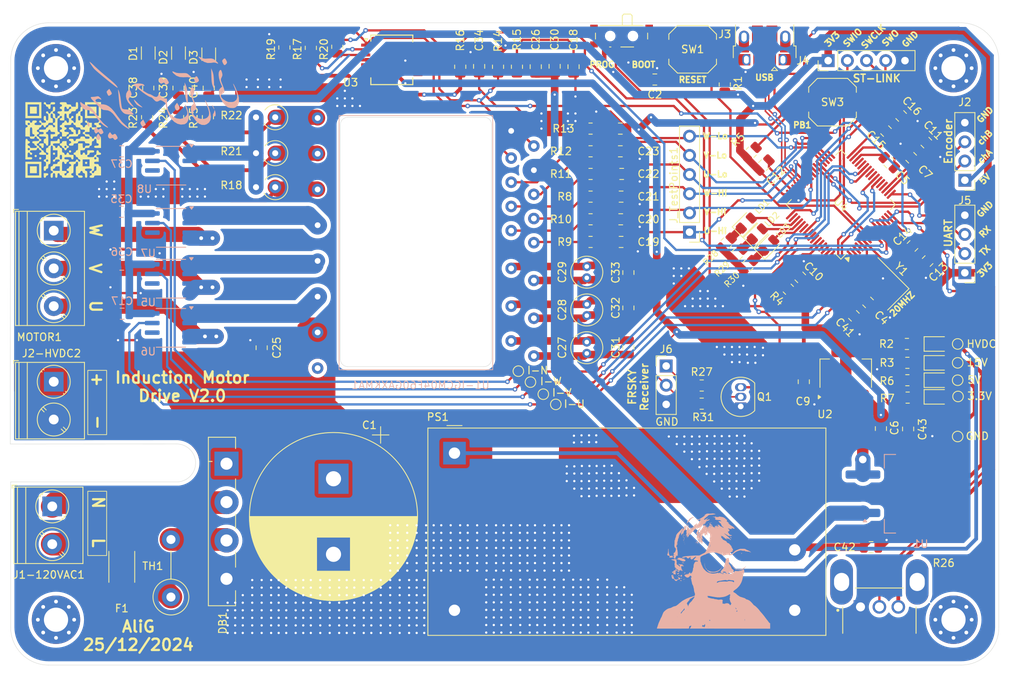
<source format=kicad_pcb>
(kicad_pcb (version 20240108) (generator "pcbnew") (generator_version "8.0")
  (layers (0 "F.Cu" signal) (31 "B.Cu" signal) (34 "B.Paste" user) (35 "F.Paste" user) (36 "B.SilkS" user "B.Silkscreen") (37 "F.SilkS" user "F.Silkscreen") (38 "B.Mask" user) (39 "F.Mask" user) (44 "Edge.Cuts" user))
  (net 0 "")
  (net 1 "GND")
  (net 2 "Fault")
  (net 3 "/U_Hi")
  (net 4 "/V_Hi")
  (net 5 "/W_Hi")
  (net 6 "/U_Lo")
  (net 7 "/V_Lo")
  (net 8 "/W_Lo")
  (net 9 "+15V")
  (net 10 "Net-(U1-IGCM04F60GAXKMA1-VB(U))")
  (net 11 "Net-(U1-IGCM04F60GAXKMA1-VS(U))")
  (net 12 "Net-(U1-IGCM04F60GAXKMA1-VB(V))")
  (net 13 "Net-(U1-IGCM04F60GAXKMA1-VS(V))")
  (net 14 "Net-(U1-IGCM04F60GAXKMA1-VB(W))")
  (net 15 "Net-(U1-IGCM04F60GAXKMA1-VS(W))")
  (net 16 "+3.3V")
  (net 17 "/ITRIP")
  (net 18 "/NRST")
  (net 19 "/HSE_OUT")
  (net 20 "/HSE_IN")
  (net 21 "+5V")
  (net 22 "/USB+")
  (net 23 "/USB-")
  (net 24 "/SWDIO")
  (net 25 "/SWO")
  (net 26 "/SWCLK")
  (net 27 "/USART2_TX")
  (net 28 "/USART2_RX")
  (net 29 "V-Hi")
  (net 30 "V-Lo")
  (net 31 "U-Lo")
  (net 32 "W-Lo")
  (net 33 "W-Hi")
  (net 34 "U-Hi")
  (net 35 "/sw_boot0")
  (net 36 "/Boot0")
  (net 37 "/VFO")
  (net 38 "ShutDown")
  (net 39 "T Monitor")
  (net 41 "Net-(U4-VCAP1)")
  (net 42 "Net-(U3A--)")
  (net 43 "Net-(U3A-+)")
  (net 44 "Net-(U4-PC0)")
  (net 62 "+HV-DC")
  (net 63 "Net-(D3.3V1-K)")
  (net 64 "Net-(D5V1-K)")
  (net 65 "Net-(D15V1-K)")
  (net 66 "Net-(DHVDC1-K)")
  (net 80 "Net-(R5-Pad1)")
  (net 81 "Net-(J1-120VAC1-Pin_2)")
  (net 82 "Net-(J1-120VAC1-Pin_1)")
  (net 83 "Net-(U1-IGCM04F60GAXKMA1-NV)")
  (net 84 "Net-(U1-IGCM04F60GAXKMA1-NW)")
  (net 85 "Net-(U1-IGCM04F60GAXKMA1-NU)")
  (net 86 "Net-(DB1-Pad3)")
  (net 87 "Net-(F1-Pad2)")
  (net 89 "Net-(D1-A)")
  (net 90 "Net-(D2-A)")
  (net 91 "Net-(D3-A)")
  (net 92 "I_V")
  (net 94 "I_U")
  (net 95 "I_W")
  (net 98 "/I_V-")
  (net 99 "/I_W-")
  (net 100 "/I_U-")
  (net 101 "/I_N+")
  (net 102 "/I_W+")
  (net 103 "/I_U+")
  (net 104 "/I_V+")
  (net 105 "I_N")
  (net 106 "Net-(U4-PC3)")
  (net 108 "Net-(LD1-A)")
  (net 109 "Net-(LD1-K)")
  (net 110 "Net-(LD2-K)")
  (net 111 "Net-(LD2-A)")
  (net 112 "Net-(LD3-K)")
  (net 113 "Net-(LD3-A)")
  (net 115 "Net-(Q1-B)")
  (net 116 "Net-(Q1-C)")
  (net 117 "Net-(J6-Pin_1)")
  (net 119 "/ChB")
  (net 120 "/ChA")
  (footprint "Capacitor_SMD:C_0805_2012Metric" (layer "F.Cu") (at 110 37.5 180)
    (property "Reference" "C2")
    (property "Value" "100n")
  )
  (footprint "Capacitor_THT:C_Radial_D4.0mm_H7.0mm_P1.50mm" (layer "F.Cu") (at 101 68.75 90)
    (property "Reference" "C28")
    (property "Value" "22u")
  )
  (footprint "Button_Switch_SMD:SW_Push_1TS009xxxx-xxxx-xxxx_6x6x5mm" (layer "F.Cu") (at 115 33.5 180)
    (property "Reference" "SW1")
    (property "Value" "SW_Push")
  )
  (footprint "Capacitor_SMD:C_0805_2012Metric" (layer "F.Cu") (at 43 38.625 -90)
    (property "Reference" "C38")
    (property "Value" "100n")
  )
  (footprint "Capacitor_SMD:C_0805_2012Metric" (layer "F.Cu") (at 136.328249 68.778249 -45)
    (property "Reference" "C41")
    (property "Value" "10u")
  )
  (footprint "Diode_THT:Diode_Bridge_Vishay_GBU" (layer "F.Cu") (at 53.35 88.35 -90)
    (property "Reference" "DB1")
    (property "Value" "GBU6J")
  )
  (footprint "Capacitor_THT:CP_Radial_D22.0mm_P10.00mm_SnapIn" (layer "F.Cu") (at 67.5 90.342169 -90)
    (property "Reference" "C1")
    (property "Value" "C1000u")
  )
  (footprint "Capacitor_SMD:C_0805_2012Metric" (layer "F.Cu") (at 105.4875 56)
    (property "Reference" "C20")
    (property "Value" "1n")
  )
  (footprint "Converter_ACDC:Converter_ACDC_MeanWell_IRM-20-xx_THT" (layer "F.Cu") (at 83.5 86.95)
    (property "Reference" "PS1")
    (property "Value" "IRM-20-15")
  )
  (footprint "Connector_PinHeader_2.54mm:PinHeader_1x04_P2.54mm_Vertical" (layer "F.Cu") (at 151 50.83 180)
    (property "Reference" "J2")
    (property "Value" "Encoder")
  )
  (footprint "Resistor_SMD:R_0805_2012Metric" (layer "F.Cu") (at 61 33.262407 -90)
    (property "Reference" "R19")
    (property "Value" "10k")
  )
  (footprint "LED_SMD:LED_0805_2012Metric" (layer "F.Cu") (at 122.1 56.5 45)
    (property "Reference" "LD1")
    (property "Value" "LED")
  )
  (footprint "Capacitor_SMD:C_0805_2012Metric" (layer "F.Cu") (at 105.5375 53)
    (property "Reference" "C21")
    (property "Value" "1n")
  )
  (footprint "Resistor_SMD:R_0805_2012Metric" (layer "F.Cu") (at 101.5 56)
    (property "Reference" "R10")
    (property "Value" "100")
  )
  (footprint "Capacitor_SMD:C_0805_2012Metric" (layer "F.Cu") (at 145.906498 45.856066 -45)
    (property "Reference" "C11")
    (property "Value" "100n")
  )
  (footprint "Resistor_SMD:R_0805_2012Metric" (layer "F.Cu") (at 143.4 77.3 180)
    (property "Reference" "R6")
    (property "Value" "1k")
  )
  (footprint "Resistor_SMD:R_0805_2012Metric" (layer "F.Cu") (at 101.5 47)
    (property "Reference" "R12")
    (property "Value" "100")
  )
  (footprint "TestPoint:TestPoint_Pad_D1.0mm" (layer "F.Cu") (at 95.25 79.15)
    (property "Reference" "I-V")
    (property "Value" "TestPoint_Pad_D1.0mm")
  )
  (footprint "Resistor_SMD:R_0805_2012Metric" (layer "F.Cu") (at 101.5 50)
    (property "Reference" "R11")
    (property "Value" "100")
  )
  (footprint "Capacitor_SMD:C_0805_2012Metric" (layer "F.Cu") (at 138.6 99.4)
    (property "Reference" "C42")
    (property "Value" "22u")
  )
  (footprint "Capacitor_SMD:C_0805_2012Metric" (layer "F.Cu") (at 105.6125 50)
    (property "Reference" "C22")
    (property "Value" "1n")
  )
  (footprint "Inductor_SMD:L_1206_3216Metric" (layer "F.Cu") (at 43 34 -90)
    (property "Reference" "D1")
    (property "Value" "D")
  )
  (footprint "Capacitor_THT:C_Radial_D4.0mm_H7.0mm_P1.50mm" (layer "F.Cu") (at 101 73.75 90)
    (property "Reference" "C27")
    (property "Value" "22u")
  )
  (footprint "Capacitor_SMD:C_0805_2012Metric" (layer "F.Cu") (at 94.25 35.8 90)
    (property "Reference" "C26")
    (property "Value" "1n")
  )
  (footprint "Resistor_SMD:R_0805_2012Metric" (layer "F.Cu") (at 50.89 42.4875 90)
    (property "Reference" "R25")
    (property "Value" "10k")
  )
  (footprint "Capacitor_SMD:C_0805_2012Metric" (layer "F.Cu") (at 141 48.5 -45)
    (property "Reference" "C5")
    (property "Value" "4u7")
  )
  (footprint "Resistor_SMD:R_0805_2012Metric" (layer "F.Cu") (at 122.3 62.1 -135)
    (property "Reference" "R30")
    (property "Value" "10k")
  )
  (footprint "Resistor_SMD:R_0805_2012Metric" (layer "F.Cu") (at 116.2 80.4)
    (property "Reference" "R31")
    (property "Value" "1k")
  )
  (footprint "Resistor_THT:R_Axial_DIN0309_L9.0mm_D3.2mm_P2.54mm_Vertical" (layer "F.Cu") (at 59.79 47.25 180)
    (property "Reference" "R21")
    (property "Value" "0R2")
  )
  (footprint "Package_TO_SOT_THT:TO-92_Inline" (layer "F.Cu") (at 121.36 80.77 90)
    (property "Reference" "Q1")
    (property "Value" "2N3904")
  )
  (footprint "Resistor_SMD:R_0805_2012Metric" (layer "F.Cu") (at 143.4375 79.6 180)
    (property "Reference" "R7")
    (property "Value" "1k")
  )
  (footprint "LED_SMD:LED_0805_2012Metric" (layer "F.Cu") (at 147.3 79.5)
    (property "Reference" "D3.3V1" (hide yes))
    (property "Value" "LED")
  )
  (footprint "Capacitor_SMD:C_0805_2012Metric" (layer "F.Cu") (at 129.234747 63.684315 135)
    (property "Reference" "C10")
    (property "Value" "100n")
  )
  (footprint "Resistor_SMD:R_0805_2012Metric" (layer "F.Cu") (at 84.261993 35.812407 90)
    (property "Reference" "R16")
    (property "Value" "10k")
  )
  (footprint "TestPoint:TestPoint_Pad_D1.0mm" (layer "F.Cu") (at 91.95 76.1)
    (property "Reference" "I-N")
    (property "Value" "TestPoint_Pad_D1.0mm")
  )
  (footprint "Resistor_SMD:R_0805_2012Metric" (layer "F.Cu") (at 122.750853 47.127432 -135)
    (property "Reference" "R5")
    (property "Value" "10k")
  )
  (footprint "Capacitor_SMD:C_0805_2012Metric" (layer "F.Cu") (at 106.5 72.95 90)
    (property "Reference" "C31")
    (property "Value" "100n")
  )
  (footprint "MountingHole:MountingHole_3.2mm_M3_Pad_Via" (layer "F.Cu") (at 30.8 36)
    (property "Reference" "H1")
    (property "Value" "MountingHole")
  )
  (footprint "TerminalBlock_Phoenix:TerminalBlock_Phoenix_PT-1,5-3-5.0-H_1x03_P5.00mm_Horizontal" (layer "F.Cu") (at 30.5 57.5 -90)
    (property "Reference" "MOTOR1")
    (property "Value" "~")
  )
  (footprint "Connector_PinHeader_2.54mm:PinHeader_1x03_P2.54mm_Vertical" (layer "F.Cu") (at 111.5 75.42)
    (property "Reference" "J6")
    (property "Value" "Receiver")
  )
  (footprint "Capacitor_SMD:C_0805_2012Metric" (layer "F.Cu") (at 129.7 77.5 -90)
    (property "Reference" "C9")
    (property "Value" "22u")
  )
  (footprint "MountingHole:MountingHole_3.2mm_M3_Pad_Via" (layer "F.Cu") (at 149.5 109)
    (property "Reference" "H4")
    (property "Value" "MountingHole")
  )
  (footprint "Capacitor_SMD:C_0805_2012Metric" (layer "F.Cu") (at 143.906498 47.856066 -45)
    (property "Reference" "C7")
    (property "Value" "10u")
  )
  (footprint "Resistor_THT:R_Axial_DIN0414_L11.9mm_D4.5mm_P7.62mm_Vertical" (layer "F.Cu") (at 46 106 90)
    (property "Reference" "TH1")
    (property "Value" "Thermistor_NTC")
  )
  (footprint "Capacitor_SMD:C_0805_2012Metric" (layer "F.Cu") (at 86.761993 35.762407 90)
    (property "Reference" "C34")
    (property "Value" "1n")
  )
  (footprint "Github:GithubQR" (layer "F.Cu") (at 31.75 45.5)
    (property "Reference" "G***" (hide yes))
    (property "Value" "LOGO" (hide yes))
  )
  (footprint "Capacitor_SMD:C_0805_2012Metric" (layer "F.Cu") (at 124.421751 48.828249 45)
    (property "Reference" "C12")
    (property "Value" "100n")
  )
  (footprint "Resistor_SMD:R_0805_2012Metric" (layer "F.Cu") (at 89.261993 35.812407 90)
    (property "Reference" "R14")
    (property "Value" "10k")
  )
  (footprint "Capacitor_SMD:C_0805_2012Metric" (layer "F.Cu") (at 143.5 83.75 -90)
    (property "Reference" "C43")
    (property "Value" "22u")
  )
  (footprint "LED_SMD:LED_0805_2012Metric" (layer "F.Cu") (at 123.562913 57.937087 45)
    (property "Reference" "LD2")
    (property "Value" "LED")
  )
  (footprint "Inductor_SMD:L_2512_6332Metric" (layer "F.Cu") (at 39.5 102 -90)
    (property "Reference" "F1")
    (property "Value" "3A")
  )
  (footprint "Capacitor_SMD:C_0805_2012Metric" (layer "F.Cu") (at 51 38.625 -90)
    (property "Reference" "C40")
    (property "Value" "100n")
  )
  (footprint "Resistor_SMD:R_0805_2012Metric" (layer "F.Cu") (at 42.85 42.4875 90)
    (property "Reference" "R23")
    (property "Value" "10k")
  )
  (footprint "Capacitor_SMD:C_0805_2012Metric" (layer "F.Cu") (at 142.578249 42.328249 -45)
    (property "Reference" "C16")
    (property "Value" "1u")
  )
  (footprint "Capacitor_SMD:C_0805_2012Metric" (layer "F.Cu") (at 96.75 35.75 90)
    (property "Reference" "C30")
    (property "Value" "1n")
  )
  (footprint "Package_TO_SOT_SMD:SOT-223-3_TabPin2" (layer "F.Cu") (at 135.25 76.4 90)
    (property "Reference" "U2")
    (property "Value" "AMS1117-3.3")
  )
  (footprint "LED_SMD:LED_0805_2012Metric" (layer "F.Cu") (at 125.062913 59.437087 45)
    (property "Reference" "LD3")
    (property "Value" "LED")
  )
  (footprint "Capacitor_SMD:C_0805_2012Metric" (layer "F.Cu") (at 146.078249 61.527817 -135)
    (property "Reference" "C13")
    (property "Value" "100n")
  )
  (footprint "Resistor_SMD:R_0805_2012Metric" (layer "F.Cu") (at 91.761993 35.812407 90)
    (property "Reference" "R15")
    (property "Value" "1k")
  )
  (footprint "Resistor_SMD:R_0805_2012Metric" (layer "F.Cu") (at 68 33.168407 -90)
    (property "Reference" "R20")
    (property "Value" "10k")
  )
  (footprint "Crystal:Crystal_SMD_Abracon_ABM3C-4Pin_5.0x3.2mm" (layer "F.Cu") (at 140.15 64.55 135)
    (property "Reference" "Y1")
    (property "Value" "16MHZ_XTAL")
  )
  (footprint "Capacitor_SMD:C_0805_2012Metric" (layer "F.Cu") (at 47 38.625 -90)
    (property "Reference" "C39")
    (property "Value" "100n")
  )
  (footprint "MountingHole:MountingHole_3.2mm_M3_Pad_Via" (layer "F.Cu") (at 30.8 109)
    (property "Reference" "H3")
    (property "Value" "MountingHole")
  )
  (footprint "TestPoint:TestPoint_Pad_D1.0mm" (layer "F.Cu") (at 93.55 77.55)
    (property "Reference" "I-W")
    (property "Value" "TestPoint_Pad_D1.0mm")
  )
  (footprint "Inductor_SMD:L_1206_3216Metric" (layer "F.Cu") (at 47 34 -90)
    (property "Reference" "D2")
    (property "Value" "D")
  )
  (footprint "Resistor_SMD:R_0805_2012Metric" (layer "F.Cu") (at 101.5 59)
    (property "Reference" "R9")
    (property "Value" "100")
  )
  (footprint "Capacitor_SMD:C_0805_2012Metric" (layer "F.Cu") (at 138.2 67 -45)
    (property "Reference" "C4")
    (property "Value" "10n")
  )
  (footprint "AliG:TRIM_PTV09A-2015U-B103" (layer "F.Cu") (at 139.7 107.3)
    (property "Reference" "R26")
    (property "Value" "PTV09A-2015U-B103")
  )
  (footprint "Capacitor_SMD:C_0805_2012Metric" (layer "F.Cu") (at 106.5 63.05 90)
    (property "Reference" "C33")
    (property "Value" "100n")
  )
  (footprint "Resistor_SMD:R_0805_2012Metric" (layer "F.Cu") (at 119.454765 59.145235 -135)
    (property "Reference" "R28")
    (property "Value" "10k")
  )
  (footprint "TestPoint:TestPoint_Pad_D1.0mm" (layer "F.Cu") (at 96.9 80.5)
    (property "Reference" "I-U")
    (property "Value" "TestPoint_Pad_D1.0mm")
  )
  (footprint "Resistor_SMD:R_0805_2012Metric" (layer "F.Cu") (at 46.95 42.4875 90)
    (property "Reference" "R24")
    (property "Value" "10k")
  )
  (footprint "Resistor_SMD:R_0805_2012Metric" (layer "F.Cu") (at 119.25 38.1625 90)
    (property "Reference" "R1")
    (property "Value" "10k")
  )
  (footprint "Resistor_SMD:R_0805_2012Metric" (layer "F.Cu") (at 101.5 44)
    (property "Reference" "R13")
    (property "Value" "100")
  )
  (footprint "Capacitor_SMD:C_0805_2012Metric" (layer "F.Cu") (at 99.25 35.8 -90)
    (property "Reference" "C18")
    (property "Value" "1n")
  )
  (footprint "TestPoint:TestPoint_Pad_D1.0mm" (layer "F.Cu") (at 150.05 72.5)
    (property "Reference" "HVDC")
    (property "Value" "TestPoint_Pad_D1.0mm")
  )
  (footprint "TestPoint:TestPoint_Pad_D1.0mm" (layer "F.Cu") (at 150.1 79.45)
    (property "Reference" "3.3V")
    (property "Value" "TestPoint_Pad_D1.0mm")
  )
  (footprint "Button_Switch_SMD:SW_SPDT_PCM12" (layer "F.Cu") (at 105.6 32.075 180)
    (property "Reference" "SW2" (hide yes))
    (property "Value" "SW_SPDT")
  )
  (footprint "Capacitor_SMD:C_0805_2012Metric" (layer "F.Cu") (at 140.578249 44.328249 -45)
    (property "Reference" "C15")
    (property "Value" "10n")
  )
  (footprint "TestPoint:TestPoint_Pad_D1.0mm" (layer "F.Cu") (at 150.05 75)
    (property "Reference" "15V")
    (property "Value" "TestPoint_Pad_D1.0mm")
  )
  (footprint "Package_SO:SSOP-14_5.3x6.2mm_P0.65mm" (layer "F.Cu") (at 75.211993 34.899907)
    (property "Reference" "U3")
    (property "Value" "LM324")
  )
  (footprint "MountingHole:MountingHole_3.2mm_M3_Pad_Via" (layer "F.Cu") (at 149.5 36)
    (property "Reference" "H2")
    (property "Value" "MountingHole")
  )
  (footprint "Resistor_SMD:R_0805_2012Metric" (layer "F.Cu") (at 64.5 33.312407 90)
    (property "Reference" "R17")
    (property "Value" "5k")
  )
  (footprint "Capacitor_SMD:C_0805_2012Metric" (layer "F.Cu") (at 58 73 90)
    (property "Reference" "C25")
    (property "Value" "100n/60V")
  )
  (footprint "Inductor_SMD:L_1206_3216Metric" (layer "F.Cu") (at 51 34.15 -90)
    (property "Reference" "D3")
    (property "Value" "D")
  )
  (footprint "Resistor_SMD:R_0805_2012Metric" (layer "F.Cu") (at 127.654765 65.254765 -45)
    (property "Reference" "R4")
    (property "Value" "10k")
  )
  (footprint "Capacitor_SMD:C_0805_2012Metric" (layer "F.Cu") (at 144.078249 59.527817 -135)
    (property "Reference" "C14")
    (property "Value" "100n")
  )
  (footprint "Capacitor_SMD:C_0805_2012Metric" (layer "F.Cu") (at 105.5375 59)
    (property "Reference" "C19")
    (property "Value" "1n")
  )
  (footprint "TestPoint:TestPoint_Pad_D1.0mm" (layer "F.Cu") (at 150.05 77.3)
    (property "Reference" "5V")
    (property "Value" "TestPoint_Pad_D1.0mm")
  )
  (footprint "Capacitor_SMD:C_0805_2012Metric" (layer "F.Cu") (at 105.4375 47)
    (property "Reference" "C23")
    (property "Value" "1n")
  )
  (footprint "Capacitor_SMD:C_0805_2012Metric" (layer "F.Cu") (at 106.5 67.725 90)
    (property "Reference" "C32")
    (property "Value" "100n")
  )
  (footprint "Capacitor_SMD:C_0805_2012Metric" (layer "F.Cu") (at 105.4375 44)
    (property "Reference" "C24" (hide yes))
    (property "Value" "1n")
  )
  (footprint "Connector_PinHeader_2.54mm:PinHeader_1x06_P2.54mm_Vertical" (layer "F.Cu") (at 114.5875 57.7 180)
    (property "Reference" "J_TestPoints1")
    (property "Value" "Conn_01x06_Pin")
  )
  (footprint "LED_SMD:LED_0805_2012Metric" (layer "F.Cu") (at 147.3 72.5)
    (property "Reference" "DHVDC1" (hide yes))
    (property "Value" "LED")
  )
  (footprint "Connector_PinHeader_2.54mm:PinHeader_1x04_P2.54mm_Vertical" (layer "F.Cu") (at 151 63.08 180)
    (property "Reference" "J5")
    (property "Value" "USART2")
  )
  (footprint "Resistor_SMD:R_0805_2012Metric" (layer "F.Cu") (at 143.3375 72.5 180)
    (property "Reference" "R2")
    (property "Value" "100k")
  )
  (footprint "TestPoint:TestPoint_Pad_D1.0mm" (layer "F.Cu") (at 150.05 84.75)
    (property "Reference" "GND")
    (property "Value" "TestPoint_Pad_D1.0mm")
  )
  (footprint "Connector_PinHeader_2.54mm:PinHeader_1x05_P2.54mm_Vertical" (layer "F.Cu") (at 132.925 35 90)
    (property "Reference" "J4")
    (property "Value" "Conn_01x05_Pin")
  )
  (footprint "Resistor_SMD:R_0805_2012Metric" (layer "F.Cu") (at 120.9 60.6 -135)
    (property "Reference" "R29")
    (property "Value" "10k")
  )
  (footprint "TerminalBlock_Phoenix:TerminalBlock_Phoenix_PT-1,5-2-5.0-H_1x02_P5.00mm_Horizontal" (layer "F.Cu") (at 30.3 94 -90)
    (property "Reference" "J1-120VAC1")
    (property "Value" "Screw_Terminal_01x02")
  )
  (footprint "Package_QFP:LQFP-64_10x10mm_P0.5mm" (layer "F.Cu") (at 134.605799 54.052817 135)
    (property "Reference" "U4")
    (property "Value" "STM32F411RETx")
  )
  (footprint "Capacitor_SMD:C_0805_2012Metric" (layer "F.Cu") (at 139.9 83.7 -90)
    (property "Reference" "C6")
    (property "Value" "22u")
  )
  (footprint "LED_SMD:LED_0805_2012Metric" (layer "F.Cu") (at 147.3 77.3)
    (property "Reference" "D5V1" (hide yes))
    (property "Value" "LED")
  )
  (footprint "Resistor_SMD:R_0805_2012Metric" (layer "F.Cu") (at 116.2 78)
    (property "Reference" "R27")
    (property "Value" "1k")
  )
  (footprint "Resistor_SMD:R_0805_2012Metric" (layer "F.Cu") (at 143.4 75 180)
    (property "Reference" "R3")
    (property "Value" "10k")
  )
  (footprint "Resistor_SMD:R_0805_2012Metric" (layer "F.Cu") (at 101.5 53)
    (property "Reference" "R8")
    (property "Value" "100")
  )
  (footprint "Connector_USB:USB_Micro-B_Amphenol_10103594-0001LF_Horizontal" (layer "F.Cu") (at 124.5 33 180)
    (property "Reference" "J3")
    (property "Value" "USB_B_Micro")
  )
  (footprint "LED_SMD:LED_0805_2012Metric" (layer "F.Cu") (at 147.3 75)
    (property "Reference" "D15V1" (hide yes))
    (property "Value" "LED")
  )
  (footprint "TerminalBlock_Phoenix:TerminalBlock_Phoenix_PT-1,5-2-5.0-H_1x02_P5.00mm_Horizontal" (layer "F.Cu") (at 30.5 77.5 -90)
    (property "Reference" "J2-HVDC2")
    (property "Value" "Screw_Terminal_01x02")
  )
  (footprint "Resistor_THT:R_Axial_DIN0309_L9.0mm_D3.2mm_P2.54mm_Vertical" (layer "F.Cu") (at 59.79 51.75 180)
    (property "Reference" "R18")
    (property "Value" "0R2")
  )
  (footprint "Capacitor_THT:C_Radial_D4.0mm_H7.0mm_P1.50mm" (layer "F.Cu") (at 101 63.75 90)
    (property "Reference" "C29")
    (property "Value" "22u")
  )
  (footprint "Resistor_THT:R_Axial_DIN0309_L9.0mm_D3.2mm_P2.54mm_Vertical" (layer "F.Cu") (at 59.79 42.5 180)
    (property "Reference" "R22")
    (property "Value" "0R2")
  )
  (footprint "Button_Switch_SMD:SW_Push_1TS009xxxx-xxxx-xxxx_6x6x5mm" (layer "F.Cu") (at 133.5 40.5)
    (property "Reference" "SW3")
    (property "Value" "UserButton")
  )
  (footprint "Package_SO:SOIC-8_3.9x4.9mm_P1.27mm" (layer "B.Cu") (at 46.025 48.905 180)
    (property "Reference" "U8")
    (property "Value" "ACS706xLC-05C" (hide yes))
  )
  (footprint "Capacitor_SMD:C_0805_2012Metric" (layer "B.Cu") (at 39.475 47)
    (property "Reference" "C37")
    (property "Value" "100n" (hide yes))
  )
  (footprint "Package_SO:SOIC-8_3.9x4.9mm_P1.27mm" (layer "B.Cu") (at 46 70.365 180)
    (property "Reference" "U6")
    (property "Value" "ACS706xLC-05C" (hide yes))
  )
  (footprint "Package_SO:SOIC-8_3.9x4.9mm_P1.27mm" (layer "B.Cu") (at 46.025 57.135 180)
    (property "Reference" "U7")
    (property "Value" "ACS706xLC-05C" (hide yes))
  )
  (footprint "LOGO" (layer "B.Cu") (at 44.800938 39.5953 180)
    (property "Reference" "G***" (hide yes))
    (property "Value" "LOGO" (hide yes))
  )
  (footprint "Package_TO_SOT_SMD:TO-263-3_TabPin2" (layer "B.Cu") (at 145.175 92.325)
    (property "Reference" "U1")
    (property "Value" "L7805" (hide yes))
  )
  (footprint "Capacitor_SMD:C_0805_2012Metric" (layer "B.Cu") (at 39.45 55 180)
    (property "Reference" "C35")
    (property "Value" "100n" (hide yes))
  )
  (footprint "Capacitor_SMD:C_0805_2012Metric" (layer "B.Cu") (at 39.55 68.5 180)
    (property "Reference" "C17")
    (property "Value" "100n" (hide yes))
  )
  (footprint "LOGO" (layer "B.Cu") (at 117.75 102.5 180)
    (property "Reference" "G***" (hide yes))
    (property "Value" "LOGO" (hide yes))
  )
  (footprint "Package_SO:SOIC-8_3.9x4.9mm_P1.27mm" (layer "B.Cu") (at 46 63.865 180)
    (property "Reference" "U5")
    (property "Value" "ACS706xLC-05C" (hide yes))
  )
  (footprint "Capacitor_SMD:C_0805_2012Metric" (layer "B.Cu") (at 39.5 62 180)
    (property "Reference" "C36")
    (property "Value" "100n" (hide yes))
  )
  (footprint "AliG:IGCM04F60GAXKMA1" (layer "B.Cu") (at 79 58.3 180)
    (property "Reference" "U1-IGCM04F60GAXKMA1")
    (property "Value" "~" (hide yes))
  )
  (gr_rect (start 35 76) (end 37.5 84.5) (stroke (width 0.1)) (fill none) (layer "F.SilkS"))
  (gr_rect (start 35 92) (end 37.5 100.5) (stroke (width 0.1)) (fill none) (layer "F.SilkS"))
  (gr_line (start 24.8 110) (end 24.8 90.75) (stroke (width 0.05)) (layer "Edge.Cuts"))
  (gr_arc (start 87.4 42.500001) (mid 88.120348 42.779652) (end 88.399999 43.5) (stroke (width 0.05)) (layer "Edge.Cuts"))
  (gr_arc (start 150.5 30) (mid 154.035534 31.464466) (end 155.5 35) (stroke (width 0.05)) (layer "Edge.Cuts"))
  (gr_line (start 24.8 90.75) (end 47 90.749999) (stroke (width 0.05)) (layer "Edge.Cuts"))
  (gr_arc (start 46.75 85.737532) (mid 49.259349 88.124845) (end 47 90.749999) (stroke (width 0.05)) (layer "Edge.Cuts"))
  (gr_line (start 29.8 115) (end 150.5 115) (stroke (width 0.05)) (layer "Edge.Cuts"))
  (gr_line (start 87.4 75.5) (end 69.4 75.5) (stroke (width 0.05)) (layer "Edge.Cuts"))
  (gr_line (start 69.4 42.5) (end 87.4 42.5) (stroke (width 0.05)) (layer "Edge.Cuts"))
  (gr_line (start 150.5 30) (end 29.8 30) (stroke (width 0.05)) (layer "Edge.Cuts"))
  (gr_line (start 68.4 74.5) (end 68.4 43.5) (stroke (width 0.05)) (layer "Edge.Cuts"))
  (gr_arc (start 24.8 35) (mid 26.264466 31.464466) (end 29.8 30) (stroke (width 0.05)) (layer "Edge.Cuts"))
  (gr_line (start 155.5 110) (end 155.5 35) (stroke (width 0.05)) (layer "Edge.Cuts"))
  (gr_arc (start 29.8 115) (mid 26.264466 113.535534) (end 24.8 110) (stroke (width 0.05)) (layer "Edge.Cuts"))
  (gr_line (start 46.75 85.737532) (end 24.75 85.75) (stroke (width 0.05)) (layer "Edge.Cuts"))
  (gr_line (start 24.8 35) (end 24.75 85.75) (stroke (width 0.05)) (layer "Edge.Cuts"))
  (gr_arc (start 68.4 43.5) (mid 68.692893 42.792893) (end 69.4 42.5) (stroke (width 0.05)) (layer "Edge.Cuts"))
  (gr_arc (start 69.4 75.5) (mid 68.692893 75.207107) (end 68.4 74.5) (stroke (width 0.05)) (layer "Edge.Cuts"))
  (gr_line (start 88.4 43.5) (end 88.4 74.5) (stroke (width 0.05)) (layer "Edge.Cuts"))
  (gr_arc (start 155.5 110) (mid 154.035534 113.535534) (end 150.5 115) (stroke (width 0.05)) (layer "Edge.Cuts"))
  (gr_arc (start 88.4 74.5) (mid 88.107107 75.207107) (end 87.4 75.5) (stroke (width 0.05)) (layer "Edge.Cuts"))
  (gr_text "+" (at 35.05 78 0) (layer "F.SilkS") (effects (font (size 1.5 1.5) (thickness 0.3) (bold yes)) (justify left bottom)))
  (gr_text "U-Hi" (at 118 58 0) (layer "F.SilkS") (effects (font (size 0.8 0.8) (thickness 0.2) (bold yes)) (justify bottom)))
  (gr_text "W-Lo" (at 118 45.45 0) (layer "F.SilkS") (effects (font (size 0.8 0.8) (thickness 0.2) (bold yes)) (justify bottom)))
  (gr_text "N" (at 35.5 92.5 -90) (layer "F.SilkS") (effects (font (size 1.5 1.5) (thickness 0.3) (bold yes)) (justify left bottom)))
  (gr_text "V-Lo" (at 118 48 0) (layer "F.SilkS") (effects (font (size 0.8 0.8) (thickness 0.2) (bold yes)) (justify bottom)))
  (gr_text "TX" (at 154 60.5 45) (layer "F.SilkS") (effects (font (size 0.8 0.8) (thickness 0.2) (bold yes)) (justify bottom)))
  (gr_text "UART" (at 149.4 59.8 90) (layer "F.SilkS") (effects (font (size 1 1) (thickness 0.2) (bold yes)) (justify left bottom)))
  (gr_text "SWO" (at 141.5 32.35 45) (layer "F.SilkS") (effects (font (size 0.8 0.8) (thickness 0.2) (bold yes)) (justify bottom)))
  (gr_text "chA" (at 154 48 45) (layer "F.SilkS") (effects (font (size 0.8 0.8) (thickness 0.2) (bold yes)) (justify bottom)))
  (gr_text "AliG\n25/12/2024" (at 41.7 113.2 0) (layer "F.SilkS") (effects (font (size 1.5 1.5) (thickness 0.3) (bold yes)) (justify bottom)))
  (gr_text "BOOT" (at 108.5 36 0) (layer "F.SilkS") (effects (font (size 0.8 0.8) (thickness 0.2) (bold yes)) (justify bottom)))
  (gr_text "V-Hi" (at 118 55.5 0) (layer "F.SilkS") (effects (font (size 0.8 0.8) (thickness 0.2) (bold yes)) (justify bottom)))
  (gr_text "GND" (at 111.6 82.8 0) (layer "F.SilkS") (effects (font (size 1 1))))
  (gr_text "SWCLK" (at 139.25 32.15 45) (layer "F.SilkS") (effects (font (size 0.8 0.8) (thickness 0.2) (bold yes)) (justify bottom)))
  (gr_text "ST-LINK" (at 136.075 37.925 0) (layer "F.SilkS") (effects (font (size 1 1) (thickness 0.2) (bold yes)) (justify left bottom)))
  (gr_text "3V3" (at 133.8 32.5 45) (layer "F.SilkS") (effects (font (size 0.8 0.8) (thickness 0.2) (bold yes)) (justify bottom)))
  (gr_text "L" (at 35.5 98 -90) (layer "F.SilkS") (effects (font (size 1.5 1.5) (thickness 0.3) (bold yes)) (justify left bottom)))
  (gr_text "U" (at 35.15 66.55 270) (layer "F.SilkS") (effects (font (size 1.5 1.5) (thickness 0.3) (bold yes)) (justify left bottom)))
  (gr_text "5V" (at 154 51 45) (layer "F.SilkS") (effects (font (size 0.8 0.8) (thickness 0.2) (bold yes)) (justify bottom)))
  (gr_text "SWIO" (at 136.5 32.3 45) (layer "F.SilkS") (effects (font (size 0.8 0.8) (thickness 0.2) (bold yes)) (justify bottom)))
  (gr_text "chB" (at 154 45.5 45) (layer "F.SilkS") (effects (font (size 0.8 0.8) (thickness 0.2) (bold yes)) (justify bottom)))
  (gr_text "W" (at 35.15 56.4 -90) (layer "F.SilkS") (effects (font (size 1.5 1.5) (thickness 0.3) (bold yes)) (justify left bottom)))
  (gr_text "RESET" (at 115 38 0) (layer "F.SilkS") (effects (font (size 0.8 0.8) (thickness 0.2) (bold yes)) (justify bottom)))
  (gr_text "PB1" (at 129.5 44 0) (layer "F.SilkS") (effects (font (size 0.8 0.8) (thickness 0.2) (bold yes)) (justify bottom)))
  (gr_text "Induction Motor\nDrive V2.0" (at 47.5 80.25 0) (layer "F.SilkS") (effects (font (size 1.5 1.5) (thickness 0.3) (bold yes)) (justify bottom)))
  (gr_text "PROG" (at 103 36 0) (layer "F.SilkS") (effects (font (size 0.8 0.8) (thickness 0.2) (bold yes)) (justify bottom)))
  (gr_text "Encoder" (at 149.4 48.8 90) (layer "F.SilkS") (effects (font (size 1 1) (thickness 0.2) (bold yes)) (justify left bottom)))
  (gr_text "V" (at 35.1 61.65 270) (layer "F.SilkS") (effects (font (size 1.5 1.5) (thickness 0.3) (bold yes)) (justify left bottom)))
  (gr_text "-" (at 37.05 84 90) (layer "F.SilkS") (effects (font (size 1.5 1.5) (thickness 0.3) (bold yes)) (justify left bottom)))
  (gr_text "USB" (at 124.5 37.7 0) (layer "F.SilkS") (effects (font (size 0.8 0.8) (thickness 0.2) (bold yes)) (justify bottom)))
  (gr_text "W-Hi" (at 118 53 0) (layer "F.SilkS") (effects (font (size 0.8 0.8) (thickness 0.2) (bold yes)) (justify bottom)))
  (gr_text "RX" (at 154 58 45) (layer "F.SilkS") (effects (font (size 0.8 0.8) (thickness 0.2) (bold yes)) (justify bottom)))
  (gr_text "GND" (at 154 55 45) (layer "F.SilkS") (effects (font (size 0.8 0.8) (thickness 0.2) (bold yes)) (justify bottom)))
  (gr_text "20MHZ\n" (at 143.05 67.55 45) (layer "F.SilkS") (effects (font (size 0.8 0.8) (thickness 0.2) (bold yes)) (justify bottom)))
  (gr_text "U-Lo" (at 118 50.5 0) (layer "F.SilkS") (effects (font (size 0.8 0.8) (thickness 0.2) (bold yes)) (justify bottom)))
  (gr_text "FRSKY\nReceiver" (at 109.2 78.2 90) (layer "F.SilkS") (effects (font (size 1 1) (thickness 0.2) (bold yes)) (justify bottom)))
  (gr_text "3V3" (at 154 63 45) (layer "F.SilkS") (effects (font (size 0.8 0.8) (thickness 0.2) (bold yes)) (justify bottom)))
  (gr_text "GND" (at 154 42.5 45) (layer "F.SilkS") (effects (font (size 0.8 0.8) (thickness 0.2) (bold yes)) (justify bottom)))
  (gr_text "GND" (at 144.1 32.5 45) (layer "F.SilkS") (effects (font (size 0.8 0.8) (thickness 0.2) (bold yes)) (justify bottom)))
  (segment (start 106.5625 50) (end 107 50) (width 0.3) (layer "F.Cu") (net 1))
  (segment (start 145.406498 62.199568) (end 143.406498 60.199568) (width 1) (layer "F.Cu") (net 1))
  (segment (start 139.95 84.7) (end 139.9 84.65) (width 1) (layer "F.Cu") (net 1))
  (segment (start 146.578249 46.527817) (end 144.578249 48.527817) (width 1) (layer "F.Cu") (net 1))
  (segment (start 47.825 37.675) (end 47 37.675) (width 0.3) (layer "F.Cu") (net 1))
  (segment (start 129 53.043212) (end 128.294871 52.338083) (width 0.3) (layer "F.Cu") (net 1))
  (segment (start 141.1 69) (end 140.68033 68.58033) (width 0.3) (layer "F.Cu") (net 1))
  (segment (start 106.3875 47) (end 107 47) (width 0.3) (layer "F.Cu") (net 1))
  (segment (start 129.7 61.87556) (end 128.562996 63.012564) (width 0.3) (layer "F.Cu") (net 1))
  (segment (start 44 60) (end 38 60) (width 0.3) (layer "F.Cu") (net 1))
  (segment (start 144.578249 48.527817) (end 144.578249 48.67656) (width 0.3) (layer "F.Cu") (net 1))
  (segment (start 137.05 69.55) (end 137.05 71.2) (width 0.5) (layer "F.Cu") (net 1))
  (segment (start 43.825 37.675) (end 43 37.675) (width 0.3) (layer "F.Cu") (net 1))
  (segment (start 104.1375 41.75) (end 102.25 41.75) (width 0.3) (layer "F.Cu") (net 1))
  (segment (start 140.25 75) (end 142.4875 75) (width 0.5) (layer "F.Cu") (net 1))
  (segment (start 150.05 84.75) (end 146.75 84.75) (width 0.5) (layer "F.Cu") (net 1))
  (segment (start 107 50) (end 108 51) (width 0.3) (layer "F.Cu") (net 1))
  (segment (start 144.578249 48.67656) (end 140.916727 52.338082) (width 0.3) (layer "F.Cu") (net 1))
  (segment (start 140.68033 68.58033) (end 140.68033 66.706676) (width 0.3) (layer "F.Cu") (net 1))
  (segment (start 96.75 34.8) (end 98.7 36.75) (width 0.3) (layer "F.Cu") (net 1))
  (segment (start 139.4 75.85) (end 140.25 75) (width 0.5) (layer "F.Cu") (net 1))
  (segment (start 139.61967 63.26967) (end 139.61967 62.393324) (width 0.3) (layer "F.Cu") (net 1))
  (segment (start 50.175 37.675) (end 51 37.675) (width 0.3) (layer "F.Cu") (net 1))
  (segment (start 49 36.5) (end 47.825 37.675) (width 0.3) (layer "F.Cu") (net 1))
  (segment (start 107 47) (end 108 48) (width 0.3) (layer "F.Cu") (net 1))
  (segment (start 109.050001 37.249998) (end 110.299999 36) (width 0.3) (layer "F.Cu") (net 1))
  (segment (start 142.5 46) (end 141.671751 46.828249) (width 0.3) (layer "F.Cu") (net 1))
  (segment (start 106.4875 59) (end 106.5 59) (width 0.3) (layer "F.Cu") (net 1))
  (segment (start 38.77 65.77) (end 38 65) (width 0.3) (layer "F.Cu") (net 1))
  (segment (start 107 56) (end 108 57) (width 0.3) (layer "F.Cu") (net 1))
  (segment (start 106.5 59) (end 107.75 60.25) (width 0.3) (layer "F.Cu") (net 1))
  (segment (start 106.3875 44) (end 104.1375 41.75) (width 0.3) (layer "F.Cu") (net 1))
  (segment (start 106.4875 53) (end 107 53) (width 0.3) (layer "F.Cu") (net 1))
  (segment (start 145.85 63.75) (end 145.406498 63.306498) (width 1) (layer "F.Cu") (net 1))
  (segment (start 128.562996 63.012564) (end 130.242246 63.012564) (width 0.3) (layer "F.Cu") (net 1))
  (segment (start 143.25 43) (end 144.75 43) (width 1) (layer "F.Cu") (net 1))
  (segment (start 140.65 98.45) (end 139.7 99.4) (width 1) (layer "F.Cu") (net 1))
  (segment (start 85.625 33.875) (end 86.562407 34.812407) (width 0.3) (layer "F.Cu") (net 1))
  (segment (start 141.25 45) (end 139.75 46.5) (width 0.3) (layer "F.Cu") (net 1))
  (segment (start 78.661993 34.899907) (end 77.100093 34.899907) (width 0.3) (layer "F.Cu") (net 1))
  (segment (start 121.654765 62.645235) (end 120.254765 61.245235) (width 1) (layer "F.Cu") (net 1))
  (segment (start 137.562422 46.5) (end 136.941457 47.120965) (width 0.3) (layer "F.Cu") (net 1))
  (segment (start 125.093502 48.156498) (end 125.093502 49.136714) (width 0.3) (layer "F.Cu") (net 1))
  (segment (start 44.5 60.5) (end 44 60) (width 0.3) (layer "F.Cu") (net 1))
  (segment (start 123.225 35.735) (end 123.225 34.765) (width 0.3) (layer "F.Cu") (net 1))
  (segment (start 96.75 34.8) (end 94.3 34.8) (width 0.3) (layer "F.Cu") (net 1))
  (segment (start 137.05 71.2) (end 137.078249 71.228249) (width 0.5) (layer "F.Cu") (net 1))
  (segment (start 129 53.5) (end 129 53.043212) (width 0.3) (layer "F.Cu") (net 1))
  (segment (start 118.80953 59.79047) (end 118.80953 59.8) (width 1) (layer "F.Cu") (net 1))
  (segment (start 139.75 46.5) (end 137.562422 46.5) (width 0.3) (layer "F.Cu") (net 1))
  (segment (start 44.75 36.75) (end 43.825 37.675) (width 0.3) (layer "F.Cu") (net 1))
  (segment (start 122 36.5) (end 122.46 36.5) (width 0.3) (layer "F.Cu") (net 1))
  (segment (start 41.5 72) (end 39 72) (width 0.3) (layer "F.Cu") (net 1))
  (segment (start 94.3 34.8) (end 94.25 34.85) (width 0.3) (layer "F.Cu") (net 1))
  (segment (start 108 33.68) (end 107.675 33.68) (width 0.3) (layer "F.Cu") (net 1))
  (segment (start 125.093502 49.136714) (end 128.294871 52.338083) (width 0.3) (layer "F.Cu") (net 1))
  (segment (start 121.654765 62.745235) (end 121.654765 64.754765) (width 1) (layer "F.Cu") (net 1))
  (segment (start 143.5 84.7) (end 139.95 84.7) (width 1) (layer "F.Cu") (net 1))
  (segment (start 86.562407 34.812407) (end 86.761993 34.812407) (width 0.3) (layer "F.Cu") (net 1))
  (segment (start 130.242246 63.012564) (end 132.891065 60.363745) (width 0.3) (layer "F.Cu") (net 1))
  (segment (start 142.4875 77.3) (end 142.4875 75) (width 0.5) (layer "F.Cu") (net 1))
  (segment (start 143.406498 60.199568) (end 143.227423 60.199568) (width 0.3) (layer "F.Cu") (net 1))
  (segment (start 118.80953 59.8) (end 120.254765 61.245235) (width 1) (layer "F.Cu") (net 1))
  (segment (start 77.100093 34.899907) (end 77 35) (width 0.3) (layer "F.Cu") (net 1))
  (segment (start 107.675 33.68) (end 106.5 34.855) (width 0.3) (layer "F.Cu") (net 1))
  (segment (start 139.7 99.4) (end 139.55 99.4) (width 1) (layer "F.Cu") (net 1))
  (segment (start 106.5 34.855) (end 106.5 35.25) (width 0.3) (layer "F.Cu") (net 1))
  (segment (start 107 53) (end 108 54) (width 0.3) (layer "F.Cu") (net 1))
  (segment (start 56.55 72.05) (end 56.5 72) (width 0.3) (layer "F.Cu") (net 1))
  (segment (start 49 36.5) (end 50.175 37.675) (width 0.3) (layer "F.Cu") (net 1))
  (segment (start 99.25 36.75) (end 99.5 37) (width 0.3) (layer "F.Cu") (net 1))
  (segment (start 59 31.5) (end 59.849907 32.349907) (width 0.5) (layer "F.Cu") (net 1))
  (segment (start 129.7 61.55) (end 129.7 61.87556) (width 0.3) (layer "F.Cu") (net 1))
  (segment (start 141.671751 46.828249) (end 141.671751 49.171751) (width 0.3) (layer "F.Cu") (net 1))
  (segment (start 121.654765 64.754765) (end 121.7 64.8) (width 1) (layer "F.Cu") (net 1))
  (segment (start 140.175 63.825) (end 139.61967 63.26967) (width 0.3) (layer "F.Cu") (net 1))
  (segment (start 42 65.77) (end 38.77 65.77) (width 0.3) (layer "F.Cu") (net 1))
  (segment (start 119.75 35.5) (end 120.75 36.5) (width 0.2) (layer "F.Cu") (net 1))
  (segment (start 129.7 79.1) (end 129.7 78.45) (width 0.5) (layer "F.Cu") (net 1))
  (segment (start 143.5 84.7) (end 146.7 84.7) (width 1) (layer "F.Cu") (net 1))
  (segment (start 131.1 80.5) (end 129.7 79.1) (width 0.5) (layer "F.Cu") (net 1))
  (segment (start 118.5 35.5) (end 119.75 35.5) (width 0.2) (layer "F.Cu") (net 1))
  (segment (start 121.654765 62.745235) (end 121.654765 62.645235) (width 1) (layer "F.Cu") (net 1))
  (segment (start 145.406498 63.306498) (end 145.406498 62.199568) (width 1) (layer "F.Cu") (net 1))
  (segment (start 131.1 80.5) (end 132.05 79.55) (width 0.5) (layer "F.Cu") (net 1))
  (segment (start 118 35) (end 118.5 35.5) (width 0.2) (layer "F.Cu") (net 1))
  (segment (start 98.7 36.75) (end 99.25 36.75) (width 0.3) (layer "F.Cu") (net 1))
  (segment (start 109.050001 37.5) (end 109.050001 37.249998) (width 0.3) (layer "F.Cu") (net 1))
  (segment (start 143.227423 60.199568) (end 139.856066 56.828211) (width 0.3) (layer "F.Cu") (net 1))
  (segment (start 106.4375 56) (end 107 56) (width 0.3) (layer "F.Cu") (net 1))
  (segment (start 59.849907 32.349907) (end 61.761993 32.349907) (width 0.5) (layer "F.Cu") (net 1))
  (segment (start 142.425 72.5) (end 142.425 74.9375) (width 0.5) (layer "F.Cu") (net 1))
  (segment (start 142.525 77.3375) (end 142.4875 77.3) (width 0.5) (layer "F.Cu") (net 1))
  (segment (start 120.75 36.5) (end 122 36.5) (width 0.2) (layer "F.Cu") (net 1))
  (segment (start 122.46 36.5) (end 123.225 35.735) (width 0.3) (layer "F.Cu") (net 1))
  (segment (start 142.425 74.9375) (end 142.4875 75) (width 0.5) (layer "F.Cu") (net 1))
  (segment (start 118 33.5) (end 118 35) (width 0.2) (layer "F.Cu") (net 1))
  (segment (start 146.578249 46.578249) (end 147.75 47.75) (width 1) (layer "F.Cu") (net 1))
  (segment (start 99.5 37) (end 99.5 39.75) (width 0.3) (layer "F.Cu") (net 1))
  (segment (start 58 72.05) (end 56.55 72.05) (width 0.3) (layer "F.Cu") (net 1))
  (segment (start 132.05 79.55) (end 132.95 79.55) (width 0.5) (layer "F.Cu") (net 1))
  (segment (start 142.525 79.6) (end 142.525 77.3375) (width 0.5) (layer "F.Cu") (net 1))
  (segment (start 143.25 43) (end 141.25 45) (width 1) (layer "F.Cu") (net 1))
  (segment (start 146.75 84.75) (end 146.7 84.7) (width 0.5) (layer "F.Cu") (net 1))
  (segment (start 146.578249 46.527817) (end 146.578249 46.578249) (width 1) (layer "F.Cu") (net 1))
  (via (at 76.25 110.75) (size 0.6) (drill 0.3) (layers "F.Cu" "B.Cu") (net 1))
  (via (at 103.7 107.7) (size 0.6) (drill 0.3) (layers "F.Cu" "B.Cu") (net 1))
  (via (at 123.8 88.6) (size 0.6) (drill 0.3) (layers "F.Cu" "B.Cu") (net 1))
  (via (at 75 100.5) (size 0.6) (drill 0.3) (layers "F.Cu" "B.Cu") (net 1))
  (via (at 120.8 89.65) (size 0.6) (drill 0.3) (layers "F.Cu" "B.Cu") (net 1))
  (via (at 93.15 99.5) (size 0.6) (drill 0.3) (layers "F.Cu" "B.Cu") (net 1))
  (via (at 123.3 75) (size 0.6) (drill 0.3) (layers "F.Cu" "B.Cu") (net 1))
  (via (at 65.75 109.75) (size 0.6) (drill 0.3) (layers "F.Cu" "B.Cu") (net 1))
  (via (at 120.2 74.9) (size 0.6) (drill 0.3) (layers "F.Cu" "B.Cu") (net 1))
  (via (at 81.75 96.5) (size 0.6) (drill 0.3) (layers "F.Cu" "B.Cu") (net 1))
  (via (at 97.65 102.5) (size 0.6) (drill 0.3) (layers "F.Cu" "B.Cu") (net 1))
  (via (at 92.15 101.5) (size 0.6) (drill 0.3) (layers "F.Cu" "B.Cu") (net 1))
  (via (at 57.5 37.5) (size 0.6) (drill 0.3) (layers "F.Cu" "B.Cu") (net 1))
  (via (at 45 53) (size 0.6) (drill 0.3) (layers "F.Cu" "B.Cu") (net 1))
  (via (at 80.75 99.5) (size 0.6) (drill 0.3) (layers "F.Cu" "B.Cu") (net 1))
  (via (at 65.75 103.75) (size 0.6) (drill 0.3) (layers "F.Cu" "B.Cu") (net 1))
  (via (at 43 53) (size 0.6) (drill 0.3) (layers "F.Cu" "B.Cu") (net 1))
  (via (at 96.7 103.7) (size 0.6) (drill 0.3) (layers "F.Cu" "B.Cu") (net 1))
  (via (at 114.9 85.75) (size 0.6) (drill 0.3) (layers "F.Cu" "B.Cu") (net 1))
  (via (at 67 107.75) (size 0.6) (drill 0.3) (layers "F.Cu" "B.Cu") (net 1))
  (via (at 94.45 104.7) (size 0.6) (drill 0.3) (layers "F.Cu" "B.Cu") (net 1))
  (via (at 99.5 43) (size 0.6) (drill 0.3) (layers "F.Cu" "B.Cu") (net 1))
  (via (at 89.7 108.7) (size 0.6) (drill 0.3) (layers "F.Cu" "B.Cu") (net 1))
  (via (at 104.25 92.6) (size 0.6) (drill 0.3) (layers "F.Cu" "B.Cu") (net 1))
  (via (at 120.8 88.65) (size 0.6) (drill 0.3) (layers "F.Cu" "B.Cu") (net 1))
  (via (at 79.75 98.5) (size 0.6) (drill 0.3) (layers "F.Cu" "B.Cu") (net 1))
  (via (at 78.5 96.5) (size 0.6) (drill 0.3) (layers "F.Cu" "B.Cu") (net 1))
  (via (at 90.95 106.7) (size 0.6) (drill 0.3) (layers "F.Cu" "B.Cu") (net 1))
  (via (at 61.25 109.75) (size 0.6) (drill 0.3) (layers "F.Cu" "B.Cu") (net 1))
  (via (at 95.45 110.7) (size 0.6) (drill 0.3) (layers "F.Cu" "B.Cu") (net 1))
  (via (at 78.5 106.75) (size 0.6) (drill 0.3) (layers "F.Cu" "B.Cu") (net 1))
  (via (at 87.75 97.5) (size 0.6) (drill 0.3) (layers "F.Cu" "B.Cu") (net 1))
  (via (at 96.65 96.5) (size 0.6) (drill 0.3) (layers "F.Cu" "B.Cu") (net 1))
  (via (at 68.25 110.75) (size 0.6) (drill 0.3) (layers "F.Cu" "B.Cu") (net 1))
  (via (at 78.5 108.75) (size 0.6) (drill 0.3) (layers "F.Cu" "B.Cu") (net 1))
  (via (at 120.8 90.65) (size 0.6) (drill 0.3) (layers "F.Cu" "B.Cu") (net 1))
  (via (at 100.3 85.5) (size 0.6) (drill 0.3) (layers "F.Cu" "B.Cu") (net 1))
  (via (at 95.45 106.7) (size 0.6) (drill 0.3) (layers "F.Cu" "B.Cu") (net 1))
  (via (at 115.9 86.75) (size 0.6) (drill 0.3) (layers "F.Cu" "B.Cu") (net 1))
  (via (at 97.95 106.7) (size 0.6) (drill 0.3) (layers "F.Cu" "B.Cu") (net 1))
  (via (at 38.5 51) (size 0.6) (drill 0.3) (layers "F.Cu" "B.Cu") (net 1))
  (via (at 75 101.5) (size 0.6) (drill 0.3) (layers "F.Cu" "B.Cu") (net 1))
  (via (at 75 106.75) (size 0.6) (drill 0.3) (layers "F.Cu" "B.Cu") (net 1))
  (via (at 113.9 86.75) (size 0.6) (drill 0.3) (layers "F.Cu" "B.Cu") (net 1))
  (via (at 83 97.5) (size 0.6) (drill 0.3) (layers "F.Cu" "B.Cu") (net 1))
  (via (at 76 98.5) (size 0.6) (drill 0.3) (layers "F.Cu" "B.Cu") (net 1))
  (via (at 103.3 88.65) (size 0.6) (drill 0.3) (layers "F.Cu" "B.Cu") (net 1))
  (via (at 77.5 110.75) (size 0.6) (drill 0.3) (layers "F.Cu" "B.Cu") (net 1))
  (via (at 92.15 98.5) (size 0.6) (drill 0.3) (layers "F.Cu" "B.Cu") (net 1))
  (via (at 83 96.5) (size 0.6) (drill 0.3) (layers "F.Cu" "B.Cu") (net 1))
  (via (at 120.85 86.65) (size 0.6) (drill 0.3) (layers "F.Cu" "B.Cu") (net 1))
  (via (at 89.7 104.7) (size 0.6) (drill 0.3) (layers "F.Cu" "B.Cu") (net 1))
  (via (at 117.9 85.7) (size 0.6) (drill 0.3) (layers "F.Cu" "B.Cu") (net 1))
  (via (at 104.95 107.7) (size 0.6) (drill 0.3) (layers "F.Cu" "B.Cu") (net 1))
  (via (at 103.3 89.6) (size 0.6) (drill 0.3) (layers "F.Cu" "B.Cu") (net 1))
  (via (at 90.95 110.7) (size 0.6) (drill 0.3) (layers "F.Cu" "B.Cu") (net 1))
  (via (at 61.25 105.75) (size 0.6) (drill 0.3) (layers "F.Cu" "B.Cu") (net 1))
  (via (at 85.25 100.5) (size 0.6) (drill 0.3) (layers "F.Cu" "B.Cu") (net 1))
  (via (at 79.75 97.5) (size 0.6) (drill 0.3) (layers "F.Cu" "B.Cu") (net 1))
  (via (at 97.65 97.5) (size 0.6) (drill 0.3) (layers "F.Cu" "B.Cu") (net 1))
  (via (at 95 42) (size 0.6) (drill 0.3) (layers "F.Cu" "B.Cu") (net 1))
  (via (at 100.2 106.7) (size 0.6) (drill 0.3) (layers "F.Cu" "B.Cu") (net 1))
  (via (at 99.35 88.7) (size 0.6) (drill 0.3) (layers "F.Cu" "B.Cu") (net 1))
  (via (at 64.5 104.75) (size 0.6) (drill 0.3) (layers "F.Cu" "B.Cu") (net 1))
  (via (at 68.25 105.75) (size 0.6) (drill 0.3) (layers "F.Cu" "B.Cu") (net 1))
  (via (at 71.5 110.75) (size 0.6) (drill 0.3) (layers "F.Cu" "B.Cu") (net 1))
  (via (at 77.25 100.5) (size 0.6) (drill 0.3) (layers "F.Cu" "B.Cu") (net 1))
  (via (at 103.7 103.7) (size 0.6) (drill 0.3) (layers "F.Cu" "B.Cu") (net 1))
  (via (at 96.7 104.7) (size 0.6) (drill 0.3) (layers "F.Cu" "B.Cu") (net 1))
  (via (at 89 102.5) (size 0.6) (drill 0.3) (layers "F.Cu" "B.Cu") (net 1))
  (via (at 102.45 109.7) (size 0.6) (drill 0.3) (layers "F.Cu" "B.Cu") (net 1))
  (via (at 62.5 103.75) (size 0.6) (drill 0.3) (layers "F.Cu" "B.Cu") (net 1))
  (via (at 77.25 102.5) (size 0.6) (drill 0.3) (layers "F.Cu" "B.Cu") (net 1))
  (via (at 106.25 92.55) (size 0.6) (drill 0.3) (layers "F.Cu" "B.Cu") (net 1))
  (via (at 81.75 102.5) (size 0.6) (drill 0.3) (layers "F.Cu" "B.Cu") (net 1))
  (via (at 91 102.5) (size 0.6) (drill 0.3) (layers "F.Cu" "B.Cu") (net 1))
  (via (at 104.95 104.7) (size 0.6) (drill 0.3) (layers "F.Cu" "B.Cu") (net 1))
  (via (at 95.4 102.5) (size 0.6) (drill 0.3) (layers "F.Cu" "B.Cu") (net 1))
  (via (at 121.85 92.7) (size 0.6) (drill 0.3) (layers "F.Cu" "B.Cu") (net 1))
  (via (at 98.35 90.65) (size 0.6) (drill 0.3) (layers "F.Cu" "B.Cu") (net 1))
  (via (at 119.85 86.7) (size 0.6) (drill 0.3) (layers "F.Cu" "B.Cu") (net 1))
  (via (at 121.7 64.8) (size 0.6) (drill 0.3) (layers "F.Cu" "B.Cu") (net 1))
  (via (at 102.45 107.7) (size 0.6) (drill 0.3) (layers "F.Cu" "B.Cu") (net 1))
  (via (at 78.5 102.5) (size 0.6) (drill 0.3) (layers "F.Cu" "B.Cu") (net 1))
  (via (at 59.25 103.75) (size 0.6) (drill 0.3) (layers "F.Cu" "B.Cu") (net 1))
  (via (at 54.5 108.75) (size 0.6) (drill 0.3) (layers "F.Cu" "B.Cu") (net 1))
  (via (at 76 101.5) (size 0.6) (drill 0.3) (layers "F.Cu" "B.Cu") (net 1))
  (via (at 80.75 97.5) (size 0.6) (drill 0.3) (layers "F.Cu" "B.Cu") (net 1))
  (via (at 97.95 104.7) (size 0.6) (drill 0.3) (layers "F.Cu" "B.Cu") (net 1))
  (via (at 108 54) (size 0.6) (drill 0.3) (layers "F.Cu" "B.Cu") (net 1))
  (via (at 56.5 72) (size 0.6) (drill 0.3) (layers "F.Cu" "B.Cu") (net 1))
  (via (at 87.75 102.5) (size 0.6) (drill 0.3) (layers "F.Cu" "B.Cu") (net 1))
  (via (at 59.25 104.75) (size 0.6) (drill 0.3) (layers "F.Cu" "B.Cu") (net 1))
  (via (at 112.9 84.75) (size 0.6) (drill 0.3) (layers "F.Cu" "B.Cu") (net 1))
  (via (at 73.75 108.75) (size 0.6) (drill 0.3) (layers "F.Cu" "B.Cu") (net 1))
  (via (at 81.75 100.5) (size 0.6) (drill 0.3) (layers "F.Cu" "B.Cu") (net 1))
  (via (at 115.9 85.75) (size 0.6) (drill 0.3) (layers "F.Cu" "B.Cu") (net 1))
  (via (at 112.5 63.5) (size 0.6) (drill 0.3) (layers "F.Cu" "B.Cu") (net 1))
  (via (at 53.5 109.75) (size 0.6) (drill 0.3) (layers "F.Cu" "B.Cu") (net 1))
  (via (at 101.2 107.7) (size 0.6) (drill 0.3) (layers "F.Cu" "B.Cu") (net 1))
  (via (at 71.5 108.75) (size 0.6) (drill 0.3) (layers "F.Cu" "B.Cu") (net 1))
  (via (at 85.25 99.5) (size 0.6) (drill 0.3) (layers "F.Cu" "B.Cu") (net 1))
  (via (at 81.75 97.5) (size 0.6) (drill 0.3) (layers "F.Cu" "B.Cu") (net 1))
  (via (at 68 41) (size 0.6) (drill 0.3) (layers "F.Cu" "B.Cu") (net 1))
  (via (at 98.65 96.5) (size 0.6) (drill 0.3) (layers "F.Cu" "B.Cu") (net 1))
  (via (at 75 102.5) (size 0.6) (drill 0.3) (layers "F.Cu" "B.Cu") (net 1))
  (via (at 94.15 99.5) (size 0.6) (drill 0.3) (layers "F.Cu" "B.Cu") (net 1))
  (via (at 99.2 110.7) (size 0.6) (drill 0.3) (layers "F.Cu" "B.Cu") (net 1))
  (via (at 95 43) (size 0.6) (drill 0.3) (layers "F.Cu" "B.Cu") (net 1))
  (via (at 100.2 110.7) (size 0.6) (drill 0.3) (layers "F.Cu" "B.Cu") (net 1))
  (via (at 72.5 109.75) (size 0.6) (drill 0.3) (layers "F.Cu" "B.Cu") (net 1))
  (via (at 91 99.5) (size 0.6) (drill 0.3) (layers "F.Cu" "B.Cu") (net 1))
  (via (at 87.75 99.5) (size 0.6) (drill 0.3) (layers "F.Cu" "B.Cu") (net 1))
  (via (at 115.9 84.75) (size 0.6) (drill 0.3) (layers "F.Cu" "B.Cu") (net 1))
  (via (at 94.45 105.7) (size 0.6) (drill 0.3) (layers "F.Cu" "B.Cu") (net 1))
  (via (at 97.95 105.7) (size 0.6) (drill 0.3) (layers "F.Cu" "B.Cu") (net 1))
  (via (at 58 110.75) (size 0.6) (drill 0.3) (layers "F.Cu" "B.Cu") (net 1))
  (via (at 95.4 96.5) (size 0.6) (drill 0.3) (layers "F.Cu" "B.Cu") (net 1))
  (via (at 55.5 110.75) (size 0.6) (drill 0.3) (layers "F.Cu" "B.Cu") (net 1))
  (via (at 101.3 84.6) (size 0.6) (drill 0.3) (layers "F.Cu" "B.Cu") (net 1))
  (via (at 77.25 96.5) (size 0.6) (drill 0.3) (layers "F.Cu" "B.Cu") (net 1))
  (via (at 93.45 104.7) (size 0.6) (drill 0.3) (layers "F.Cu" "B.Cu") (net 1))
  (via (at 140.175 63.825) (size 0.6) (drill 0.3) (layers "F.Cu" "B.Cu") (net 1))
  (via (at 87.7 108.7) (size 0.6) (drill 0.3) (layers "F.Cu" "B.Cu") (net 1))
  (via (at 42 53) (size 0.6) (drill 0.3) (layers "F.Cu" "B.Cu") (net 1))
  (via (at 79.5 103.75) (size 0.6) (drill 0.3) (layers "F.Cu" "B.Cu") (net 1))
  (via (at 89 99.5) (size 0.6) (drill 0.3) (layers "F.Cu" "B.Cu") (net 1))
  (via (at 60.25 108.75) (size 0.6) (drill 0.3) (layers "F.Cu" "B.Cu") (net 1))
  (via (at 94.15 96.5) (size 0.6) (drill 0.3) (layers "F.Cu" "B.Cu") (net 1))
  (via (at 99.5 39.75) (size 0.6) (drill 0.3) (layers "F.Cu" "B.Cu") (net 1))
  (via (at 59.25 109.75) (size 0.6) (drill 0.3) (layers "F.Cu" "B.Cu") (net 1))
  (via (at 89.7 107.7) (size 0.6) (drill 0.3) (layers "F.Cu" "B.Cu") (net 1))
  (via (at 62.5 108.75) (size 0.6) (drill 0.3) (layers "F.Cu" "B.Cu") (net 1))
  (via (at 91 101.5) (size 0.6) (drill 0.3) (layers "F.Cu" "B.Cu") (net 1))
  (via (at 88.7 108.7) (size 0.6) (drill 0.3) (layers "F.Cu" "B.Cu") (net 1))
  (via (at 118.85 90.65) (size 0.6) (drill 0.3) (layers "F.Cu" "B.Cu") (net 1))
  (via (at 87.75 100.5) (size 0.6) (drill 0.3) (layers "F.Cu" "B.Cu") (net 1))
  (via (at 117.85 88.7) (size 0.6) (drill 0.3) (layers "F.Cu" "B.Cu") (net 1))
  (via (at 49.5 52) (size 0.6) (drill 0.3) (layers "F.Cu" "B.Cu") (net 1))
  (via (at 67 105.75) (size 0.6) (drill 0.3) (layers "F.Cu" "B.Cu") (net 1))
  (via (at 106.25 90.55) (size 0.6) (drill 0.3) (layers "F.Cu" "B.Cu") (net 1))
  (via (at 100.3 89.65) (size 0.6) (drill 0.3) (layers "F.Cu" "B.Cu") (net 1))
  (via (at 49.5 53) (size 0.6) (drill 0.3) (layers "F.Cu" "B.Cu") (net 1))
  (via (at 96.65 100.5) (size 0.6) (drill 0.3) (layers "F.Cu" "B.Cu") (net 1))
  (via (at 90.95 109.7) (size 0.6) (drill 0.3) (layers "F.Cu" "B.Cu") (net 1))
  (via (at 103.7 105.7) (size 0.6) (drill 0.3) (layers "F.Cu" "B.Cu") (net 1))
  (via (at 67 108.75) (size 0.6) (drill 0.3) (layers "F.Cu" "B.Cu") (net 1))
  (via (at 56 37.5) (size 0.6) (drill 0.3) (layers "F.Cu" "B.Cu") (net 1))
  (via (at 61.25 104.75) (size 0.6) (drill 0.3) (layers "F.Cu" "B.Cu") (net 1))
  (via (at 118.85 86.7) (size 0.6) (drill 0.3) (layers "F.Cu" "B.Cu") (net 1))
  (via (at 101.3 89.65) (size 0.6) (drill 0.3) (layers "F.Cu" "B.Cu") (net 1))
  (via (at 62.5 105.75) (size 0.6) (drill 0.3) (layers "F.Cu" "B.Cu") (net 1))
  (via (at 92.2 104.7) (size 0.6) (drill 0.3) (layers "F.Cu" "B.Cu") (net 1))
  (via (at 120.2 73.9) (size 0.6) (drill 0.3) (layers "F.Cu" "B.Cu") (net 1))
  (via (at 105.95 104.7) (size 0.6) (drill 0.3) (layers "F.Cu" "B.Cu") (net 1))
  (via (at 120.2 72.9) (size 0.6) (drill 0.3) (layers "F.Cu" "B.Cu") (net 1))
  (via (at 86.5 101.5) (size 0.6) (drill 0.3) (layers "F.Cu" "B.Cu") (net 1))
  (via (at 92.2 108.7) (size 0.6) (drill 0.3) (layers "F.Cu" "B.Cu") (net 1))
  (via (at 105.25 90.6) (size 0.6) (drill 0.3) (layers "F.Cu" "B.Cu") (net 1))
  (via (at 77.25 101.5) (size 0.6) (drill 0.3) (layers "F.Cu" "B.Cu") (net 1))
  (via (at 120.8 91.65) (size 0.6) (drill 0.3) (layers "F.Cu" "B.Cu") (net 1))
  (via (at 104.25 89.6) (size 0.6) (drill 0.3) (layers "F.Cu" "B.Cu") (net 1))
  (via (at 105.95 108.7) (size 0.6) (drill 0.3) (layers "F.Cu" "B.Cu") (net 1))
  (via (at 93.15 96.5) (size 0.6) (drill 0.3) (layers "F.Cu" "B.Cu") (net 1))
  (via (at 95.4 97.5) (size 0.6) (drill 0.3) (layers "F.Cu" "B.Cu") (net 1))
  (via (at 72.5 107.75) (size 0.6) (drill 0.3) (layers "F.Cu" "B.Cu") (net 1))
  (via (at 92.15 99.5) (size 0.6) (drill 0.3) (layers "F.Cu" "B.Cu") (net 1))
  (via (at 83 100.5) (size 0.6) (drill 0.3) (layers "F.Cu" "B.Cu") (net 1))
  (via (at 105.25 89.6) (size 0.6) (drill 0.3) (layers "F.Cu" "B.Cu") (net 1))
  (via (at 96.65 98.5) (size 0.6) (drill 0.3) (layers "F.Cu" "B.Cu") (net 1))
  (via (at 88.7 109.7) (size 0.6) (drill 0.3) (layers "F.Cu" "B.Cu") (net 1))
  (via (at 71.5 105.75) (size 0.6) (drill 0.3) (layers "F.Cu" "B.Cu") (net 1))
  (via (at 93.45 106.7) (size 0.6) (drill 0.3) (layers "F.Cu" "B.Cu") (net 1))
  (via (at 116 66.5) (size 0.6) (drill 0.3) (layers "F.Cu" "B.Cu") (net 1))
  (via (at 119.85 87.7) (size 0.6) (drill 0.3) (layers "F.Cu" "B.Cu") (net 1))
  (via (at 56.75 108.75) (size 0.6) (drill 0.3) (layers "F.Cu" "B.Cu") (net 1))
  (via (at 79.75 102.5) (size 0.6) (drill 0.3) (layers "F.Cu" "B.Cu") (net 1))
  (via (at 101.3 91.65) (size 0.6) (drill 0.3) (layers "F.Cu" "B.Cu") (net 1))
  (via (at 87.7 109.7) (size 0.6) (drill 0.3) (layers "F.Cu" "B.Cu") (net 1))
  (via (at 77.5 104.75) (size 0.6) (drill 0.3) (layers "F.Cu" "B.Cu") (net 1))
  (via (at 86.5 98.5) (size 0.6) (drill 0.3) (layers "F.Cu" "B.Cu") (net 1))
  (via (at 93.15 97.5) (size 0.6) (drill 0.3) (layers "F.Cu" "B.Cu") (net 1))
  (via (at 113.9 84.75) (size 0.6) (drill 0.3) (layers "F.Cu" "B.Cu") (net 1))
  (via (at 120.85 92.7) (size 0.6) (drill 0.3) (layers "F.Cu" "B.Cu") (net 1))
  (via (at 70.25 110.75) (size 0.6) (drill 0.3) (layers "F.Cu" "B.Cu") (net 1))
  (via (at 73.75 107.75) (size 0.6) (drill 0.3) (layers "F.Cu" "B.Cu") (net 1))
  (via (at 121.85 86.65) (size 0.6) (drill 0.3) (layers "F.Cu" "B.Cu") (net 1))
  (via (at 123.8 86.65) (size 0.6) (drill 0.3) (layers "F.Cu" "B.Cu") (net 1))
  (via (at 39 72) (size 0.6) (drill 0.3) (layers "F.Cu" "B.Cu") (net 1))
  (via (at 118.85 89.65) (size 0.6) (drill 0.3) (layers "F.Cu" "B.Cu") (net 1))
  (via (at 144.75 43) (size 0.6) (drill 0.3) (layers "F.Cu" "B.Cu") (net 1))
  (via (at 118 67.5) (size 0.6) (drill 0.3) (layers "F.Cu" "B.Cu") (net 1))
  (via (at 129 53.5) (size 0.6) (drill 0.3) (layers "F.Cu" "B.Cu") (net 1))
  (via (at 87.75 96.5) (size 0.6) (drill 0.3) (layers "F.Cu" "B.Cu") (net 1))
  (via (at 88.7 104.7) (size 0.6) (drill 0.3) (layers "F.Cu" "B.Cu") (net 1))
  (via (at 85.625 33.875) (size 0.6) (drill 0.3) (layers "F.Cu" "B.Cu") (net 1))
  (via (at 67 106.75) (size 0.6) (drill 0.3) (layers "F.Cu" "B.Cu") (net 1))
  (via (at 67 109.75) (size 0.6) (drill 0.3) (layers "F.Cu" "B.Cu") (net 1))
  (via (at 87.7 104.7) (size 0.6) (drill 0.3) (layers "F.Cu" "B.Cu") (net 1))
  (via (at 78.5 98.5) (size 0.6) (drill 0.3) (layers "F.Cu" "B.Cu") (net 1))
  (via (at 99.35 91.65) (size 0.6) (drill 0.3) (layers "F.Cu" "B.Cu") (net 1))
  (via (at 58 109.75) (size 0.6) (drill 0.3) (layers "F.Cu" "B.Cu") (net 1))
  (via (at 98.65 100.5) (size 0.6) (drill 0.3) (layers "F.Cu" "B.Cu") (net 1))
  (via (at 104.95 110.7) (size 0.6) (drill 0.3) (layers "F.Cu" "B.Cu") (net 1))
  (via (at 90 99.5) (size 0.6) (drill 0.3) (layers "F.Cu" "B.Cu") (net 1))
  (via (at 100.2 103.7) (size 0.6) (drill 0.3) (layers "F.Cu" "B.Cu") (net 1))
  (via (at 111.85 84.75) (size 0.6) (drill 0.3) (layers "F.Cu" "B.Cu") (net 1))
  (via (at 98.35 89.65) (size 0.6) (drill 0.3) (layers "F.Cu" "B.Cu") (net 1))
  (via (at 115.9 88.8) (size 0.6) (drill 0.3) (layers "F.Cu" "B.Cu") (net 1))
  (via (at 54.5 110.75) (size 0.6) (drill 0.3) (layers "F.Cu" "B.Cu") (net 1))
  (via (at 93.45 107.7) (size 0.6) (drill 0.3) (layers "F.Cu" "B.Cu") (net 1))
  (via (at 69.25 107.75) (size 0.6) (drill 0.3) (layers "F.Cu" "B.Cu") (net 1))
  (via (at 113.9 85.75) (size 0.6) (drill 0.3) (layers "F.Cu" "B.Cu") (net 1))
  (via (at 122.3 75) (size 0.6) (drill 0.3) (layers "F.Cu" "B.Cu") (net 1))
  (via (at 100.2 108.7) (size 0.6) (drill 0.3) (layers "F.Cu" "B.Cu") (net 1))
  (via (at 38 60) (size 0.6) (drill 0.3) (layers "F.Cu" "B.Cu") (net 1))
  (via (at 79.75 99.5) (size 0.6) (drill 0.3) (layers "F.Cu" "B.Cu") (net 1))
  (via (at 103.7 104.7) (size 0.6) (drill 0.3) (layers "F.Cu" "B.Cu") (net 1))
  (via (at 73.75 109.75) (size 0.6) (drill 0.3) (layers "F.Cu" "B.Cu") (net 1))
  (via (at 116 67.5) (size 0.6) (drill 0.3) (layers "F.Cu" "B.Cu") (net 1))
  (via (at 56 38.5) (size 0.6) (drill 0.3) (layers "F.Cu" "B.Cu") (net 1))
  (via (at 142.5 46) (size 0.7) (drill 0.3) (layers "F.Cu" "B.Cu") (net 1))
  (via (at 121.85 87.65) (size 0.6) (drill 0.3) (layers "F.Cu" "B.Cu") (net 1))
  (via (at 94.45 107.7) (size 0.6) (drill 0.3) (layers "F.Cu" "B.Cu") (net 1))
  (via (at 116.85 88.7) (size 0.6) (drill 0.3) (layers "F.Cu" "B.Cu") (net 1))
  (via (at 58 106.75) (size 0.6) (drill 0.3) (layers "F.Cu" "B.Cu") (net 1))
  (via (at 97.95 107.7) (size 0.6) (drill 0.3) (layers "F.Cu" "B.Cu") (net 1))
  (via (at 95 44) (size 0.6) (drill 0.3) (layers "F.Cu" "B.Cu") (net 1))
  (via (at 56.75 103.75) (size 0.6) (drill 0.3) (layers "F.Cu" "B.Cu") (net 1))
  (via (at 85.25 102.5) (size 0.6) (drill 0.3) (layers "F.Cu" "B.Cu") (net 1))
  (via (at 103.7 108.7) (size 0.6) (drill 0.3) (layers "F.Cu" "B.Cu") (net 1))
  (via (at 86.5 102.5) (size 0.6) (drill 0.3) (layers "F.Cu" "B.Cu") (net 1))
  (via (at 93.45 110.7) (size 0.6) (drill 0.3) (layers "F.Cu" "B.Cu") (net 1))
  (via (at 89 100.5) (size 0.6) (drill 0.3) (layers "F.Cu" "B.Cu") (net 1))
  (via (at 103.3 92.6) (size 0.6) (drill 0.3) (layers "F.Cu" "B.Cu") (net 1))
  (via (at 72.5 110.75) (size 0.6) (drill 0.3) (layers "F.Cu" "B.Cu") (net 1))
  (via (at 90 100.5) (size 0.6) (drill 0.3) (layers "F.Cu" "B.Cu") (net 1))
  (via (at 114 67.5) (size 0.6) (drill 0.3) (layers "F.Cu" "B.Cu") (net 1))
  (via (at 96.65 102.5) (size 0.6) (drill 0.3) (layers "F.Cu" "B.Cu") (net 1))
  (via (at 92.2 109.7) (size 0.6) (drill 0.3) (layers "F.Cu" "B.Cu") (net 1))
  (via (at 75 103.75) (size 0.6) (drill 0.3) (layers "F.Cu" "B.Cu") (net 1))
  (via (at 53.5 106.75) (size 0.6) (drill 0.3) (layers "F.Cu" "B.Cu") (net 1))
  (via (at 83 102.5) (size 0.6) (drill 0.3) (layers "F.Cu" "B.Cu") (net 1))
  (via (at 93.45 105.7) (size 0.6) (drill 0.3) (layers "F.Cu" "B.Cu") (net 1))
  (via (at 106.95 108.7) (size 0.6) (drill 0.3) (layers "F.Cu" "B.Cu") (net 1))
  (via (at 90.95 108.7) (size 0.6) (drill 0.3) (layers "F.Cu" "B.Cu") (net 1))
  (via (at 69.25 106.75) (size 0.6) (drill 0.3) (layers "F.Cu" "B.Cu") (net 1))
  (via (at 57.5 38.5) (size 0.6) (drill 0.3) (layers "F.Cu" "B.Cu") (net 1))
  (via (at 92.2 107.7) (size 0.6) (drill 0.3) (layers "F.Cu" "B.Cu") (net 1))
  (via (at 118.85 91.65) (size 0.6) (drill 0.3) (layers "F.Cu" "B.Cu") (net 1))
  (via (at 69 40) (size 0.6) (drill 0.3) (layers "F.Cu" "B.Cu") (net 1))
  (via (at 108 51) (size 0.6) (drill 0.3) (layers "F.Cu" "B.Cu") (net 1))
  (via (at 65.75 105.75) (size 0.6) (drill 0.3) (layers "F.Cu" "B.Cu") (net 1))
  (via (at 117 66.5) (size 0.6) (drill 0.3) (layers "F.Cu" "B.Cu") (net 1))
  (via (at 117.9 86.7) (size 0.6) (drill 0.3) (layers "F.Cu" "B.Cu") (net 1))
  (via (at 107.75 60.25) (size 0.6) (drill 0.3) (layers "F.Cu" "B.Cu") (net 1))
  (via (at 101.2 103.7) (size 0.6) (drill 0.3) (layers "F.Cu" "B.Cu") (net 1))
  (via (at 99.2 105.7) (size 0.6) (drill 0.3) (layers "F.Cu" "B.Cu") (net 1))
  (via (at 101.3 92.65) (size 0.6) (drill 0.3) (layers "F.Cu" "B.Cu") (net 1))
  (via (at 90 97.5) (size 0.6) (drill 0.3) (layers "F.Cu" "B.Cu") (net 1))
  (via (at 91 96.5) (size 0.6) (drill 0.3) (layers "F.Cu" "B.Cu") (net 1))
  (via (at 90.95 103.7) (size 0.6) (drill 0.3) (layers "F.Cu" "B.Cu") (net 1))
  (via (at 85.25 96.5) (size 0.6) (drill 0.3) (layers "F.Cu" "B.Cu") (net 1))
  (via (at 65.75 110.75) (size 0.6) (drill 0.3) (layers "F.Cu" "B.Cu") (net 1))
  (via (at 59 37.5) (size 0.6) (drill 0.3) (layers "F.Cu" "B.Cu") (net 1))
  (via (at 99.35 90.65) (size 0.6) (drill 0.3) (layers "F.Cu" "B.Cu") (net 1))
  (via (at 97.95 110.7) (size 0.6) (drill 0.3) (layers "F.Cu" "B.Cu") (net 1))
  (via (at 84.25 96.5) (size 0.6) (drill 0.3) (layers "F.Cu" "B.Cu") (net 1))
  (via (at 72.5 103.75) (size 0.6) (drill 0.3) (layers "F.Cu" "B.Cu") (net 1))
  (via (at 90 98.5) (size 0.6) (drill 0.3) (layers "F.Cu" "B.Cu") (net 1))
  (via (at 89 97.5) (size 0.6) (drill 0.3) (layers "F.Cu" "B.Cu") (net 1))
  (via (at 102.25 41.75) (size 0.6) (drill 0.3) (layers "F.Cu" "B.Cu") (net 1))
  (via (at 119.2 72.9) (size 0.6) (drill 0.3) (layers "F.Cu" "B.Cu") (net 1))
  (via (at 90.95 107.7) (size 0.6) (drill 0.3) (layers "F.Cu" "B.Cu") (net 1))
  (via (at 71.5 103.75) (size 0.6) (drill 0.3) (layers "F.Cu" "B.Cu") (net 1))
  (via (at 92.2 110.7) (size 0.6) (drill 0.3) (layers "F.Cu" "B.Cu") (net 1))
  (via (at 92.2 103.7) (size 0.6) (drill 0.3) (layers "F.Cu" "B.Cu") (net 1))
  (via (at 77.25 99.5) (size 0.6) (drill 0.3) (layers "F.Cu" "B.Cu") (net 1))
  (via (at 102.3 92.6) (size 0.6) (drill 0.3) (layers "F.Cu" "B.Cu") (net 1))
  (via (at 106.25 91.55) (size 0.6) (drill 0.3) (layers "F.Cu" "B.Cu") (net 1))
  (via (at 60.25 103.75) (size 0.6) (drill 0.3) (layers "F.Cu" "B.Cu") (net 1))
  (via (at 102.3 88.65) (size 0.6) (drill 0.3) (layers "F.Cu" "B.Cu") (net 1))
  (via (at 58 103.75) (size 0.6) (drill 0.3) (layers "F.Cu" "B.Cu") (net 1))
  (via (at 99.5 42) (size 0.6) (drill 0.3) (layers "F.Cu" "B.Cu") (net 1))
  (via (at 85.25 98.5) (size 0.6) (drill 0.3) (layers "F.Cu" "B.Cu") (net 1))
  (via (at 78.5 101.5) (size 0.6) (drill 0.3) (layers "F.Cu" "B.Cu") (net 1))
  (via (at 112.5 62.5) (size 0.6) (drill 0.3) (layers "F.Cu" "B.Cu") (net 1))
  (via (at 58 107.75) (size 0.6) (drill 0.3) (layers "F.Cu" "B.Cu") (net 1))
  (via (at 115 67.5) (size 0.6) (drill 0.3) (layers "F.Cu" "B.Cu") (net 1))
  (via (at 119.85 91.65) (size 0.6) (drill 0.3) (layers "F.Cu" "B.Cu") (net 1))
  (via (at 97.65 100.5) (size 0.6) (drill 0.3) (layers "F.Cu" "B.Cu") (net 1))
  (via (at 55.5 105.75) (size 0.6) (drill 0.3) (layers "F.Cu" "B.Cu") (net 1))
  (via (at 56.75 109.75) (size 0.6) (drill 0.3) (layers "F.Cu" "B.Cu") (net 1))
  (via (at 120.85 85.65) (size 0.6) (drill 0.3) (layers "F.Cu" "B.Cu") (net 1))
  (via (at 121.8 90.65) (size 0.6) (drill 0.3) (layers "F.Cu" "B.Cu") (net 1))
  (via (at 65.75 107.75) (size 0.6) (drill 0.3) (layers "F.Cu" "B.Cu") (net 1))
  (via (at 58 105.75) (size 0.6) (drill 0.3) (layers "F.Cu" "B.Cu") (net 1))
  (via (at 122.8 85.65) (size 0.6) (drill 0.3) (layers "F.Cu" "B.Cu") (net 1))
  (via (at 72.5 106.75) (size 0.6) (drill 0.3) (layers "F.Cu" "B.Cu") (net 1))
  (via (at 102.45 105.7) (size 0.6) (drill 0.3) (layers "F.Cu" "B.Cu") (net 1))
  (via (at 59 31.5) (size 0.6) (drill 0.3) (layers "F.Cu" "B.Cu") (net 1))
  (via (at 79.5 106.75) (size 0.6) (drill 0.3) (layers "F.Cu" "B.Cu") (net 1))
  (via (at 77.25 97.5) (size 0.6) (drill 0.3) (layers "F.Cu" "B.Cu") (net 1))
  (via (at 80.75 102.5) (size 0.6) (drill 0.3) (layers "F.Cu" "B.Cu") (net 1))
  (via (at 56.75 110.75) (size 0.6) (drill 0.3) (layers "F.Cu" "B.Cu") (net 1))
  (via (at 93.45 108.7) (size 0.6) (drill 0.3) (layers "F.Cu" "B.Cu") (net 1))
  (via (at 94.45 109.7) (size 0.6) (drill 0.3) (layers "F.Cu" "B.Cu") (net 1))
  (via (at 68.25 103.75) (size 0.6) (drill 0.3) (layers "F.Cu" "B.Cu") (net 1))
  (via (at 116.9 87.7) (size 0.6) (drill 0.3) (layers "F.Cu" "B.Cu") (net 1))
  (via (at 44.5 60.5) (size 0.6) (drill 0.3) (layers "F.Cu" "B.Cu") (net 1))
  (via (at 77.5 106.75) (size 0.6) (drill 0.3) (layers "F.Cu" "B.Cu") (net 1))
  (via (at 92.2 106.7) (size 0.6) (drill 0.3) (layers "F.Cu" "B.Cu") (net 1))
  (via (at 119.85 90.65) (size 0.6) (drill 0.3) (layers "F.Cu" "B.Cu") (net 1))
  (via (at 105.95 109.7) (size 0.6) (drill 0.3) (layers "F.Cu" "B.Cu") (net 1))
  (via (at 83 98.5) (size 0.6) (drill 0.3) (layers "F.Cu" "B.Cu") (net 1))
  (via (at 62.5 104.75) (size 0.6) (drill 0.3) (layers "F.Cu" "B.Cu") (net 1))
  (via (at 121.2 73.9) (size 0.6) (drill 0.3) (layers "F.Cu" "B.Cu") (net 1))
  (via (at 104.95 108.7) (size 0.6) (drill 0.3) (layers "F.Cu" "B.Cu") (net 1))
  (via (at 75 97.5) (size 0.6) (drill 0.3) (layers "F.Cu" "B.Cu") (net 1))
  (via (at 64.5 110.75) (size 0.6) (drill 0.3) (layers "F.Cu" "B.Cu") (net 1))
  (via (at 85.25 101.5) (size 0.6) (drill 0.3) (layers "F.Cu" "B.Cu") (net 1))
  (via (at 106.95 110.7) (size 0.6) (drill 0.3) (layers "F.Cu" "B.Cu") (net 1))
  (via (at 104.95 106.7) (size 0.6) (drill 0.3) (layers "F.Cu" "B.Cu") (net 1))
  (via (at 59.25 110.75) (size 0.6) (drill 0.3) (layers "F.Cu" "B.Cu") (net 1))
  (via (at 84.25 102.5) (size 0.6) (drill 0.3) (layers "F.Cu" "B.Cu") (net 1))
  (via (at 96.65 97.5) (size 0.6) (drill 0.3) (layers "F.Cu" "B.Cu") (net 1))
  (via (at 120.85 87.65) (size 0.6) (drill 0.3) (layers "F.Cu" "B.Cu") (net 1))
  (via (at 115.9 87.75) (size 0.6) (drill 0.3) (layers "F.Cu" "B.Cu") (net 1))
  (via (at 116 65.5) (size 0.6) (drill 0.3) (layers "F.Cu" "B.Cu") (net 1))
  (via (at 60.25 106.75) (size 0.6) (drill 0.3) (layers "F.Cu" "B.Cu") (net 1))
  (via (at 77.5 107.75) (size 0.6) (drill 0.3) (layers "F.Cu" "B.Cu") (net 1))
  (via (at 93.15 101.5) (size 0.6) (drill 0.3) (layers "F.Cu" "B.Cu") (net 1))
  (via (at 114.9 87.75) (size 0.6) (drill 0.3) (layers "F.Cu" "B.Cu") (net 1))
  (via (at 102.45 106.7) (size 0.6) (drill 0.3) (layers "F.Cu" "B.Cu") (net 1))
  (via (at 62.5 107.75) (size 0.6) (drill 0.3) (layers "F.Cu" "B.Cu") (net 1))
  (via (at 70.25 107.75) (size 0.6) (drill 0.3) (layers "F.Cu" "B.Cu") (net 1))
  (via (at 114.9 86.75) (size 0.6) (drill 0.3) (layers "F.Cu" "B.Cu") (net 1))
  (via (at 121.2 74.9) (size 0.6) (drill 0.3) (layers "F.Cu" "B.Cu") (net 1))
  (via (at 95.4 100.5) (size 0.6) (drill 0.3) (layers "F.Cu" "B.Cu") (net 1))
  (via (at 100.2 109.7) (size 0.6) (drill 0.3) (layers "F.Cu" "B.Cu") (net 1))
  (via (at 79.5 107.75) (size 0.6) (drill 0.3) (layers "F.Cu" "B.Cu") (net 1))
  (via (at 95.45 105.7) (size 0.6) (drill 0.3) (layers "F.Cu" "B.Cu") (net 1))
  (via (at 102.25 85.5) (size 0.6) (drill 0.3) (layers "F.Cu" "B.Cu") (net 1))
  (via (at 77.5 109.75) (size 0.6) (drill 0.3) (layers "F.Cu" "B.Cu") (net 1))
  (via (at 71 41) (size 0.6) (drill 0.3) (layers "F.Cu" "B.Cu") (net 1))
  (via (at 68.25 104.75) (size 0.6) (drill 0.3) (layers "F.Cu" "B.Cu") (net 1))
  (via (at 64.5 108.75) (size 0.6) (drill 0.3) (layers "F.Cu" "B.Cu") (net 1))
  (via (at 103.3 90.6) (size 0.6) (drill 0.3) (layers "F.Cu" "B.Cu") (net 1))
  (via (at 112.5 64.5) (size 0.6) (drill 0.3) (layers "F.Cu" "B.Cu") (net 1))
  (via (at 83 99.5) (size 0.6) (drill 0.3) (layers "F.Cu" "B.Cu") (net 1))
  (via (at 67 110.75) (size 0.6) (drill 0.3) (layers "F.Cu" "B.Cu") (net 1))
  (via (at 96.7 108.7) (size 0.6) (drill 0.3) (layers "F.Cu" "B.Cu") (net 1))
  (via (at 123.8 89.6) (size 0.6) (drill 0.3) (layers "F.Cu" "B.Cu") (net 1))
  (via (at 61.25 108.75) (size 0.6) (drill 0.3) (layers "F.Cu" "B.Cu") (net 1))
  (via (at 107.25 91.55) (size 0.6) (drill 0.3) (layers "F.Cu" "B.Cu") (net 1))
  (via (at 129.7 61.55) (size 0.6) (drill 0.3) (layers "F.Cu" "B.Cu") (net 1))
  (via (at 54.5 107.75) (size 0.6) (drill 0.3) (layers "F.Cu" "B.Cu") (net 1))
  (via (at 92.15 97.5) (size 0.6) (drill 0.3) (layers "F.Cu" "B.Cu") (net 1))
  (via (at 123.8 87.65) (size 0.6) (drill 0.3) (layers "F.Cu" "B.Cu") (net 1))
  (via (at 76.25 109.75) (size 0.6) (drill 0.3) (layers "F.Cu" "B.Cu") (net 1))
  (via (at 95.45 103.7) (size 0.6) (drill 0.3) (layers "F.Cu" "B.Cu") (net 1))
  (via (at 97.95 108.7) (size 0.6) (drill 0.3) (layers "F.Cu" "B.Cu") (net 1))
  (via (at 117 67.5) (size 0.6) (drill 0.3) (layers "F.Cu" "B.Cu") (net 1))
  (via (at 70.25 104.75) (size 0.6) (drill 0.3) (layers "F.Cu" "B.Cu") (net 1))
  (via (at 97.65 99.5) (size 0.6) (drill 0.3) (layers "F.Cu" "B.Cu") (net 1))
  (via (at 78.5 103.75) (size 0.6) (drill 0.3) (layers "F.Cu" "B.Cu") (net 1))
  (via (at 116.9 84.7) (size 0.6) (drill 0.3) (layers "F.Cu" "B.Cu") (net 1))
  (via (at 45 52) (size 0.6) (drill 0.3) (layers "F.Cu" "B.Cu") (net 1))
  (via (at 75 109.75) (size 0.6) (drill 0.3) (layers "F.Cu" "B.Cu") (net 1))
  (via (at 69 41) (size 0.6) (drill 0.3) (layers "F.Cu" "B.Cu") (net 1))
  (via (at 62.5 106.75) (size 0.6) (drill 0.3) (layers "F.Cu" "B.Cu") (net 1))
  (via (at 69 39) (size 0.6) (drill 0.3) (layers "F.Cu" "B.Cu") (net 1))
  (via (at 90.95 105.7) (size 0.6) (drill 0.3) (layers "F.Cu" "B.Cu") (net 1))
  (via (at 117 65.5) (size 0.6) (drill 0.3) (layers "F.Cu" "B.Cu") (net 1))
  (via (at 104.25 91.6) (size 0.6) (drill 0.3) (layers "F.Cu" "B.Cu") (net 1))
  (via (at 87.75 101.5) (size 0.6) (drill 0.3) (layers "F.Cu" "B.Cu") (net 1))
  (via (at 106.5 35.25) (size 0.6) (drill 0.3) (layers "F.Cu" "B.Cu") (net 1))
  (via (at 76 97.5) (size 0.6) (drill 0.3) (layers "F.Cu" "B.Cu") (net 1))
  (via (at 86.5 100.5) (size 0.6) (drill 0.3) (layers "F.Cu" "B.Cu") (net 1))
  (via (at 61.25 110.75) (size 0.6) (drill 0.3) (layers "F.Cu" "B.Cu") (net 1))
  (via (at 118.85 87.7) (size 0.6) (drill 0.3) (layers "F.Cu" "B.Cu") (net 1))
  (via (at 55.5 107.75) (size 0.6) (drill 0.3) (layers "F.Cu" "B.Cu") (net 1))
  (via (at 78.5 107.75) (size 0.6) (drill 0.3) (layers "F.Cu" "B.Cu") (net 1))
  (via (at 97.95 109.7) (size 0.6) (drill 0.3) (layers "F.Cu" "B.Cu") (net 1))
  (via (at 86.5 99.5) (size 0.6) (drill 0.3) (layers "F.Cu" "B.Cu") (net 1))
  (via (at 79.5 104.75) (size 0.6) (drill 0.3) (layers "F.Cu" "B.Cu") (net 1))
  (via (at 105.25 91.6) (size 0.6) (drill 0.3) (layers "F.Cu" "B.Cu") (net 1))
  (via (at 103.7 106.7) (size 0.6) (drill 0.3) (layers "F.Cu" "B.Cu") (net 1))
  (via (at 38.5 53) (size 0.6) (drill 0.3) (layers "F.Cu" "B.Cu") (net 1))
  (via (at 65.75 108.75) (size 0.6) (drill 0.3) (layers "F.Cu" "B.Cu") (net 1))
  (via (at 61.25 107.75) (size 0.6) (drill 0.3) (layers "F.Cu" "B.Cu") (net 1))
  (via (at 98.65 97.5) (size 0.6) (drill 0.3) (layers "F.Cu" "B.Cu") (net 1))
  (via (at 68.25 106.75) (size 0.6) (drill 0.3) (layers "F.Cu" "B.Cu") (net 1))
  (via (at 75 98.5) (size 0.6) (drill 0.3) (layers "F.Cu" "B.Cu") (net 1))
  (via (at 84.25 98.5) (size 0.6) (drill 0.3) (layers "F.Cu" "B.Cu") (net 1))
  (via (at 139.4 75.85) (size 0.6) (drill 0.3) (layers "F.Cu" "B.Cu") (net 1))
  (via (at 64.5 106.75) (size 0.6) (drill 0.3) (layers "F.Cu" "B.Cu") (net 1))
  (via (at 89 96.5) (size 0.6) (drill 0.3) (layers "F.Cu" "B.Cu") (net 1))
  (via (at 63.5 110.75) (size 0.6) (drill 0.3) (layers "F.Cu" "B.Cu") (net 1))
  (via (at 77.25 98.5) (size 0.6) (drill 0.3) (layers "F.Cu" "B.Cu") (net 1))
  (via (at 48.5 52) (size 0.6) (drill 0.3) (layers "F.Cu" "B.Cu") (net 1))
  (via (at 119.85 88.65) (size 0.6) (drill 0.3) (layers "F.Cu" "B.Cu") (net 1))
  (via (at 53.5 110.75) (size 0.6) (drill 0.3) (layers "F.Cu" "B.Cu") (net 1))
  (via (at 92.15 100.5) (size 0.6) (drill 0.3) (layers "F.Cu" "B.Cu") (net 1))
  (via (at 112.9 85.75) (size 0.6) (drill 0.3) (layers "F.Cu" "B.Cu") (net 1))
  (via (at 91 98.5) (size 0.6) (drill 0.3) (layers "F.Cu" "B.Cu") (net 1))
  (via (at 99.2 103.7) (size 0.6) (drill 0.3) (layers "F.Cu" "B.Cu") (net 1))
  (via (at 101.3 90.65) (size 0.6) (drill 0.3) (layers "F.Cu" "B.Cu") (net 1))
  (via (at 75 99.5) (size 0.6) (drill 0.3) (layers "F.Cu" "B.Cu") (net 1))
  (via (at 113.5 62.5) (size 0.6) (drill 0.3) (layers "F.Cu" "B.Cu") (net 1))
  (via (at 60.25 107.75) (size 0.6) (drill 0.3) (layers "F.Cu" "B.Cu") (net 1))
  (via (at 53.5 107.75) (size 0.6) (drill 0.3) (layers "F.Cu" "B.Cu") (net 1))
  (via (at 78.5 110.75) (size 0.6) (drill 0.3) (layers "F.Cu" "B.Cu") (net 1))
  (via (at 67 104.75) (size 0.6) (drill 0.3) (layers "F.Cu" "B.Cu") (net 1))
  (via (at 88.7 103.7) (size 0.6) (drill 0.3) (layers "F.Cu" "B.Cu") (net 1))
  (via (at 84.25 97.5) (size 0.6) (drill 0.3) (layers "F.Cu" "B.Cu") (net 1))
  (via (at 78.5 97.5) (size 0.6) (drill 0.3) (layers "F.Cu" "B.Cu") (net 1))
  (via (at 70 40) (size 0.6) (drill 0.3) (layers "F.Cu" "B.Cu") (net 1))
  (via (at 63.5 105.75) (size 0.6) (drill 0.3) (layers "F.Cu" "B.Cu") (net 1))
  (via (at 93.15 102.5) (size 0.6) (drill 0.3) (layers "F.Cu" "B.Cu") (net 1))
  (via (at 122 36.5) (size 0.6) (drill 0.3) (layers "F.Cu" "B.Cu") (net 1))
  (via (at 119 67.5) (size 0.6) (drill 0.3) (layers "F.Cu" "B.Cu") (net 1))
  (via (at 56.75 104.75) (size 0.6) (drill 0.3) (layers "F.Cu" "B.Cu") (net 1))
  (via (at 80.75 96.5) (size 0.6) (drill 0.3) (layers "F.Cu" "B.Cu") (net 1))
  (via (at 102.3 90.6) (size 0.6) (drill 0.3) (layers "F.Cu" "B.Cu") (net 1))
  (via (at 76.25 108.75) (size 0.6) (drill 0.3) (layers "F.Cu" "B.Cu") (net 1))
  (via (at 99.2 104.7) (size 0.6) (drill 0.3) (layers "F.Cu" "B.Cu") (net 1))
  (via (at 100.3 91.65) (size 0.6) (drill 0.3) (layers "F.Cu" "B.Cu") (net 1))
  (via (at 38.5 52) (size 0.6) (drill 0.3) (layers "F.Cu" "B.Cu") (net 1))
  (via (at 117.85 89.7) (size 0.6) (drill 0.3) (layers "F.Cu" "B.Cu") (net 1))
  (via (at 63.5 108.75) (size 0.6) (drill 0.3) (layers "F.Cu" "B.Cu") (net 1))
  (via (at 76.25 106.75) (size 0.6) (drill 0.3) (layers "F.Cu" "B.Cu") (net 1))
  (via (at 99.2 106.7) (size 0.6) (drill 0.3) (layers "F.Cu" "B.Cu") (net 1))
  (via (at 59.25 108.75) (size 0.6) (drill 0.3) (layers "F.Cu" "B.Cu") (net 1))
  (via (at 76.25 105.75) (size 0.6) (drill 0.3) (layers "F.Cu" "B.Cu") (net 1))
  (via (at 105.25 92.6) (size 0.6) (drill 0.3) (layers "F.Cu" "B.Cu") (net 1))
  (via (at 79.75 101.5) (size 0.6) (drill 0.3) (layers "F.Cu" "B.Cu") (net 1))
  (via (at 68.25 109.75) (size 0.6) (drill 0.3) (layers "F.Cu" "B.Cu") (net 1))
  (via (at 131.1 80.5) (size 0.6) (drill 0.3) (layers "F.Cu" "B.Cu") (net 1))
  (via (at 93.15 100.5) (size 0.6) (drill 0.3) (layers "F.Cu" "B.Cu") (net 1))
  (via (at 67 103.75) (size 0.6) (drill 0.3) (layers "F.Cu" "B.Cu") (net 1))
  (via (at 121.85 85.65) (size 0.6) (drill 0.3) (layers "F.Cu" "B.Cu") (net 1))
  (via (at 104.95 109.7) (size 0.6) (drill 0.3) (layers "F.Cu" "B.Cu") (net 1))
  (via (at 88.7 107.7) (size 0.6) (drill 0.3) (layers "F.Cu" "B.Cu") (net 1))
  (via (at 120.85 84.65) (size 0.6) (drill 0.3) (layers "F.Cu" "B.Cu") (net 1))
  (via (at 92.2 105.7) (size 0.6) (drill 0.3) (layers "F.Cu" "B.Cu") (net 1))
  (via (at 60.5 38.5) (size 0.6) (drill 0.3) (layers "F.Cu" "B.Cu") (net 1))
  (via (at 100.3 84.6) (size 0.6) (drill 0.3) (layers "F.Cu" "B.Cu") (net 1))
  (via (at 68.25 107.75) (size 0.6) (drill 0.3) (layers "F.Cu" "B.Cu") (net 1))
  (via (at 80.75 98.5) (size 0.6) (drill 0.3) (layers "F.Cu" "B.Cu") (net 1))
  (via (at 100.2 105.7) (size 0.6) (drill 0.3) (layers "F.Cu" "B.Cu") (net 1))
  (via (at 121.8 88.65) (size 0.6) (drill 0.3) (layers "F.Cu" "B.Cu") (net 1))
  (via (at 117.9 84.7) (size 0.6) (drill 0.3) (layers "F.Cu" "B.Cu") (net 1))
  (via (at 96.65 101.5) (size 0.6) (drill 0.3) (layers "F.Cu" "B.Cu") (net 1))
  (via (at 121.8 89.65) (size 0.6) (drill 0.3) (layers "F.Cu" "B.Cu") (net 1))
  (via (at 104.25 90.6) (size 0.6) (drill 0.3) (layers "F.Cu" "B.Cu") (net 1))
  (via (at 118.2 72.9) (size 0.6) (drill 0.3) (layers "F.Cu" "B.Cu") (net 1))
  (via (at 98.65 102.5) (size 0.6) (drill 0.3) (layers "F.Cu" "B.Cu") (net 1))
  (via (at 87.7 106.7) (size 0.6) (drill 0.3) (layers "F.Cu" "B.Cu") (net 1))
  (via (at 62.5 109.75) (size 0.6) (drill 0.3) (layers "F.Cu" "B.Cu") (net 1))
  (via (at 147.75 47.75) (size 0.6) (drill 0.3) (layers "F.Cu" "B.Cu") (net 1))
  (via (at 37.5 51) (size 0.6) (drill 0.3) (layers "F.Cu" "B.Cu") (net 1))
  (via (at 50.5 53) (size 0.6) (drill 0.3) (layers "F.Cu" "B.Cu") (net 1))
  (via (at 78.5 104.75) (size 0.6) (drill 0.3) (layers "F.Cu" "B.Cu") (net 1))
  (via (at 73.75 105.75) (size 0.6) (drill 0.3) (layers "F.Cu" "B.Cu") (net 1))
  (via (at 79.5 108.75) (size 0.6) (drill 0.3) (layers "F.Cu" "B.Cu") (net 1))
  (via (at 64.5 107.75) (size 0.6) (drill 0.3) (layers "F.Cu" "B.Cu") (net 1))
  (via (at 83 101.5) (size 0.6) (drill 0.3) (layers "F.Cu" "B.Cu") (net 1))
  (via (at 87.7 110.7) (size 0.6) (drill 0.3) (layers "F.Cu" "B.Cu") (net 1))
  (via (at 59.25 105.75) (size 0.6) (drill 0.3) (layers "F.Cu" "B.Cu") (net 1))
  (via (at 119.85 85.7) (size 0.6) (drill 0.3) (layers "F.Cu" "B.Cu") (net 1))
  (via (at 53.5 108.75) (size 0.6) (drill 0.3) (layers "F.Cu" "B.Cu") (net 1))
  (via (at 64.5 109.75) (size 0.6) (drill 0.3) (layers "F.Cu" "B.Cu") (net 1))
  (via (at 56.75 107.75) (size 0.6) (drill 0.3) (layers "F.Cu" "B.Cu") (net 1))
  (via (at 72.5 104.75) (size 0.6) (drill 0.3) (layers "F.Cu" "B.Cu") (net 1))
  (via (at 119.9 92.7) (size 0.6) (drill 0.3) (layers "F.Cu" "B.Cu") (net 1))
  (via (at 71.5 107.75) (size 0.6) (drill 0.3) (layers "F.Cu" "B.Cu") (net 1))
  (via (at 44 52) (size 0.6) (drill 0.3) (layers "F.Cu" "B.Cu") (net 1))
  (via (at 114.5 62.5) (size 0.6) (drill 0.3) (layers "F.Cu" "B.Cu") (net 1))
  (via (at 59.25 106.75) (size 0.6) (drill 0.3) (layers "F.Cu" "B.Cu") (net 1))
  (via (at 81.75 98.5) (size 0.6) (drill 0.3) (layers "F.Cu" "B.Cu") (net 1))
  (via (at 89 101.5) (size 0.6) (drill 0.3) (layers "F.Cu" "B.Cu") (net 1))
  (via (at 137.078249 71.228249) (size 0.6) (drill 0.3) (layers "F.Cu" "B.Cu") (net 1))
  (via (at 94.15 102.5) (size 0.6) (drill 0.3) (layers "F.Cu" "B.Cu") (net 1))
  (via (at 100.3 92.65) (size 0.6) (drill 0.3) (layers "F.Cu" "B.Cu") (net 1))
  (via (at 96.7 109.7) (size 0.6) (drill 0.3) (layers "F.Cu" "B.Cu") (net 1))
  (via (at 71.5 106.75) (size 0.6) (drill 0.3) (layers "F.Cu" "B.Cu") (net 1))
  (via (at 55.5 108.75) (size 0.6) (drill 0.3) (layers "F.Cu" "B.Cu") (net 1))
  (via (at 81.75 101.5) (size 0.6) (drill 0.3) (layers "F.Cu" "B.Cu") (net 1))
  (via (at 100.3 90.65) (size 0.6) (drill 0.3) (layers "F.Cu" "B.Cu") (net 1))
  (via (at 60.25 109.75) (size 0.6) (drill 0.3) (layers "F.Cu" "B.Cu") (net 1))
  (via (at 96.7 107.7) (size 0.6) (drill 0.3) (layers "F.Cu" "B.Cu") (net 1))
  (via (at 102.45 110.7) (size 0.6) (drill 0.3) (layers "F.Cu" "B.Cu") (net 1))
  (via (at 95.45 107.7) (size 0.6) (drill 0.3) (layers "F.Cu" "B.Cu") (net 1))
  (via (at 98.5 44) (size 0.6) (drill 0.3) (layers "F.Cu" "B.Cu") (net 1))
  (via (at 71.5 109.75) (size 0.6) (drill 0.3) (layers "F.Cu" "B.Cu") (net 1))
  (via (at 84.25 100.5) (size 0.6) (drill 0.3) (layers "F.Cu" "B.Cu") (net 1))
  (via (at 70.25 103.75) (size 0.6) (drill 0.3) (layers "F.Cu" "B.Cu") (net 1))
  (via (at 68.25 108.75) (size 0.6) (drill 0.3) (layers "F.Cu" "B.Cu") (net 1))
  (via (at 106.95 107.7) (size 0.6) (drill 0.3) (layers "F.Cu" "B.Cu") (net 1))
  (via (at 99.2 108.7) (size 0.6) (drill 0.3) (layers "F.Cu" "B.Cu") (net 1))
  (via (at 122.2 73.9) (size 0.6) (drill 0.3) (layers "F.Cu" "B.Cu") (net 1))
  (via (at 72.5 108.75) (size 0.6) (drill 0.3) (layers "F.Cu" "B.Cu") (net 1))
  (via (at 101.2 105.7) (size 0.6) (drill 0.3) (layers "F.Cu" "B.Cu") (net 1))
  (via (at 77.5 103.75) (size 0.6) (drill 0.3) (layers "F.Cu" "B.Cu") (net 1))
  (via (at 42 65.77) (size 0.6) (drill 0.3) (layers "F.Cu" "B.Cu") (net 1))
  (via (at 89.7 109.7) (size 0.6) (drill 0.3) (layers "F.Cu" "B.Cu") (net 1))
  (via (at 94.45 110.7) (size 0.6) (drill 0.3) (layers "F.Cu" "B.Cu") (net 1))
  (via (at 80.75 101.5) (size 0.6) (drill 0.3) (layers "F.Cu" "B.Cu") (net 1))
  (via (at 101.2 104.7) (size 0.6) (drill 0.3) (layers "F.Cu" "B.Cu") (net 1))
  (via (at 54.5 106.75) (size 0.6) (drill 0.3) (layers "F.Cu" "B.Cu") (net 1))
  (via (at 101.3 85.5) (size 0.6) (drill 0.3) (layers "F.Cu" "B.Cu") (net 1))
  (via (at 119.85 84.7) (size 0.6) (drill 0.3) (layers "F.Cu" "B.Cu") (net 1))
  (via (at 72.5 105.75) (size 0.6) (drill 0.3) (layers "F.Cu" "B.Cu") (net 1))
  (via (at 104.95 105.7) (size 0.6) (drill 0.3) (layers "F.Cu" "B.Cu") (net 1))
  (via (at 124.3 74) (size 0.6) (drill 0.3) (layers "F.Cu" "B.Cu") (net 1))
  (via (at 47.5 53) (size 0.6) (drill 0.3) (layers "F.Cu" "B.Cu") (net 1))
  (via (at 88.7 106.7) (size 0.6) (drill 0.3) (layers "F.Cu" "B.Cu") (net 1))
  (via (at 95.4 99.5) (size 0.6) (drill 0.3) (layers "F.Cu" "B.Cu") (net 1))
  (via (at 79.5 110.75) (size 0.6) (drill 0.3) (layers "F.Cu" "B.Cu") (net 1))
  (via (at 89.7 103.7) (size 0.6) (drill 0.3) (layers "F.Cu" "B.Cu") (net 1))
  (via (at 50.5 52) (size 0.6) (drill 0.3) (layers "F.Cu" "B.Cu") (net 1))
  (via (at 101.35 88.65) (size 0.6) (drill 0.3) (layers "F.Cu" "B.Cu") (net 1))
  (via (at 103.7 110.7) (size 0.6) (drill 0.3) (layers "F.Cu" "B.Cu") (net 1))
  (via (at 105.95 107.7) (size 0.6) (drill 0.3) (layers "F.Cu" "B.Cu") (net 1))
  (via (at 79.5 109.75) (size 0.6) (drill 0.3) (layers "F.Cu" "B.Cu") (net 1))
  (via (at 89.7 110.7) (size 0.6) (drill 0.3) (layers "F.Cu" "B.Cu") (net 1))
  (via (at 60.25 105.75) (size 0.6) (drill 0.3) (layers "F.Cu" "B.Cu") (net 1))
  (via (at 86.5 96.5) (size 0.6) (drill 0.3) (layers "F.Cu" "B.Cu") (net 1))
  (via (at 77 35) (size 0.6) (drill 0.3) (layers "F.Cu" "B.Cu") (net 1))
  (via (at 70.25 108.75) (size 0.6) (drill 0.3) (layers "F.Cu" "B.Cu") (net 1))
  (via (at 63.5 106.75) (size 0.6) (drill 0.3) (layers "F.Cu" "B.Cu") (net 1))
  (via (at 118.85 85.7) (size 0.6) (drill 0.3) (layers "F.Cu" "B.Cu") (net 1))
  (via (at 101.2 108.7) (size 0.6) (drill 0.3) (layers "F.Cu" "B.Cu") (net 1))
  (via (at 119.2 73.9) (size 0.6) (drill 0.3) (layers "F.Cu" "B.Cu") (net 1))
  (via (at 65.75 104.75) (size 0.6) (drill 0.3) (layers "F.Cu" "B.Cu") (net 1))
  (via (at 75 105.75) (size 0.6) (drill 0.3) (layers "F.Cu" "B.Cu") (net 1))
  (via (at 90 101.5) (size 0.6) (drill 0.3) (layers "F.Cu" "B.Cu") (net 1))
  (via (at 90.95 104.7) (size 0.6) (drill 0.3) (layers "F.Cu" "B.Cu") (net 1))
  (via (at 94.45 103.7) (size 0.6) (drill 0.3) (layers "F.Cu" "B.Cu") (net 1))
  (via (at 106.95 109.7) (size 0.6) (drill 0.3) (layers "F.Cu" "B.Cu") (net 1))
  (via (at 92.15 96.5) (size 0.6) (drill 0.3) (layers "F.Cu" "B.Cu") (net 1))
  (via (at 108 48) (size 0.6) (drill 0.3) (layers "F.Cu" "B.Cu") (net 1))
  (via (at 99.35 89.65) (size 0.6) (drill 0.3) (layers "F.Cu" "B.Cu") (net 1))
  (via (at 58 108.75) (size 0.6) (drill 0.3) (layers "F.Cu" "B.Cu") (net 1))
  (via (at 98.5 42) (size 0.6) (drill 0.3) (layers "F.Cu" "B.Cu") (net 1))
  (via (at 105.95 106.7) (size 0.6) (drill 0.3) (layers "F.Cu" "B.Cu") (net 1))
  (via (at 60.5 37.5) (size 0.6) (drill 0.3) (layers "F.Cu" "B.Cu") (net 1))
  (via (at 108 57) (size 0.6) (drill 0.3) (layers "F.Cu" "B.Cu") (net 1))
  (via (at 124.3 73) (size 0.6) (drill 0.3) (layers "F.Cu" "B.Cu") (net 1))
  (via (at 102.3 91.6) (size 0.6) (drill 0.3) (layers "F.Cu" "B.Cu") (net 1))
  (via (at 95.45 108.7) (size 0.6) (drill 0.3) (layers "F.Cu" "B.Cu") (net 1))
  (via (at 122.8 91.6) (size 0.6) (drill 0.3) (layers "F.Cu" "B.Cu") (net 1))
  (via (at 116.85 89.7) (size 0.6) (drill 0.3) (layers "F.Cu" "B.Cu") (net 1))
  (via (at 48.5 53) (size 0.6) (drill 0.3) (layers "F.Cu" "B.Cu") (net 1))
  (via (at 62.5 110.75) (size 0.6) (drill 0.3) (layers "F.Cu" "B.Cu") (net 1))
  (via (at 98.65 101.5) (size 0.6) (drill 0.3) (layers "F.Cu" "B.Cu") (net 1))
  (via (at 96.7 110.7) (size 0.6) (drill 0.3) (layers "F.Cu" "B.Cu") (net 1))
  (via (at 84.25 99.5) (size 0.6) (drill 0.3) (layers "F.Cu" "B.Cu") (net 1))
  (via (at 98.35 88.7) (size 0.6) (drill 0.3) (layers "F.Cu" "B.Cu") (net 1))
  (via (at 63.5 109.75) (size 0.6) (drill 0.3) (layers "F.Cu" "B.Cu") (net 1))
  (via (at 38 65) (size 0.6) (drill 0.3) (layers "F.Cu" "B.Cu") (net 1))
  (via (at 96.65 99.5) (size 0.6) (drill 0.3) (layers "F.Cu" "B.Cu") (net 1))
  (via (at 104.3 88.6) (size 0.6) (drill 0.3) (layers "F.Cu" "B.Cu") (net 1))
  (via (at 69.25 110.75) (size 0.6) (drill 0.3) (layers "F.Cu" "B.Cu") (net 1))
  (via (at 114.9 84.75) (size 0.6) (drill 0.3) (layers "F.Cu" "B.Cu") (net 1))
  (via (at 54.5 109.75) (size 0.6) (drill 0.3) (layers "F.Cu" "B.Cu") (net 1))
  (via (at 85.25 97.5) (size 0.6) (drill 0.3) (layers "F.Cu" "B.Cu") (net 1))
  (via (at 78.5 109.75) (size 0.6) (drill 0.3) (layers "F.Cu" "B.Cu") (net 1))
  (via (at 141.1 69) (size 0.6) (drill 0.3) (layers "F.Cu" "B.Cu") (net 1))
  (via (at 94.15 97.5) (size 0.6) (drill 0.3) (layers "F.Cu" "B.Cu") (net 1))
  (via (at 122.8 86.65) (size 0.6) (drill 0.3) (layers "F.Cu" "B.Cu") (net 1))
  (via (at 93.45 109.7) (size 0.6) (drill 0.3) (layers "F.Cu" "B.Cu") (net 1))
  (via (at 89.7 105.7) (size 0.6) (drill 0.3) (layers "F.Cu" "B.Cu") (net 1))
  (via (at 75 104.75) (size 0.6) (drill 0.3) (layers "F.Cu" "B.Cu") (net 1))
  (via (at 96.7 106.7) (size 0.6) (drill 0.3) (layers "F.Cu" "B.Cu") (net 1))
  (via (at 71.5 104.75) (size 0.6) (drill 0.3) (layers "F.Cu" "B.Cu") (net 1))
  (via (at 96.7 105.7) (size 0.6) (drill 0.3) (layers "F.Cu" "B.Cu") (net 1))
  (via (at 73.75 104.75) (size 0.6) (drill 0.3) (layers "F.Cu" "B.Cu") (net 1))
  (via (at 103.3 91.6) (size 0.6) (drill 0.3) (layers "F.Cu" "B.Cu") (net 1))
  (via (at 55.5 109.75) (size 0.6) (drill 0.3) (layers "F.Cu" "B.Cu") (net 1))
  (via (at 44.75 36.75) (size 0.7) (drill 0.3) (layers "F.Cu" "B.Cu") (net 1))
  (via (at 100.2 107.7) (size 0.6) (drill 0.3) (layers "F.Cu" "B.Cu") (net 1))
  (via (at 99.2 107.7) (size 0.6) (drill 0.3) (layers "F.Cu" "B.Cu") (net 1))
  (via (at 77.5 105.75) (size 0.6) (drill 0.3) (layers "F.Cu" "B.Cu") (net 1))
  (via (at 73.75 103.75) (size 0.6) (drill 0.3) (layers "F.Cu" "B.Cu") (net 1))
  (via (at 94.15 98.5) (size 0.6) (drill 0.3) (layers "F.Cu" "B.Cu") (net 1))
  (via (at 122.8 89.6) (size 0.6) (drill 0.3) (layers "F.Cu" "B.Cu") (net 1))
  (via (at 91 97.5) (size 0.6) (drill 0.3) (layers "F.Cu" "B.Cu") (net 1))
  (via (at 73.75 110.75) (size 0.6) (drill 0.3) (layers "F.Cu" "B.Cu") (net 1))
  (via (at 78.5 99.5) (size 0.6) (drill 0.3) (layers "F.Cu" "B.Cu") (net 1))
  (via (at 123.2 72.9) (size 0.6) (drill 0.3) (layers "F.Cu" "B.Cu") (net 1))
  (via (at 79.75 100.5) (size 0.6) (drill 0.3) (layers "F.Cu" "B.Cu") (net 1))
  (via (at 117.9 87.7) (size 0.6) (drill 0.3) (layers "F.Cu" "B.Cu") (net 1))
  (via (at 63.5 103.75) (size 0.6) (drill 0.3) (layers "F.Cu" "B.Cu") (net 1))
  (via (at 145.85 63.75) (size 0.6) (drill 0.3) (layers "F.Cu" "B.Cu") (net 1))
  (via (at 49 36.5) (size 0.7) (drill 0.3) (layers "F.Cu" "B.Cu") (net 1))
  (via (at 70 41) (size 0.6) (drill 0.3) (layers "F.Cu" "B.Cu") (net 1))
  (via (at 68 40) (size 0.6) (drill 0.3) (layers "F.Cu" "B.Cu") (net 1))
  (via (at 94.15 101.5) (size 0.6) (drill 0.3) (layers "F.Cu" "B.Cu") (net 1))
  (via (at 119.85 89.65) (size 0.6) (drill 0.3) (layers "F.Cu" "B.Cu") (net 1))
  (via (at 100.2 104.7) (size 0.6) (drill 0.3) (layers "F.Cu" "B.Cu") (net 1))
  (via (at 100.35 88.65) (size 0.6) (drill 0.3) (layers "F.Cu" "B.Cu") (net 1))
  (via (at 118.85 84.7) (size 0.6) (drill 0.3) (layers "F.Cu" "B.Cu") (net 1))
  (via (at 91 100.5) (size 0.6) (drill 0.3) (layers "F.Cu" "B.Cu") (net 1))
  (via (at 95.4 101.5) (size 0.6) (drill 0.3) (layers "F.Cu" "B.Cu") (net 1))
  (via (at 99.3 85.55) (size 0.6) (drill 0.3) (layers "F.Cu" "B.Cu") (net 1))
  (via (at 59.25 107.75) (size 0.6) (drill 0.3) (layers "F.Cu" "B.Cu") (net 1))
  (via (at 69.25 108.75) (size 0.6) (drill 0.3) (layers "F.Cu" "B.Cu") (net 1))
  (via (at 87.75 98.5) (size 0.6) (drill 0.3) (layers "F.Cu" "B.Cu") (net 1))
  (via (at 69.25 103.75) (size 0.6) (drill 0.3) (layers "F.Cu" "B.Cu") (net 1))
  (via (at 105.95 105.7) (size 0.6) (drill 0.3) (layers "F.Cu" "B.Cu") (net 1))
  (via (at 102.3 89.6) (size 0.6) (drill 0.3) (layers "F.Cu" "B.Cu") (net 1))
  (via (at 87.7 107.7) (size 0.6) (drill 0.3) (layers "F.Cu" "B.Cu") (net 1))
  (via (at 88.7 110.7) (size 0.6) (drill 0.3) (layers "F.Cu" "B.Cu") (net 1))
  (via (at 90 102.5) (size 0.6) (drill 0.3) (layers "F.Cu" "B.Cu") (net 1))
  (via (at 146.7 84.7) (size 0.6) (drill 0.3) (layers "F.Cu" "B.Cu") (net 1))
  (via (at 76.25 107.75) (size 0.6) (drill 0.3) (layers "F.Cu" "B.Cu") (net 1))
  (via (at 79.75 96.5) (size 0.6) (drill 0.3) (layers "F.Cu" "B.Cu") (net 1))
  (via (at 116.9 86.7) (size 0.6) (drill 0.3) (layers "F.Cu" "B.Cu") (net 1))
  (via (at 76.25 103.75) (size 0.6) (drill 0.3) (layers "F.Cu" "B.Cu") (net 1))
  (via (at 121.8 91.65) (size 0.6) (drill 0.3) (layers "F.Cu" "B.Cu") (net 1))
  (via (at 70.25 109.75) (size 0.6) (drill 0.3) (layers "F.Cu" "B.Cu") (net 1))
  (via (at 78.5 105.75) (size 0.6) (drill 0.3) (layers "F.Cu" "B.Cu") (net 1))
  (via (at 98.65 98.5) (size 0.6) (drill 0.3) (layers "F.Cu" "B.Cu") (net 1))
  (via (at 63.5 107.75) (size 0.6) (drill 0.3) (layers "F.Cu" "B.Cu") (net 1))
  (via (at 79.5 105.75) (size 0.6) (drill 0.3) (layers "F.Cu" "B.Cu") (net 1))
  (via (at 117.85 90.7) (size 0.6) (drill 0.3) (layers "F.Cu" "B.Cu") (net 1))
  (via (at 97.65 101.5) (size 0.6) (drill 0.3) (layers "F.Cu" "B.Cu") (net 1))
  (via (at 122.2 72.9) (size 0.6) (drill 0.3) (layers "F.Cu" "B.Cu") (net 1))
  (via (at 64.5 105.75) (size 0.6) (drill 0.3) (layers "F.Cu" "B.Cu") (net 1))
  (via (at 116.9 85.7) (size 0.6) (drill 0.3) (layers "F.Cu" "B.Cu") (net 1))
  (via (at 94.15 100.5) (size 0.6) (drill 0.3) (layers "F.Cu" "B.Cu") (net 1))
  (via (at 103.7 109.7) (size 0.6) (drill 0.3) (layers "F.Cu" "B.Cu") (net 1))
  (via (at 56.75 105.75) (size 0.6) (drill 0.3) (layers "F.Cu" "B.Cu") (net 1))
  (via (at 80.75 100.5) (size 0.6) (drill 0.3) (layers "F.Cu" "B.Cu") (net 1))
  (via (at 75 96.5) (size 0.6) (drill 0.3) (layers "F.Cu" "B.Cu") (net 1))
  (via (at 88.7 105.7) (size 0.6) (drill 0.3) (layers "F.Cu" "B.Cu") (net 1))
  (via (at 97.95 103.7) (size 0.6) (drill 0.3) (layers "F.Cu" "B.Cu") (net 1))
  (via (at 113.5 63.5) (size 0.6) (drill 0.3) (layers "F.Cu" "B.Cu") (net 1))
  (via (at 93.45 103.7) (size 0.6) (drill 0.3) (layers "F.Cu" "B.Cu") (net 1))
  (via (at 95.45 104.7) (size 0.6) (drill 0.3) (layers "F.Cu" "B.Cu") (net 1))
  (via (at 89.7 106.7) (size 0.6) (drill 0.3) (layers "F.Cu" "B.Cu") (net 1))
  (via (at 105.95 110.7) (size 0.6) (drill 0.3) (layers "F.Cu" "B.Cu") (net 1))
  (via (at 61.25 106.75) (size 0.6) (drill 0.3) (layers "F.Cu" "B.Cu") (net 1))
  (via (at 123.8 90.6) (size 0.6) (drill 0.3) (layers "F.Cu" "B.Cu") (net 1))
  (via (at 101.2 110.7) (size 0.6) (drill 0.3) (layers "F.Cu" "B.Cu") (net 1))
  (via (at 76 96.5) (size 0.6) (drill 0.3) (layers "F.Cu" "B.Cu") (net 1))
  (via (at 102.45 103.7) (size 0.6) (drill 0.3) (layers "F.Cu" "B.Cu") (net 1))
  (via (at 98.5 43) (size 0.6) (drill 0.3) (layers "F.Cu" "B.Cu") (net 1))
  (via (at 95.45 109.7) (size 0.6) (drill 0.3) (layers "F.Cu" "B.Cu") (net 1))
  (via (at 101.2 109.7) (size 0.6) (drill 0.3) (layers "F.Cu" "B.Cu") (net 1))
  (via (at 92.15 102.5) (size 0.6) (drill 0.3) (layers "F.Cu" "B.Cu") (net 1))
  (via (at 97.65 98.5) (size 0.6) (drill 0.3) (layers "F.Cu" "B.Cu") (net 1))
  (via (at 75 107.75) (size 0.6) (drill 0.3) (layers "F.Cu" "B.Cu") (net 1))
  (via (at 106.95 105.7) (size 0.6) (drill 0.3) (layers "F.Cu" "B.Cu") (net 1))
  (via (at 75 108.75) (size 0.6) (drill 0.3) (layers "F.Cu" "B.Cu") (net 1))
  (via (at 98.65 99.5) (size 0.6) (drill 0.3) (layers "F.Cu" "B.Cu") (net 1))
  (via (at 101.2 106.7) (size 0.6) (drill 0.3) (layers "F.Cu" "B.Cu") (net 1))
  (via (at 69.25 109.75) (size 0.6) (drill 0.3) (layers "F.Cu" "B.Cu") (net 1))
  (via (at 81.75 99.5) (size 0.6) (drill 0.3) (layers "F.Cu" "B.Cu") (net 1))
  (via (at 70.25 106.75) (size 0.6) (drill 0.3) (layers "F.Cu" "B.Cu") (net 1))
  (via (at 122.8 88.6) (size 0.6) (drill 0.3) (layers "F.Cu" "B.Cu") (net 1))
  (via (at 76 100.5) (size 0.6) (drill 0.3) (layers "F.Cu" "B.Cu") (net 1))
  (via (at 121.2 72.9) (size 0.6) (drill 0.3) (layers "F.Cu" "B.Cu") (net 1))
  (via (at 55.5 106.75) (size 0.6) (drill 0.3) (layers "F.Cu" "B.Cu") (net 1))
  (via (at 73.75 106.75) (size 0.6) (drill 0.3) (layers "F.Cu" "B.Cu") (net 1))
  (via (at 89 98.5) (size 0.6) (drill 0.3) (layers "F.Cu" "B.Cu") (net 1))
  (via (at 123.3 74) (size 0.6) (drill 0.3) (layers "F.Cu" "B.Cu") (net 1))
  (via (at 95.4 98.5) (size 0.6) (drill 0.3) (layers "F.Cu" "B.Cu") (net 1))
  (via (at 87.7 103.7) (size 0.6) (drill 0.3) (layers "F.Cu" "B.Cu") (net 1))
  (via (at 110.299999 36) (size 0.6) (drill 0.3) (layers "F.Cu" "B.Cu") (net 1))
  (via (at 36.5 53) (size 0.6) (drill 0.3) (layers "F.Cu" "B.Cu") (net 1))
  (via (at 76.25 104.75) (size 0.6) (drill 0.3) (layers "F.Cu" "B.Cu") (net 1))
  (via (at 59 38.5) (size 0.6) (drill 0.3) (layers "F.Cu" "B.Cu") (net 1))
  (via (at 69.25 104.75) (size 0.6) (drill 0.3) (layers "F.Cu" "B.Cu") (net 1))
  (via (at 37.5 52) (size 0.6) (drill 0.3) (layers "F.Cu" "B.Cu") (net 1))
  (via (at 63.5 104.75) (size 0.6) (drill 0.3) (layers "F.Cu" "B.Cu") (net 1))
  (via (at 99.2 109.7) (size 0.6) (drill 0.3) (layers "F.Cu" "B.Cu") (net 1))
  (via (at 106.95 106.7) (size 0.6) (drill 0.3) (layers "F.Cu" "B.Cu") (net 1))
  (via (at 47.5 52) (size 0.6) (drill 0.3) (layers "F.Cu" "B.Cu") (net 1))
  (via (at 118.85 88.65) (size 0.6) (drill 0.3) (layers "F.Cu" "B.Cu") (net 1))
  (via (at 37.5 53) (size 0.6) (drill 0.3) (layers "F.Cu" "B.Cu") (net 1))
  (via (at 115 66.5) (size 0.6) (drill 0.3) (layers "F.Cu" "B.Cu") (net 1))
  (via (at 84.25 101.5) (size 0.6) (drill 0.3) (layers "F.Cu" "B.Cu") (net 1))
  (via (at 99.3 84.65) (size 0.6) (drill 0.3) (layers "F.Cu" "B.Cu") (net 1))
  (via (at 36.5 52) (size 0.6) (drill 0.3) (layers "F.Cu" "B.Cu") (net 1))
  (via (at 94.45 106.7) (size 0.6) (drill 0.3) (layers "F.Cu" "B.Cu") (net 1))
  (via (at 76 99.5) (size 0.6) (drill 0.3) (layers "F.Cu" "B.Cu") (net 1))
  (via (at 90 96.5) (size 0.6) (drill 0.3) (layers "F.Cu" "B.Cu") (net 1))
  (via (at 41.5 72) (size 0.6) (drill 0.3) (layers "F.Cu" "B.Cu") (net 1))
  (via (at 122.8 90.6) (size 0.6) (drill 0.3) (layers "F.Cu" "B.Cu") (net 1))
  (via (at 60.25 110.75) (size 0.6) (drill 0.3) (layers "F.Cu" "B.Cu") (net 1))
  (via (at 102.25 84.6) (size 0.6) (drill 0.3) (layers "F.Cu" "B.Cu") (net 1))
  (via (at 65.75 106.75) (size 0.6) (drill 0.3) (layers "F.Cu" "B.Cu") (net 1))
  (via (at 77.5 108.75) (size 0.6) (drill 0.3) (layers "F.Cu" "B.Cu") (net 1))
  (via (at 118 66.5) (size 0.6) (drill 0.3) (layers "F.Cu" "B.Cu") (net 1))
  (via (at 78.5 100.5) (size 0.6) (drill 0.3) (layers "F.Cu" "B.Cu") (net 1))
  (via (at 44 53) (size 0.6) (drill 0.3) (layers "F.Cu" "B.Cu") (net 1))
  (via (at 94.45 108.7) (size 0.6) (drill 0.3) (layers "F.Cu" "B.Cu") (net 1))
  (via (at 70.25 105.75) (size 0.6) (drill 0.3) (layers "F.Cu" "B.Cu") (net 1))
  (via (at 76 102.5) (size 0.6) (drill 0.3) (layers "F.Cu" "B.Cu") (net 1))
  (via (at 60.25 104.75) (size 0.6) (drill 0.3) (layers "F.Cu" "B.Cu") (net 1))
  (via (at 64.5 103.75) (size 0.6) (drill 0.3) (layers "F.Cu" "B.Cu") (net 1))
  (via (at 107.25 92.55) (size 0.6) (drill 0.3) (layers "F.Cu" "B.Cu") (net 1))
  (via (at 93.15 98.5) (size 0.6) (drill 0.3) (layers "F.Cu" "B.Cu") (net 1))
  (via (at 69.25 105.75) (size 0.6) (drill 0.3) (layers "F.Cu" "B.Cu") (net 1))
  (via (at 75 110.75) (size 0.6) (drill 0.3) (layers "F.Cu" "B.Cu") (net 1))
  (via (at 87.7 105.7) (size 0.6) (drill 0.3) (layers "F.Cu" "B.Cu") (net 1))
  (via (at 102.45 104.7) (size 0.6) (drill 0.3) (layers "F.Cu" "B.Cu") (net 1))
  (via (at 97.65 96.5) (size 0.6) (drill 0.3) (layers "F.Cu" "B.Cu") (net 1))
  (via (at 121.85 84.65) (size 0.6) (drill 0.3) (layers "F.Cu" "B.Cu") (net 1))
  (via (at 140.65 98.45) (size 0.6) (drill 0.3) (layers "F.Cu" "B.Cu") (net 1))
  (via (at 61.25 103.75) (size 0.6) (drill 0.3) (layers "F.Cu" "B.Cu") (net 1))
  (via (at 122.8 87.65) (size 0.6) (drill 0.3) (layers "F.Cu" "B.Cu") (net 1))
  (via (at 86.5 97.5) (size 0.6) (drill 0.3) (layers "F.Cu" "B.Cu") (net 1))
  (via (at 102.45 108.7) (size 0.6) (drill 0.3) (layers "F.Cu" "B.Cu") (net 1))
  (via (at 56.75 106.75) (size 0.6) (drill 0.3) (layers "F.Cu" "B.Cu") (net 1))
  (via (at 58 104.75) (size 0.6) (drill 0.3) (layers "F.Cu" "B.Cu") (net 1))
  (segment (start 43.525 72.27) (end 41.77 72.27) (width 0.3) (layer "B.Cu") (net 1))
  (segment (start 43.55 59.55) (end 43.55 59.04) (width 0.3) (layer "B.Cu") (net 1))
  (segment (start 41.77 72.27) (end 41.5 72) (width 0.3) (layer "B.Cu") (net 1))
  (segment (start 44.5 60.5) (end 43.55 59.55) (width 0.3) (layer "B.Cu") (net 1))
  (segment (start 42 65.77) (end 43.525 65.77) (width 0.3) (layer "B.Cu") (net 1))
  (segment (start 99.25 33) (end 98.5 32.25) (width 0.3) (layer "F.Cu") (net 2))
  (segment (start 99.25 34.85) (end 99.25 33) (width 0.3) (layer "F.Cu") (net 2))
  (segment (start 100.5 35.25) (end 99.65 35.25) (width 0.3) (layer "F.Cu") (net 2))
  (segment (start 101.625 36.375) (end 100.5 35.25) (width 0.3) (layer "F.Cu") (net 2))
  (segment (start 91.761993 32.988007) (end 91.761993 34.899907) (width 0.3) (layer "F.Cu") (net 2))
  (segment (start 140.647017 60.352983) (end 140.647017 59.033375) (width 0.3) (layer "F.Cu") (net 2))
  (segment (start 140.6 60.4) (end 140.647017 60.352983) (width 0.3) (layer "F.Cu") (net 2))
  (segment (start 98.5 32.25) (end 92.5 32.25) (width 0.3) (layer "F.Cu") (net 2))
  (segment (start 99.65 35.25) (end 99.25 34.85) (width 0.3) (layer "F.Cu") (net 2))
  (segment (start 140.647017 59.033375) (end 139.14896 57.535318) (width 0.3) (layer "F.Cu") (net 2))
  (segment (start 92.5 32.25) (end 91.761993 32.988007) (width 0.3) (layer "F.Cu") (net 2))
  (via (at 101.625 36.375) (size 0.6) (drill 0.3) (layers "F.Cu" "B.Cu") (net 2))
  (via (at 140.6 60.4) (size 0.6) (drill 0.3) (layers "F.Cu" "B.Cu") (net 2))
  (segment (start 111.25 46) (end 111.25 58.5) (width 0.3) (layer "B.Cu") (net 2))
  (segment (start 139.986727 60.4) (end 140.6 60.4) (width 0.3) (layer "B.Cu") (net 2))
  (segment (start 139.586727 60) (end 139.986727 60.4) (width 0.3) (layer "B.Cu") (net 2))
  (segment (start 128.882174 60.055828) (end 128.938002 60) (width 0.3) (layer "B.Cu") (net 2))
  (segment (start 111.25 58.5) (end 112.805828 60.055828) (width 0.3) (layer "B.Cu") (net 2))
  (segment (start 101.625 36.375) (end 111.25 46) (width 0.3) (layer "B.Cu") (net 2))
  (segment (start 112.805828 60.055828) (end 128.882174 60.055828) (width 0.3) (layer "B.Cu") (net 2))
  (segment (start 128.938002 60) (end 139.586727 60) (width 0.3) (layer "B.Cu") (net 2))
  (segment (start 94.1 59) (end 94 59.1) (width 0.3) (layer "F.Cu") (net 3))
  (segment (start 101.6375 60.05) (end 100.5875 59) (width 0.3) (layer "F.Cu") (net 3))
  (segment (start 104.5875 59) (end 103.5375 60.05) (width 0.3) (layer "F.Cu") (net 3))
  (segment (start 103.5375 60.05) (end 101.6375 60.05) (width 0.3) (layer "F.Cu") (net 3))
  (segment (start 100.5875 59) (end 94.1 59) (width 0.3) (layer "F.Cu") (net 3))
  (segment (start 104.5375 56) (end 103.4875 57.05) (width 0.3) (layer "F.Cu") (net 4))
  (segment (start 103.4875 57.05) (end 101.6375 57.05) (width 0.3) (layer "F.Cu") (net 4))
  (segment (start 99.0875 57.5) (end 91 57.5) (width 0.3) (layer "F.Cu") (net 4))
  (segment (start 100.5875 56) (end 99.0875 57.5) (width 0.3) (layer "F.Cu") (net 4))
  (segment (start 101.6375 57.05) (end 100.5875 56) (width 0.3) (layer "F.Cu") (net 4))
  (segment (start 100.5875 53) (end 97.6875 55.9) (width 0.3) (layer "F.Cu") (net 5))
  (segment (start 97.6875 55.9) (end 94 55.9) (width 0.3) (layer "F.Cu") (net 5))
  (segment (start 104.5875 53) (end 103.5375 54.05) (width 0.3) (layer "F.Cu") (net 5))
  (segment (start 101.6375 54.05) (end 100.5875 53) (width 0.3) (layer "F.Cu") (net 5))
  (segment (start 103.5375 54.05) (end 101.6375 54.05) (width 0.3) (layer "F.Cu") (net 5))
  (segment (start 101.6375 51.05) (end 100.5875 50) (width 0.3) (layer "F.Cu") (net 6))
  (segment (start 104.6625 50) (end 103.6125 51.05) (width 0.3) (layer "F.Cu") (net 6))
  (segment (start 103.6125 51.05) (end 101.6375 51.05) (width 0.3) (layer "F.Cu") (net 6))
  (segment (start 96.2875 54.3) (end 91 54.3) (width 0.3) (layer "F.Cu") (net 6))
  (segment (start 100.5875 50) (end 96.2875 54.3) (width 0.3) (layer "F.Cu") (net 6))
  (segment (start 103.4375 48.05) (end 101.6375 48.05) (width 0.3) (layer "F.Cu") (net 7))
  (segment (start 104.4875 47) (end 103.4375 48.05) (width 0.3) (layer "F.Cu") (net 7))
  (segment (start 100.5875 47) (end 94.8875 52.7) (width 0.3) (layer "F.Cu") (net 7))
  (segment (start 94.8875 52.7) (end 94 52.7) (width 0.3) (layer "F.Cu") (net 7))
  (segment (start 101.6375 48.05) (end 100.5875 47) (width 0.3) (layer "F.Cu") (net 7))
  (segment (start 100 44) (end 99 45) (width 0.3) (layer "F.Cu") (net 8))
  (segment (start 94.4 51.1) (end 91 51.1) (width 0.3) (layer "F.Cu") (net 8))
  (segment (start 104.4875 44) (end 103.4375 42.95) (width 0.3) (layer "F.Cu") (net 8))
  (segment (start 100.5875 44) (end 100 44) (width 0.3) (layer "F.Cu") (net 8))
  (segment (start 99 45) (end 99 46.5) (width 0.3) (layer "F.Cu") (net 8))
  (segment (start 103.4375 42.95) (end 101.6375 42.95) (width 0.3) (layer "F.Cu") (net 8))
  (segment (start 101.6375 42.95) (end 100.5875 44) (width 0.3) (layer "F.Cu") (net 8))
  (segment (start 99 46.5) (end 94.4 51.1) (width 0.3) (layer "F.Cu") (net 8))
  (segment (start 137.65 99.4) (end 128.85 99.4) (width 1) (layer "F.Cu") (net 9))
  (segment (start 144.6 97.1) (end 139.95 97.1) (width 0.5) (layer "F.Cu") (net 9))
  (segment (start 151.9 75) (end 153.2 76.3) (width 0.5) (layer "F.Cu") (net 9))
  (segment (start 148.2375 75) (end 151.9 75) (width 0.5) (layer "F.Cu") (net 9))
  (segment (start 153.2 76.3) (end 153.2 88.5) (width 0.5) (layer "F.Cu") (net 9))
  (segment (start 96.7 36.75) (end 96.75 36.7) (width 1) (layer "F.Cu") (net 9))
  (segment (start 96.75 36.7) (end 96.75 39.5) (width 1) (layer "F.Cu") (net 9))
  (segment (start 128.85 99.4) (end 128.5 99.75) (width 1) (layer "F.Cu") (net 9))
  (segment (start 139.95 97.1) (end 137.65 99.4) (width 0.5) (layer "F.Cu") (net 9))
  (segment (start 153.2 88.5) (end 144.6 97.1) (width 0.5) (layer "F.Cu") (net 9))
  (segment (start 94.25 36.75) (end 96.7 36.75) (width 1) (layer "F.Cu") (net 9))
  (via (at 96.75 39.5) (size 0.6) (drill 0.3) (layers "F.Cu" "B.Cu") (net 9))
  (segment (start 95.5 48) (end 94.875 48.625) (width 1) (layer "B.Cu") (net 9))
  (segment (start 96.125 47.375) (end 95.5 48) (width 1) (layer "B.Cu") (net 9))
  (segment (start 96.75 44) (end 96.75 45) (width 1) (layer "B.Cu") (net 9))
  (segment (start 96.75 39.5) (end 96.75 42) (width 1) (layer "B.Cu") (net 9))
  (segment (start 133.35 94.9) (end 137.49 94.9) (width 2) (layer "B.Cu") (net 9))
  (segment (start 137.49 94.9) (end 137.525 94.865) (width 2) (layer "B.Cu") (net 9))
  (segment (start 128.5 99.75) (end 121.75 99.75) (width 3) (layer "B.Cu") (net 9))
  (segment (start 97.75 75.75) (end 97.75 51.25) (width 3) (layer "B.Cu") (net 9))
  (segment (start 97.75 51.25) (end 96 49.5) (width 3) (layer "B.Cu") (net 9))
  (segment (start 128.5 99.75) (end 133.35 94.9) (width 2) (layer "B.Cu") (net 9))
  (segment (start 121.75 99.75) (end 97.75 75.75) (width 3) (layer "B.Cu") (net 9))
  (segment (start 94.875 48.625) (end 94 49.5) (width 1) (layer "B.Cu") (net 9))
  (segment (start 96.75 42) (end 96.75 43) (width 1) (layer "B.Cu") (net 9))
  (segment (start 96.75 43) (end 96.75 44) (width 1) (layer "B.Cu") (net 9))
  (segment (start 96.75 45) (end 96.75 46) (width 1) (layer "B.Cu") (net 9))
  (segment (start 96.75 46.75) (end 96.125 47.375) (width 1) (layer "B.Cu") (net 9))
  (segment (start 96.75 46) (end 96.75 46.75) (width 1) (layer "B.Cu") (net 9))
  (segment (start 96 49.5) (end 94 49.5) (width 3) (layer "B.Cu") (net 9))
  (segment (start 100.85 72.1) (end 101 72.25) (width 1) (layer "F.Cu") (net 10))
  (segment (start 91 72.1) (end 100.85 72.1) (width 1) (layer "F.Cu") (net 10))
  (segment (start 101.25 72) (end 101 72.25) (width 1) (layer "F.Cu") (net 10))
  (segment (start 106.5 72) (end 101.25 72) (width 1) (layer "F.Cu") (net 10))
  (segment (start 101.15 73.9) (end 101 73.75) (width 1) (layer "F.Cu") (net 11))
  (segment (start 100.65 74.1) (end 101 73.75) (width 1) (layer "F.Cu") (net 11))
  (segment (start 106.5 73.9) (end 101.15 73.9) (width 1) (layer "F.Cu") (net 11))
  (segment (start 94 74.1) (end 100.65 74.1) (width 1) (layer "F.Cu") (net 11))
  (segment (start 101.475 66.775) (end 101 67.25) (width 1) (layer "F.Cu") (net 12))
  (segment (start 106.5 66.775) (end 101.475 66.775) (width 1) (layer "F.Cu") (net 12))
  (segment (start 91.25 67.25) (end 101 67.25) (width 1) (layer "F.Cu") (net 12))
  (segment (start 91 67.5) (end 91.25 67.25) (width 1) (layer "F.Cu") (net 12))
  (segment (start 94 69.1) (end 100.65 69.1) (width 1) (layer "F.Cu") (net 13))
  (segment (start 106.5 68.675) (end 101.075 68.675) (width 1) (layer "F.Cu") (net 13))
  (segment (start 100.65 69.1) (end 101 68.75) (width 1) (layer "F.Cu") (net 13))
  (segment (start 101.075 68.675) (end 101 68.75) (width 1) (layer "F.Cu") (net 13))
  (segment (start 101.15 62.1) (end 101 62.25) (width 1) (layer "F.Cu") (net 14))
  (segment (start 106.5 62.1) (end 101.15 62.1) (width 1) (layer "F.Cu") (net 14))
  (segment (start 91 62.5) (end 91.25 62.25) (width 1) (layer "F.Cu") (net 14))
  (segment (start 91.25 62.25) (end 101 62.25) (width 1) (layer "F.Cu") (net 14))
  (segment (start 106.5 64) (end 101.25 64) (width 1) (layer "F.Cu") (net 15))
  (segment (start 100.65 64.1) (end 101 63.75) (width 1) (layer "F.Cu") (net 15))
  (segment (start 101.25 64) (end 101 63.75) (width 1) (layer "F.Cu") (net 15))
  (segment (start 101 63.75) (end 100.5 63.75) (width 0.5) (layer "F.Cu") (net 15))
  (segment (start 94 64.1) (end 100.65 64.1) (width 1) (layer "F.Cu") (net 15))
  (segment (start 154 37.75) (end 154 34.45) (width 1) (layer "F.Cu") (net 16))
  (segment (start 154.75 89.15) (end 142.2 101.7) (width 0.5) (layer "F.Cu") (net 16))
  (segment (start 142.591028 58.856066) (end 140.20962 56.474658) (width 0.3) (layer "F.Cu") (net 16))
  (segment (start 146.959531 43.459531) (end 146.959531 41.959531) (width 1) (layer "F.Cu") (net 16))
  (segment (start 152.92 63.08) (end 154.75 64.91) (width 0.5) (layer "F.Cu") (net 16))
  (segment (start 143.234747 49.312956) (end 140.563174 51.984529) (width 0.3) (layer "F.Cu") (net 16))
  (segment (start 130.1 70.612004) (end 129.906498 70.418502) (width 1) (layer "F.Cu") (net 16))
  (segment (start 139 73.25) (end 149.17 63.08) (width 1) (layer "F.Cu") (net 16))
  (segment (start 135.25 68.156498) (end 135.25 73.25) (width 0.3) (layer "F.Cu") (net 16))
  (segment (start 154 37.75) (end 154 38.75) (width 1) (layer "F.Cu") (net 16))
  (segment (start 139.906498 43.656498) (end 139.698817 43.656498) (width 0.3) (layer "F.Cu") (net 16))
  (segment (start 135.25 73.25) (end 139 73.25) (width 1) (layer "F.Cu") (net 16))
  (segment (start 126.941636 52.691636) (end 127.941317 52.691636) (width 0.3) (layer "F.Cu") (net 16))
  (segment (start 135.65 67.756498) (end 135.25 68.156498) (width 0.3) (layer "F.Cu") (net 16))
  (segment (start 154.05 61.95) (end 154.05 38.7) (width 1) (layer "F.Cu") (net 16))
  (segment (start 135.25 74.65) (end 135.25 73.25) (width 0.5) (layer "F.Cu") (net 16))
  (segment (start 132.418502 70.418502) (end 129.906498 70.418502) (width 1) (layer "F.Cu") (net 16))
  (segment (start 135.65 61.034278) (end 135.65 67.756498) (width 0.3) (layer "F.Cu") (net 16))
  (segment (start 144.75 58.856066) (end 142.591028 58.856066) (width 0.3) (layer "F.Cu") (net 16))
  (segment (start 121.25 46.917049) (end 122.105618 47.772667) (width 1) (layer "F.Cu") (net 16))
  (segment (start 135.25 73.25) (end 132.418502 70.418502) (width 1) (layer "F.Cu") (net 16))
  (segment (start 142.2 101.7) (end 142.2 107.3) (width 0.5) (layer "F.Cu") (net 16))
  (segment (start 123.75 49.5) (end 126.941636 52.691636) (width 0.3) (layer "F.Cu") (net 16))
  (segment (start 141.906498 41.656498) (end 139.906498 43.656498) (width 1) (layer "F.Cu") (net 16))
  (segment (start 119.25 39.075) (end 120.575 39.075) (width 0.3) (layer "F.Cu") (net 16))
  (segment (start 148.2375 80.3625) (end 147.2 81.4) (width 0.5) (layer "F.Cu") (net 16))
  (segment (start 89.261993 34.899907) (end 89.261993 33.988007) (width 1) (layer "F.Cu") (net 16))
  (segment (start 152 40.75) (end 149.669062 40.75) (width 1) (layer "F.Cu") (net 16))
  (segment (start 122.105618 47.855618) (end 123.75 49.5) (width 1) (layer "F.Cu") (net 16))
  (segment (start 133.244618 61.017946) (end 133.244618 60.717299) (width 0.3) (layer "F.Cu") (net 16))
  (segment (start 132.925 31.825) (end 132.925 35) (width 1) (layer "F.Cu") (net 16))
  (segment (start 103.35 35.35) (end 104.5 36.5) (width 0.5) (layer "F.Cu") (net 16))
  (segment (start 145.234747 45.184315) (end 143.234747 47.184315) (width 1) (layer "F.Cu") (net 16))
  (segment (start 135.25 79.55) (end 135.25 73.25) (width 1.5) (layer "F.Cu") (net 16))
  (segment (start 103.35 33.505) (end 103.35 35.35) (width 0.5) (layer "F.Cu") (net 16))
  (segment (start 143.234747 47.184315) (end 143.234747 49.312956) (width 0.3) (layer "F.Cu") (net 16))
  (segment (start 142 81.4) (end 135.25 74.65) (width 0.5) (layer "F.Cu") (net 16))
  (segment (start 150.95 31.4) (end 133.35 31.4) (width 1) (layer "F.Cu") (net 16))
  (segment (start 150.1 79.45) (end 148.2875 79.45) (width 0.5) (layer "F.Cu") (net 16))
  (segment (start 123 41) (end 121.25 42.75) (width 1) (layer "F.Cu") (net 16))
  (segment (start 139.698817 43.656498) (end 135.96698 47.388335) (width 0.3) (layer "F.Cu") (net 16))
  (segment (start 148.2375 79.5) (end 148.2375 80.3625) (width 0.5) (layer "F.Cu") (net 16))
  (segment (start 146.959531 41.959531) (end 145.5 40.5) (width 1) (layer "F.Cu") (net 16))
  (segment (start 154 38.75) (end 152 40.75) (width 1) (layer "F.Cu") (net 16))
  (segment (start 133.35 31.4) (end 132.925 31.825) (width 1) (layer "F.Cu") (net 16))
  (segment (start 89.261993 33.988007) (end 90.25 33) (width 1) (layer "F.Cu") (net 16))
  (segment (start 148.2875 79.45) (end 148.2375 79.5) (width 0.5) (layer "F.Cu") (net 16))
  (segment (start 154 34.45) (end 150.95 31.4) (width 1) (layer "F.Cu") (net 16))
  (segment (start 122.105618 47.772667) (end 122.105618 47.855618) (width 0.3) (layer "F.Cu") (net 16))
  (segment (start 143.062996 40.5) (end 141.906498 41.656498) (width 1) (layer "F.Cu") (net 16))
  (segment (start 154.75 64.91) (end 154.75 89.15) (width 0.5) (layer "F.Cu") (net 16))
  (segment (start 149.17 63.08) (end 148.973934 63.08) (width 1) (layer "F.Cu") (net 16))
  (segment (start 129.7 71.012004) (end 130.1 70.612004) (width 0.5) (layer "F.Cu") (net 16))
  (segment (start 135.966979 60.717299) (end 135.65 61.034278) (width 0.3) (layer "F.Cu") (net 16))
  (segment (start 129.7 76.55) (end 129.7 71.012004) (width 0.5) (layer "F.Cu") (net 16))
  (segment (start 148.973934 63.08) (end 146.75 60.856066) (width 1) (layer "F.Cu") (net 16))
  (segment (start 145.5 40.5) (end 143.062996 40.5) (width 1) (layer "F.Cu") (net 16))
  (segment (start 147.2 81.4) (end 142 81.4) (width 0.5) (layer "F.Cu") (net 16))
  (segment (start 152.92 63.08) (end 149.17 63.08) (width 1) (layer "F.Cu") (net 16))
  (segment (start 146.75 60.856066) (end 144.75 58.856066) (width 1) (layer "F.Cu") (net 16))
  (segment (start 146.959531 43.459531) (end 145.234747 45.184315) (width 1) (layer "F.Cu") (net 16))
  (segment (start 133.545265 60.717299) (end 133.244618 61.017946) (width 0.3) (layer "F.Cu") (net 16))
  (segment (start 152.92 63.08) (end 154.05 61.95) (width 1) (layer "F.Cu") (net 16))
  (segment (start 149.669062 40.75) (end 146.959531 43.459531) (width 1) (layer "F.Cu") (net 16))
  (segment (start 129.906498 64.356066) (end 133.244618 61.017946) (width 0.3) (layer "F.Cu") (net 16))
  (segment (start 121.25 42.75) (end 121.25 46.917049) (width 1) (layer "F.Cu") (net 16))
  (segment (start 129.906498 70.418502) (end 129.906498 64.356066) (width 1) (layer "F.Cu") (net 16))
  (segment (start 120.575 39.075) (end 121 39.5) (width 0.3) (layer "F.Cu") (net 16))
  (via (at 121 39.5) (size 0.6) (drill 0.3) (layers "F.Cu" "B.Cu") (net 16))
  (via (at 104.5 36.5) (size 0.6) (drill 0.3) (layers "F.Cu" "B.Cu") (net 16))
  (via (at 90.25 33) (size 0.6) (drill 0.3) (layers "F.Cu" "B.Cu") (net 16))
  (via (at 123 41) (size 0.6) (drill 0.3) (layers "F.Cu" "B.Cu") (net 16))
  (segment (start 121 39.5) (end 107.5 39.5) (width 1) (layer "B.Cu") (net 16))
  (segment (start 123 41) (end 125 41) (width 1) (layer "B.Cu") (net 16))
  (segment (start 40.63 55.23) (end 40.4 55) (width 1) (layer "B.Cu") (net 16))
  (segment (start 121 39.5) (end 121.5 39.5) (width 1) (layer "B.Cu") (net 16))
  (segment (start 107.5 39.5) (end 105.25 37.25) (width 1) (layer "B.Cu") (net 16))
  (segment (start 125.098997 41) (end 123 41) (width 1) (layer "B.Cu") (net 16))
  (segment (start 43.525 61.96) (end 40.49 61.96) (width 1) (layer "B.Cu") (net 16))
  (segment (start 43.525 68.46) (end 40.54 68.46) (width 1) (layer "B.Cu") (net 16))
  (segment (start 40.425 54.975) (end 40.4 55) (width 1) (layer "B.Cu") (net 16))
  (segment (start 101 33) (end 105.25 37.25) (width 1) (layer "B.Cu") (net 16))
  (segment (start 88.75 31.5) (end 90.25 33) (width 1) (layer "B.Cu") (net 16))
  (segment (start 40.425 47) (end 40.425 54.975) (width 1) (layer "B.Cu") (net 16))
  (segment (start 40.54 68.46) (end 40.5 68.5) (width 1) (layer "B.Cu") (net 16))
  (segment (start 132.925 35) (end 131 35) (width 1) (layer "B.Cu") (net 16))
  (segment (start 40.425 47) (end 47.425 40) (width 1) (layer "B.Cu") (net 16))
  (segment (start 128.75 37.25) (end 128.75 37.348997) (width 0.5) (layer "B.Cu") (net 16))
  (segment (start 40.4 55) (end 40.4 61.95) (width 1) (layer "B.Cu") (net 16))
  (segment (start 65.5 40) (end 74 31.5) (width 1) (layer "B.Cu") (net 16))
  (segment (start 40.5 68.5) (end 40.5 62.05) (width 1) (layer "B.Cu") (net 16))
  (segment (start 40.49 61.96) (end 40.45 62) (width 1) (layer "B.Cu") (net 16))
  (segment (start 43.55 47) (end 40.425 47) (width 1) (layer "B.Cu") (net 16))
  (segment (start 43.55 55.23) (end 40.63 55.23) (width 1) (layer "B.Cu") (net 16))
  (segment (start 74 31.5) (end 88.75 31.5) (width 1) (layer "B.Cu") (net 16))
  (segment (start 40.5 62.05) (end 40.45 62) (width 1) (layer "B.Cu") (net 16))
  (segment (start 132.925 35) (end 132.925 34.5) (width 0.5) (layer "B.Cu") (net 16))
  (segment (start 40.4 61.95) (end 40.45 62) (width 1) (layer "B.Cu") (net 16))
  (segment (start 125 41) (end 128.75 37.25) (width 1) (layer "B.Cu") (net 16))
  (segment (start 47.425 40) (end 65.5 40) (width 1) (layer "B.Cu") (net 16))
  (segment (start 131 35) (end 128.75 37.25) (width 1) (layer "B.Cu") (net 16))
  (segment (start 121.5 39.5) (end 123 41) (width 1) (layer "B.Cu") (net 16))
  (segment (start 104.5 36.5) (end 105.25 37.25) (width 0.5) (layer "B.Cu") (net 16))
  (segment (start 90.25 33) (end 101 33) (width 1) (layer "B.Cu") (net 16))
  (segment (start 128.75 37.348997) (end 125.098997 41) (width 1) (layer "B.Cu") (net 16))
  (segment (start 64.5 37) (end 69.5 37) (width 0.5) (layer "F.Cu") (net 17))
  (segment (start 92.75 45.05) (end 92.75 42.25) (width 0.3) (layer "F.Cu") (net 17))
  (segment (start 84.274493 36.712407) (end 84.261993 36.724907) (width 0.3) (layer "F.Cu") (net 17))
  (segment (start 63.5 36) (end 64.5 37) (width 0.5) (layer "F.Cu") (net 17))
  (segment (start 60.5 36) (end 63.5 36) (width 0.5) (layer "F.Cu") (net 17))
  (segment (start 83.5 39.5) (end 84.261993 38.738007) (width 0.5) (layer "F.Cu") (net 17))
  (segment (start 86.761993 38.761993) (end 86.761993 36.712407) (width 0.3) (layer "F.Cu") (net 17))
  (segment (start 86.761993 36.712407) (end 84.274493 36.712407) (width 0.3) (layer "F.Cu") (net 17))
  (segment (start 84.261993 38.738007) (end 84.261993 36.724907) (width 0.5) (layer "F.Cu") (net 17))
  (segment (start 51 32.575) (end 57.075 32.575) (width 0.5) (layer "F.Cu") (net 17))
  (segment (start 43 32.425) (end 50.85 32.425) (width 0.5) (layer "F.Cu") (net 17))
  (segment (start 69.5 37) (end 72 39.5) (width 0.5) (layer "F.Cu") (net 17))
  (segment (start 57.075 32.575) (end 60.5 36) (width 0.5) (layer "F.Cu") (net 17))
  (segment (start 89 41) (end 86.761993 38.761993) (width 0.3) (layer "F.Cu") (net 17))
  (segment (start 94 46.3) (end 92.75 45.05) (width 0.3) (layer "F.Cu") (net 17))
  (segment (start 92.75 42.25) (end 91.5 41) (width 0.3) (layer "F.Cu") (net 17))
  (segment (start 50.85 32.425) (end 51 32.575) (width 0.5) (layer "F.Cu") (net 17))
  (segment (start 72 39.5) (end 79.5 39.5) (width 0.5) (layer "F.Cu") (net 17))
  (segment (start 91.5 41) (end 89 41) (width 0.3) (layer "F.Cu") (net 17))
  (via (at 79.5 39.5) (size 0.6) (drill 0.3) (layers "F.Cu" "B.Cu") (net 17))
  (via (at 83.5 39.5) (size 0.6) (drill 0.3) (layers "F.Cu" "B.Cu") (net 17))
  (segment (start 79.5 39.5) (end 83.5 39.5) (width 0.5) (layer "B.Cu") (net 17))
  (segment (start 118.5 37.25) (end 119.25 37.25) (width 0.3) (layer "F.Cu") (net 18))
  (segment (start 112 33.5) (end 114.5 33.5) (width 0.3) (layer "F.Cu") (net 18))
  (segment (start 110.949999 34.550001) (end 112 33.5) (width 0.3) (layer "F.Cu") (net 18))
  (segment (start 114.5 33.5) (end 117.5 36.5) (width 0.3) (layer "F.Cu") (net 18))
  (segment (start 117.5 39.067956) (end 120 41.567956) (width 0.3) (layer "F.Cu") (net 18))
  (segment (start 133.692322 54.2) (end 138.0883 58.595978) (width 0.3) (layer "F.Cu") (net 18))
  (segment (start 117.75 36.5) (end 118.5 37.25) (width 0.3) (layer "F.Cu") (net 18))
  (segment (start 117.5 36.5) (end 117.5 39.067956) (width 0.3) (layer "F.Cu") (net 18))
  (segment (start 120 47.75) (end 126.45 54.2) (width 0.3) (layer "F.Cu") (net 18))
  (segment (start 117.5 36.5) (end 117.75 36.5) (width 0.3) (layer "F.Cu") (net 18))
  (segment (start 120 41.567956) (end 120 47.75) (width 0.3) (layer "F.Cu") (net 18))
  (segment (start 126.45 54.2) (end 133.692322 54.2) (width 0.3) (layer "F.Cu") (net 18))
  (segment (start 110.949999 37.5) (end 110.949999 34.550001) (width 0.3) (layer "F.Cu") (net 18))
  (segment (start 142.65 65.323654) (end 142.356676 65.03033) (width 0.3) (layer "F.Cu") (net 19))
  (segment (start 140.11967 65.08033) (end 142.306676 65.08033) (width 0.3) (layer "F.Cu") (net 19))
  (segment (start 138.871751 67.671751) (end 138.871751 66.328249) (width 0.3) (layer "F.Cu") (net 19))
  (segment (start 142.356676 65.03033) (end 142.356676 63.571461) (width 0.3) (layer "F.Cu") (net 19))
  (segment (start 142.156498 63.371283) (end 142.356676 63.571461) (width 0.3) (layer "F.Cu") (net 19))
  (segment (start 142.356676 63.571461) (end 137.734747 58.949532) (width 0.3) (layer "F.Cu") (net 19))
  (segment (start 138.871751 66.328249) (end 140.11967 65.08033) (width 0.3) (layer "F.Cu") (net 19))
  (segment (start 142.5 65) (end 142.315685 64.815685) (width 0.3) (layer "F.Cu") (net 19))
  (segment (start 138.043324 59.965216) (end 138.043324 63.96967) (width 0.3) (layer "F.Cu") (net 20))
  (segment (start 137.381193 59.303085) (end 138.043324 59.965216) (width 0.3) (layer "F.Cu") (net 20))
  (segment (start 137.528249 66.328249) (end 137.528249 64.484745) (width 0.3) (layer "F.Cu") (net 20))
  (segment (start 137.528249 64.484745) (end 137.993324 64.01967) (width 0.3) (layer "F.Cu") (net 20))
  (segment (start 152.3 78.3) (end 152.3 81.6) (width 0.5) (layer "F.Cu") (net 21))
  (segment (start 137.55 79.154328) (end 137.55 79.55) (width 1) (layer "F.Cu") (net 21))
  (segment (start 139.9 82.75) (end 139.9 81.9) (width 2) (layer "F.Cu") (net 21))
  (segment (start 77 38) (end 73.899907 34.899907) (width 0.5) (layer "F.Cu") (net 21))
  (segment (start 73.899907 34.899907) (end 71.761993 34.899907) (width 0.5) (layer "F.Cu") (net 21))
  (segment (start 112.9 70.9) (end 110.25 68.25) (width 1) (layer "F.Cu") (net 21))
  (segment (start 152.3 81.6) (end 151.1 82.8) (width 0.5) (layer "F.Cu") (net 21))
  (segment (start 123.450521 43.450521) (end 123.25 43.25) (width 0.3) (layer "F.Cu") (net 21))
  (segment (start 126.685 36.75) (end 125.825 35.89) (width 0.3) (layer "F.Cu") (net 21))
  (segment (start 148.2375 77.3) (end 151.3 77.3) (width 0.5) (layer "F.Cu") (net 21))
  (segment (start 125.825 41.054719) (end 126.710589 41.940308) (width 0.3) (layer "F.Cu") (net 21))
  (segment (start 129.75 35.75) (end 128.75 36.75) (width 0.3) (layer "F.Cu") (net 21))
  (segment (start 109.2 74.6) (end 112.9 70.9) (width 0.2) (layer "F.Cu") (net 21))
  (segment (start 143.5 82.8) (end 139.95 82.8) (width 1) (layer "F.Cu") (net 21))
  (segment (start 131 31.25) (end 129.75 32.5) (width 0.3) (layer "F.Cu") (net 21))
  (segment (start 139.9 81.9) (end 137.55 79.55) (width 1.5) (layer "F.Cu") (net 21))
  (segment (start 126.710589 41.940308) (end 126.710589 42.249031) (width 0.3) (layer "F.Cu") (net 21))
  (segment (start 151.1 82.8) (end 143.5 82.8) (width 0.5) (layer "F.Cu") (net 21))
  (segment (start 126.710589 42.249031) (end 125.509099 43.450521) (width 0.3) (layer "F.Cu") (net 21))
  (segment (start 107.875 44.125) (end 109.5 42.5) (width 1) (layer "F.Cu") (net 21))
  (segment (start 125.825 34.765) (end 125.825 41.054719) (width 0.3) (layer "F.Cu") (net 21))
  (segment (start 115.2875 80.4) (end 113.94 80.4) (width 0.2) (layer "F.Cu") (net 21))
  (segment (start 151.3 77.3) (end 152.3 78.3) (width 0.5) (layer "F.Cu") (net 21))
  (segment (start 109.2 75.66) (end 109.2 74.6) (width 0.2) (layer "F.Cu") (net 21))
  (segment (start 128.75 36.75) (end 126.685 36.75) (width 0.3) (layer "F.Cu") (net 21))
  (segment (start 139.95 82.8) (end 139.9 82.75) (width 1) (layer "F.Cu") (net 21))
  (segment (start 125.509099 43.450521) (end 123.450521 43.450521) (width 0.3) (layer "F.Cu") (net 21))
  (segment (start 125.825 35.89) (end 125.825 34.765) (width 0.3) (layer "F.Cu") (net 21))
  (segment (start 129.75 32.5) (end 129.75 35.75) (width 0.3) (layer "F.Cu") (net 21))
  (segment (start 111.5 77.96) (end 109.2 75.66) (width 0.2) (layer "F.Cu") (net 21))
  (segment (start 110.25 68.25) (end 110.25 60.3) (width 1) (layer "F.Cu") (net 21))
  (segment (start 113.94 80.4) (end 111.5 77.96) (width 0.2) (layer "F.Cu") (net 21))
  (segment (start 137.5 87.8) (end 137.5 79.6) (width 1.5) (layer "F.Cu") (net 21))
  (via (at 131 31.25) (size 0.6) (drill 0.3) (layers "F.Cu" "B.Cu") (net 21))
  (via (at 110.25 60.3) (size 0.6) (drill 0.3) (layers "F.Cu" "B.Cu") (net 21))
  (via (at 77 38) (size 0.6) (drill 0.3) (layers "F.Cu" "B.Cu") (net 21))
  (via (at 139.9 81.9) (size 0.6) (drill 0.3) (layers "F.Cu" "B.Cu") (net 21))
  (via (at 109.5 42.5) (size 0.6) (drill 0.3) (layers "F.Cu" "B.Cu") (net 21))
  (via (at 112.9 70.9) (size 0.6) (drill 0.3) (layers "F.Cu" "B.Cu") (net 21))
  (via (at 107.875 44.125) (size 0.6) (drill 0.3) (layers "F.Cu" "B.Cu") (net 21))
  (via (at 137.5 87.8) (size 2) (drill 1) (layers "F.Cu" "B.Cu") (net 21))
  (via (at 123.25 43.25) (size 0.6) (drill 0.3) (layers "F.Cu" "B.Cu") (net 21))
  (segment (start 113.3 71.3) (end 132.1 71.3) (width 1) (layer "B.Cu") (net 21))
  (segment (start 132.1 71.3) (end 139.9 79.1) (width 1) (layer "B.Cu") (net 21))
  (segment (start 137.525 87.825) (end 137.5 87.8) (width 2) (layer "B.Cu") (net 21))
  (segment (start 139.9 79.1) (end 139.9 81.9) (width 1) (layer "B.Cu") (net 21))
  (segment (start 77 38) (end 101.75 38) (width 1) (layer "B.Cu") (net 21))
  (segment (start 150.215808 30.788266) (end 151.038266 30.788266) (width 0.5) (layer "B.Cu") (net 21))
  (segment (start 109.5 42.5) (end 110.25 43.25) (width 1) (layer "B.Cu") (net 21))
  (segment (start 154.578338 34.328338) (end 154.578338 47.921662) (width 0.5) (layer "B.Cu") (net 21))
  (segment (start 101.75 38) (end 107.875 44.125) (width 1) (layer "B.Cu") (net 21))
  (segment (start 112.9 70.9) (end 113.3 71.3) (width 1) (layer "B.Cu") (net 21))
  (segment (start 110.25 60.3) (end 110.25 46.5) (width 1) (layer "B.Cu") (net 21))
  (segment (start 131.5 30.75) (end 150.177542 30.75) (width 0.5) (layer "B.Cu") (net 21))
  (segment (start 137.525 89.785) (end 137.525 87.825) (width 2) (layer "B.Cu") (net 21))
  (segment (start 151.038266 30.788266) (end 154.578338 34.328338) (width 0.5) (layer "B.Cu") (net 21))
  (segment (start 150.177542 30.75) (end 150.215808 30.788266) (width 0.5) (layer "B.Cu") (net 21))
  (segment (start 110.25 43.25) (end 123.25 43.25) (width 1) (layer "B.Cu") (net 21))
  (segment (start 154.578338 47.921662) (end 151.67 50.83) (width 0.5) (layer "B.Cu") (net 21))
  (segment (start 110.25 46.5) (end 107.875 44.125) (width 1) (layer "B.Cu") (net 21))
  (segment (start 151.67 50.83) (end 151 50.83) (width 0.5) (layer "B.Cu") (net 21))
  (segment (start 131 31.25) (end 131.5 30.75) (width 0.5) (layer "B.Cu") (net 21))
  (segment (start 126.774999 45.699999) (end 126.774999 49.274999) (width 0.2) (layer "F.Cu") (net 22))
  (segment (start 124.525 36.002501) (end 124.525 34.765) (width 0.2) (layer "F.Cu") (net 22))
  (segment (start 124.625 36.102501) (end 124.525 36.002501) (width 0.2) (layer "F.Cu") (net 22))
  (segment (start 125.308057 42.376256) (end 124.625 41.693199) (width 0.2) (layer "F.Cu") (net 22))
  (segment (start 126.774999 49.274999) (end 128.431055 50.931055) (width 0.2) (layer "F.Cu") (net 22))
  (segment (start 126.575 45.5) (end 126.774999 45.699999) (width 0.2) (layer "F.Cu") (net 22))
  (segment (start 128.431055 51.060053) (end 129.001978 51.630976) (width 0.2) (layer "F.Cu") (net 22))
  (segment (start 128.431055 50.931055) (end 128.431055 51.060053) (width 0.2) (layer "F.Cu") (net 22))
  (segment (start 124.625 41.693199) (end 124.625 36.102501) (width 0.2) (layer "F.Cu") (net 22))
  (segment (start 125.308057 42.6591) (end 125.308057 42.376256) (width 0.2) (layer "F.Cu") (net 22))
  (via (at 125.308057 42.6591) (size 0.6) (drill 0.3) (layers "F.Cu" "B.Cu") (net 22))
  (via (at 126.575 45.5) (size 0.6) (drill 0.3) (layers "F.Cu" "B.Cu") (net 22))
  (segment (start 126.774999 43.843198) (end 126.774999 45.300001) (width 0.2) (layer "B.Cu") (net 22))
  (segment (start 126.774999 45.300001) (end 126.575 45.5) (width 0.2) (layer "B.Cu") (net 22))
  (segment (start 125.590901 42.6591) (end 126.774999 43.843198) (width 0.2) (layer "B.Cu") (net 22))
  (segment (start 125.308057 42.6591) (end 125.590901 42.6591) (width 0.2) (layer "B.Cu") (net 22))
  (segment (start 129.355532 51.206713) (end 129.355532 51.277423) (width 0.2) (layer "F.Cu") (net 23))
  (segment (start 125.075 41.506801) (end 125.075 36.102501) (width 0.2) (layer "F.Cu") (net 23))
  (segment (start 125.075 36.102501) (end 125.175 36.002501) (width 0.2) (layer "F.Cu") (net 23))
  (segment (start 127.225001 49.076182) (end 129.355532 51.206713) (width 0.2) (layer "F.Cu") (net 23))
  (segment (start 125.661612 42.093413) (end 125.075 41.506801) (width 0.2) (layer "F.Cu") (net 23))
  (segment (start 125.175 36.002501) (end 125.175 34.765) (width 0.2) (layer "F.Cu") (net 23))
  (segment (start 127.425 45.5) (end 127.225001 45.699999) (width 0.2) (layer "F.Cu") (net 23))
  (segment (start 127.225001 45.699999) (end 127.225001 49.076182) (width 0.2) (layer "F.Cu") (net 23))
  (segment (start 125.873744 42.093413) (end 125.661612 42.093413) (width 0.2) (layer "F.Cu") (net 23))
  (via (at 127.425 45.5) (size 0.6) (drill 0.3) (layers "F.Cu" "B.Cu") (net 23))
  (via (at 125.873744 42.093413) (size 0.6) (drill 0.3) (layers "F.Cu" "B.Cu") (net 23))
  (segment (start 125.873744 42.093413) (end 125.873744 42.305545) (width 0.2) (layer "B.Cu") (net 23))
  (segment (start 127.225001 45.300001) (end 127.425 45.5) (width 0.2) (layer "B.Cu") (net 23))
  (segment (start 125.873744 42.305545) (end 127.225001 43.656802) (width 0.2) (layer "B.Cu") (net 23))
  (segment (start 127.225001 43.656802) (end 127.225001 45.300001) (width 0.2) (layer "B.Cu") (net 23))
  (segment (start 134.492503 48.211957) (end 134.5 48.219454) (width 0.3) (layer "F.Cu") (net 24))
  (segment (start 130.163894 53.5) (end 128.648424 51.98453) (width 0.3) (layer "F.Cu") (net 24))
  (segment (start 134.5 52.75) (end 133.75 53.5) (width 0.3) (layer "F.Cu") (net 24))
  (segment (start 135.465 38.139677) (end 134.492503 39.112174) (width 0.3) (layer "F.Cu") (net 24))
  (segment (start 134.492503 39.112174) (end 134.492503 48.211957) (width 0.3) (layer "F.Cu") (net 24))
  (segment (start 134.5 48.219454) (end 134.5 52.75) (width 0.3) (layer "F.Cu") (net 24))
  (segment (start 133.75 53.5) (end 130.163894 53.5) (width 0.3) (layer "F.Cu") (net 24))
  (segment (start 135.465 34.5) (end 135.465 38.139677) (width 0.3) (layer "F.Cu") (net 24))
  (segment (start 131.548978 56.048979) (end 130.683561 56.914396) (width 0.3) (layer "F.Cu") (net 25))
  (segment (start 131.548979 56.048979) (end 131.548978 56.048979) (width 0.3) (layer "F.Cu") (net 25))
  (segment (start 135.642503 45.1) (end 135.642503 45.057497) (width 0.3) (layer "F.Cu") (net 25))
  (segment (start 135.642503 45.057497) (end 140.5 40.2) (width 0.3) (layer "F.Cu") (net 25))
  (segment (start 140.5 40.2) (end 140.5 35.045) (width 0.3) (layer "F.Cu") (net 25))
  (segment (start 130.683561 56.914396) (end 130.062638 57.535318) (width 0.3) (layer "F.Cu") (net 25))
  (segment (start 140.5 35.045) (end 140.545 35) (width 0.3) (layer "F.Cu") (net 25))
  (segment (start 140.545 34.5) (end 140.545 35) (width 0.3) (layer "F.Cu") (net 25))
  (via (at 131.548979 56.048979) (size 0.6) (drill 0.3) (layers "F.Cu" "B.Cu") (net 25))
  (via (at 135.642503 45.1) (size 0.6) (drill 0.3) (layers "F.Cu" "B.Cu") (net 25))
  (segment (start 131.975 55.622958) (end 131.548979 56.048979) (width 0.3) (layer "B.Cu") (net 25))
  (segment (start 135.5 45.1) (end 131.975 48.625) (width 0.3) (layer "B.Cu") (net 25))
  (segment (start 131.975 48.625) (end 131.975 55.622958) (width 0.3) (layer "B.Cu") (net 25))
  (segment (start 135.642503 45.1) (end 135.5 45.1) (width 0.3) (layer "B.Cu") (net 25))
  (segment (start 131 55.25) (end 130.543075 54.793075) (width 0.3) (layer "F.Cu") (net 26))
  (segment (start 135.7 44) (end 139 40.7) (width 0.3) (layer "F.Cu") (net 26))
  (segment (start 128.562239 54.793075) (end 127.941317 55.413997) (width 0.3) (layer "F.Cu") (net 26))
  (segment (start 139 40.7) (end 139 35.995) (width 0.3) (layer "F.Cu") (net 26))
  (segment (start 130.543075 54.793075) (end 128.562239 54.793075) (width 0.3) (layer "F.Cu") (net 26))
  (segment (start 135.642503 44) (end 135.7 44) (width 0.3) (layer "F.Cu") (net 26))
  (segment (start 139 35.995) (end 138.005 35) (width 0.3) (layer "F.Cu") (net 26))
  (via (at 131 55.25) (size 0.6) (drill 0.3) (layers "F.Cu" "B.Cu") (net 26))
  (via (at 135.642503 44) (size 0.6) (drill 0.3) (layers "F.Cu" "B.Cu") (net 26))
  (segment (start 135.642503 44.057497) (end 131.475 48.225) (width 0.3) (layer "B.Cu") (net 26))
  (segment (start 131.475 48.225) (end 131.475 54.775) (width 0.3) (layer "B.Cu") (net 26))
  (segment (start 135.642503 44) (end 135.642503 44.057497) (width 0.3) (layer "B.Cu") (net 26))
  (segment (start 131.475 54.775) (end 131 55.25) (width 0.3) (layer "B.Cu") (net 26))
  (segment (start 146.96 56.5) (end 142.356283 56.5) (width 0.3) (layer "F.Cu") (net 27))
  (segment (start 142.356283 56.5) (end 141.270281 55.413998) (width 0.3) (layer "F.Cu") (net 27))
  (segment (start 151 60.54) (end 146.96 56.5) (width 0.3) (layer "F.Cu") (net 27))
  (segment (start 143.75 52.75) (end 143.691637 52.691637) (width 0.3) (layer "F.Cu") (net 28))
  (segment (start 150.25 58) (end 151 58) (width 0.3) (layer "F.Cu") (net 28))
  (segment (start 147.75 55.5) (end 150.25 58) (width 0.3) (layer "F.Cu") (net 28))
  (segment (start 143.691637 52.691637) (end 141.270281 52.691637) (width 0.3) (layer "F.Cu") (net 28))
  (segment (start 145 55.5) (end 147.75 55.5) (width 0.3) (layer "F.Cu") (net 28))
  (via (at 145 55.5) (size 0.6) (drill 0.3) (layers "F.Cu" "B.Cu") (net 28))
  (via (at 143.75 52.75) (size 0.6) (drill 0.3) (layers "F.Cu" "B.Cu") (net 28))
  (segment (start 145 54) (end 145 55.5) (width 0.3) (layer "B.Cu") (net 28))
  (segment (start 143.75 52.75) (end 145 54) (width 0.3) (layer "B.Cu") (net 28))
  (segment (start 103.6625 54.75) (end 114.1775 54.75) (width 0.3) (layer "F.Cu") (net 29))
  (segment (start 102.4125 56) (end 103.6625 54.75) (width 0.3) (layer "F.Cu") (net 29))
  (segment (start 114.1775 54.75) (end 114.5875 55.16) (width 0.3) (layer "F.Cu") (net 29))
  (segment (start 130.6 52.1) (end 130.683561 52.016439) (width 0.3) (layer "F.Cu") (net 29))
  (segment (start 130.683561 51.191238) (end 130.062638 50.570316) (width 0.3) (layer "F.Cu") (net 29))
  (segment (start 130.683561 52.016439) (end 130.683561 51.191238) (width 0.3) (layer "F.Cu") (net 29))
  (via (at 130.6 52.1) (size 0.6) (drill 0.3) (layers "F.Cu" "B.Cu") (net 29))
  (segment (start 130.6 52.1) (end 130.6 53.4) (width 0.3) (layer "B.Cu") (net 29))
  (segment (start 130.6 53.4) (end 129.5 54.5) (width 0.3) (layer "B.Cu") (net 29))
  (segment (start 129.5 54.5) (end 115.2475 54.5) (width 0.3) (layer "B.Cu") (net 29))
  (segment (start 115.2475 54.5) (end 114.5875 55.16) (width 0.3) (layer "B.Cu") (net 29))
  (segment (start 103.6625 45.75) (end 112.7975 45.75) (width 0.3) (layer "F.Cu") (net 30))
  (segment (start 129 46) (end 130.442069 46) (width 0.3) (layer "F.Cu") (net 30))
  (segment (start 102.4125 47) (end 103.6625 45.75) (width 0.3) (layer "F.Cu") (net 30))
  (segment (start 128.55 45.55) (end 129 46) (width 0.3) (layer "F.Cu") (net 30))
  (segment (start 130.442069 46) (end 132.537511 48.095442) (width 0.3) (layer "F.Cu") (net 30))
  (segment (start 112.7975 45.75) (end 114.5875 47.54) (width 0.3) (layer "F.Cu") (net 30))
  (via (at 128.55 45.55) (size 0.6) (drill 0.3) (layers "F.Cu" "B.Cu") (net 30))
  (segment (start 124.31924 51.1) (end 118.1475 51.1) (width 0.3) (layer "B.Cu") (net 30))
  (segment (start 128.65 45.65) (end 128.65 46.76924) (width 0.3) (layer "B.Cu") (net 30))
  (segment (start 128.55 45.55) (end 128.65 45.65) (width 0.3) (layer "B.Cu") (net 30))
  (segment (start 128.65 46.76924) (end 124.31924 51.1) (width 0.3) (layer "B.Cu") (net 30))
  (segment (start 118.1475 51.1) (end 114.5875 47.54) (width 0.3) (layer "B.Cu") (net 30))
  (segment (start 113.2575 48.75) (end 114.5875 50.08) (width 0.3) (layer "F.Cu") (net 31))
  (segment (start 129.5 45.25) (end 130.399175 45.25) (width 0.3) (layer "F.Cu") (net 31))
  (segment (start 130.399175 45.25) (end 132.891064 47.741889) (width 0.3) (layer "F.Cu") (net 31))
  (segment (start 103.6625 48.75) (end 113.2575 48.75) (width 0.3) (layer "F.Cu") (net 31))
  (segment (start 102.4125 50) (end 103.6625 48.75) (width 0.3) (layer "F.Cu") (net 31))
  (via (at 129.5 45.25) (size 0.6) (drill 0.3) (layers "F.Cu" "B.Cu") (net 31))
  (segment (start 129.5 46.626346) (end 124.276346 51.85) (width 0.3) (layer "B.Cu") (net 31))
  (segment (start 116.3575 51.85) (end 114.5875 50.08) (width 0.3) (layer "B.Cu") (net 31))
  (segment (start 129.5 45.25) (end 129.5 46.626346) (width 0.3) (layer "B.Cu") (net 31))
  (segment (start 124.276346 51.85) (end 116.3575 51.85) (width 0.3) (layer "B.Cu") (net 31))
  (segment (start 130.234962 46.5) (end 132.183958 48.448996) (width 0.3) (layer "F.Cu") (net 32))
  (segment (start 114.3375 45.25) (end 114.5875 45) (width 0.3) (layer "F.Cu") (net 32))
  (segment (start 128 46.5) (end 130.234962 46.5) (width 0.3) (layer "F.Cu") (net 32))
  (segment (start 103.6625 45.25) (end 114.3375 45.25) (width 0.3) (layer "F.Cu") (net 32))
  (segment (start 102.4125 44) (end 103.6625 45.25) (width 0.3) (layer "F.Cu") (net 32))
  (via (at 128 46.5) (size 0.6) (drill 0.3) (layers "F.Cu" "B.Cu") (net 32))
  (segment (start 114.5875 45) (end 124.75 45) (width 0.3) (layer "B.Cu") (net 32))
  (segment (start 126.25 46.5) (end 128 46.5) (width 0.3) (layer "B.Cu") (net 32))
  (segment (start 124.75 45) (end 126.25 46.5) (width 0.3) (layer "B.Cu") (net 32))
  (segment (start 128.022793 49.022793) (end 128.022793 49.237578) (width 0.3) (layer "F.Cu") (net 33))
  (segment (start 113.7175 51.75) (end 114.5875 52.62) (width 0.3) (layer "F.Cu") (net 33))
  (segment (start 102.4125 53) (end 103.6625 51.75) (width 0.3) (layer "F.Cu") (net 33))
  (segment (start 128.022793 49.237578) (end 129.709084 50.923869) (width 0.3) (layer "F.Cu") (net 33))
  (segment (start 103.6625 51.75) (end 113.7175 51.75) (width 0.3) (layer "F.Cu") (net 33))
  (via (at 128.022793 49.022793) (size 0.6) (drill 0.3) (layers "F.Cu" "B.Cu") (net 33))
  (segment (start 128.022793 49.477207) (end 124.88 52.62) (width 0.3) (layer "B.Cu") (net 33))
  (segment (start 124.88 52.62) (end 114.5875 52.62) (width 0.3) (layer "B.Cu") (net 33))
  (segment (start 128.022793 49.022793) (end 128.022793 49.477207) (width 0.3) (layer "B.Cu") (net 33))
  (segment (start 128.622793 48.423365) (end 130.416191 50.216763) (width 0.3) (layer "F.Cu") (net 34))
  (segment (start 121.6 53.5) (end 121 53.5) (width 0.3) (layer "F.Cu") (net 34))
  (segment (start 128.622793 48.422793) (end 128.622793 48.423365) (width 0.3) (layer "F.Cu") (net 34))
  (segment (start 121 53.5) (end 118.5 56) (width 0.3) (layer "F.Cu") (net 34))
  (segment (start 102.4125 59) (end 103.7125 57.7) (width 0.3) (layer "F.Cu") (net 34))
  (segment (start 103.7125 57.7) (end 114.5875 57.7) (width 0.3) (layer "F.Cu") (net 34))
  (via (at 118.5 56) (size 0.6) (drill 0.3) (layers "F.Cu" "B.Cu") (net 34))
  (via (at 121.6 53.5) (size 0.6) (drill 0.3) (layers "F.Cu" "B.Cu") (net 34))
  (via (at 128.622793 48.422793) (size 0.6) (drill 0.3) (layers "F.Cu" "B.Cu") (net 34))
  (segment (start 116.8 57.7) (end 114.5875 57.7) (width 0.3) (layer "B.Cu") (net 34))
  (segment (start 128.672793 48.472793) (end 128.622793 48.422793) (width 0.3) (layer "B.Cu") (net 34))
  (segment (start 128.672793 50.246446) (end 128.672793 48.472793) (width 0.3) (layer "B.Cu") (net 34))
  (segment (start 118.5 56) (end 116.8 57.7) (width 0.3) (layer "B.Cu") (net 34))
  (segment (start 121.6 53.5) (end 125.419239 53.5) (width 0.3) (layer "B.Cu") (net 34))
  (segment (start 125.419239 53.5) (end 128.672793 50.246446) (width 0.3) (layer "B.Cu") (net 34))
  (segment (start 121.25 67.5) (end 126.7 67.5) (width 0.3) (layer "F.Cu") (net 35))
  (segment (start 105 33.68) (end 104.85 33.83) (width 0.3) (layer "F.Cu") (net 35))
  (segment (start 104.85 35.815) (end 108.535 39.5) (width 0.3) (layer "F.Cu") (net 35))
  (segment (start 104.85 33.83) (end 104.85 35.815) (width 0.3) (layer "F.Cu") (net 35))
  (segment (start 113.5 39.5) (end 117.25 43.25) (width 0.3) (layer "F.Cu") (net 35))
  (segment (start 117.25 63.5) (end 121.25 67.5) (width 0.3) (layer "F.Cu") (net 35))
  (segment (start 117.25 43.25) (end 117.25 63.5) (width 0.3) (layer "F.Cu") (net 35))
  (segment (start 108.535 39.5) (end 113.5 39.5) (width 0.3) (layer "F.Cu") (net 35))
  (segment (start 126.7 67.5) (end 128.3 65.9) (width 0.3) (layer "F.Cu") (net 35))
  (segment (start 129.555624 60.631115) (end 130.502374 60.631115) (width 0.3) (layer "F.Cu") (net 36))
  (segment (start 127.00953 64.60953) (end 127.00953 63.177209) (width 0.3) (layer "F.Cu") (net 36))
  (segment (start 127.00953 63.177209) (end 129.555624 60.631115) (width 0.3) (layer "F.Cu") (net 36))
  (segment (start 130.502374 60.631115) (end 131.830405 59.303084) (width 0.3) (layer "F.Cu") (net 36))
  (segment (start 69.744093 32.255907) (end 69.75 32.25) (width 0.3) (layer "F.Cu") (net 37))
  (segment (start 71.75 31) (end 79.5 31) (width 0.3) (layer "F.Cu") (net 37))
  (segment (start 81.5 38.75) (end 83 40.25) (width 0.3) (layer "F.Cu") (net 37))
  (segment (start 89.261993 36.724907) (end 91.761993 36.724907) (width 0.3) (layer "F.Cu") (net 37))
  (segment (start 81.5 33) (end 81.5 38.75) (width 0.3) (layer "F.Cu") (net 37))
  (segment (start 91 47.9) (end 89.5 46.4) (width 0.3) (layer "F.Cu") (net 37))
  (segment (start 79.5 31) (end 81.5 33) (width 0.3) (layer "F.Cu") (net 37))
  (segment (start 89.261993 37.988007) (end 89.261993 36.724907) (width 0.3) (layer "F.Cu") (net 37))
  (segment (start 89.5 46.4) (end 89.5 43) (width 0.3) (layer "F.Cu") (net 37))
  (segment (start 88.25 39) (end 89.261993 37.988007) (width 0.3) (layer "F.Cu") (net 37))
  (segment (start 83 40.25) (end 86.75 40.25) (width 0.3) (layer "F.Cu") (net 37))
  (segment (start 67.761993 32.255907) (end 69.744093 32.255907) (width 0.3) (layer "F.Cu") (net 37))
  (segment (start 89.5 43) (end 86.75 40.25) (width 0.3) (layer "F.Cu") (net 37))
  (via (at 71.75 31) (size 0.6) (drill 0.3) (layers "F.Cu" "B.Cu") (net 37))
  (via (at 86.75 40.25) (size 0.6) (drill 0.3) (layers "F.Cu" "B.Cu") (net 37))
  (via (at 69.75 32.25) (size 0.6) (drill 0.3) (layers "F.Cu" "B.Cu") (net 37))
  (via (at 88.25 39) (size 0.6) (drill 0.3) (layers "F.Cu" "B.Cu") (net 37))
  (segment (start 87 40.25) (end 88.25 39) (width 0.3) (layer "B.Cu") (net 37))
  (segment (start 86.75 40.25) (end 87 40.25) (width 0.3) (layer "B.Cu") (net 37))
  (segment (start 70.5 32.25) (end 71.75 31) (width 0.3) (layer "B.Cu") (net 37))
  (segment (start 69.75 32.25) (end 70.5 32.25) (width 0.3) (layer "B.Cu") (net 37))
  (segment (start 116.25 58.75) (end 116.5 58.5) (width 0.3) (layer "F.Cu") (net 38))
  (segment (start 139.997017 59.491051) (end 139.997017 59.090481) (width 0.3) (layer "F.Cu") (net 38))
  (segment (start 84.261993 32.738007) (end 84.261993 34.899907) (width 0.3) (layer "F.Cu") (net 38))
  (segment (start 139.997017 59.090481) (end 138.795407 57.888871) (width 0.3) (layer "F.Cu") (net 38))
  (segment (start 116.5 58.5) (end 116.5 43.75) (width 0.3) (layer "F.Cu") (net 38))
  (segment (start 85.75 31.25) (end 84.261993 32.738007) (width 0.3) (layer "F.Cu") (net 38))
  (segment (start 100.75 32.5) (end 99.5 31.25) (width 0.3) (layer "F.Cu") (net 38))
  (segment (start 112.75 40) (end 106.25 40) (width 0.3) (layer "F.Cu") (net 38))
  (segment (start 116.5 43.75) (end 112.75 40) (width 0.3) (layer "F.Cu") (net 38))
  (segment (start 100.75 34.5) (end 100.75 32.5) (width 0.3) (layer "F.Cu") (net 38))
  (segment (start 99.5 31.25) (end 85.75 31.25) (width 0.3) (layer "F.Cu") (net 38))
  (segment (start 106.25 40) (end 100.75 34.5) (width 0.3) (layer "F.Cu") (net 38))
  (via (at 139.997017 59.491051) (size 0.6) (drill 0.3) (layers "F.Cu" "B.Cu") (net 38))
  (via (at 116.25 58.75) (size 0.6) (drill 0.3) (layers "F.Cu" "B.Cu") (net 38))
  (segment (start 139.997017 59.491051) (end 139.988068 59.5) (width 0.3) (layer "B.Cu") (net 38))
  (segment (start 117 59.5) (end 116.25 58.75) (width 0.3) (layer "B.Cu") (net 38))
  (segment (start 139.988068 59.5) (end 117 59.5) (width 0.3) (layer "B.Cu") (net 38))
  (segment (start 112.5 41) (end 113.5 42) (width 0.3) (layer "F.Cu") (net 39))
  (segment (start 72.7119 32) (end 79.5 32) (width 0.3) (layer "F.Cu") (net 39))
  (segment (start 133.667503 44.55) (end 126.247523 44.55) (width 0.3) (layer "F.Cu") (net 39))
  (segment (start 80.25 32.75) (end 80.75 33.25) (width 0.3) (layer "F.Cu") (net 39))
  (segment (start 71.761993 32.511993) (end 71.761993 32.949907) (width 0.3) (layer "F.Cu") (net 39))
  (segment (start 71.761993 32.949907) (end 72.7119 32) (width 0.3) (layer "F.Cu") (net 39))
  (segment (start 82.5 41) (end 82.75 41) (width 0.3) (layer "F.Cu") (net 39))
  (segment (start 80.75 39.25) (end 82.5 41) (width 0.3) (layer "F.Cu") (net 39))
  (segment (start 93.5 41) (end 112.5 41) (width 0.3) (layer "F.Cu") (net 39))
  (segment (start 65.75 30.75) (end 70 30.75) (width 0.3) (layer "F.Cu") (net 39))
  (segment (start 143.5 57.5) (end 142.649176 57.5) (width 0.3) (layer "F.Cu") (net 39))
  (segment (start 64.5 32) (end 65.75 30.75) (width 0.3) (layer "F.Cu") (net 39))
  (segment (start 142.649176 57.5) (end 141.537651 56.388475) (width 0.3) (layer "F.Cu") (net 39))
  (segment (start 79.5 32) (end 80.25 32.75) (width 0.3) (layer "F.Cu") (net 39))
  (segment (start 126.247523 44.55) (end 126.174999 44.622524) (width 0.3) (layer "F.Cu") (net 39))
  (segment (start 64.5 32.399907) (end 64.5 32) (width 0.3) (layer "F.Cu") (net 39))
  (segment (start 80.75 33.25) (end 80.75 39.25) (width 0.3) (layer "F.Cu") (net 39))
  (segment (start 82.75 41) (end 85.25 41) (width 0.3) (layer "F.Cu") (net 39))
  (segment (start 70 30.75) (end 71.761993 32.511993) (width 0.3) (layer "F.Cu") (net 39))
  (segment (start 133.842503 44.375) (end 133.667503 44.55) (width 0.3) (layer "F.Cu") (net 39))
  (via (at 93.5 41) (size 0.6) (drill 0.3) (layers "F.Cu" "B.Cu") (net 39))
  (via (at 85.25 41) (size 0.6) (drill 0.3) (layers "F.Cu" "B.Cu") (net 39))
  (via (at 113.5 42) (size 0.6) (drill 0.3) (layers "F.Cu" "B.Cu") (net 39))
  (via (at 133.842503 44.375) (size 0.6) (drill 0.3) (layers "F.Cu" "B.Cu") (net 39))
  (via (at 143.5 57.5) (size 0.6) (drill 0.3) (layers "F.Cu" "B.Cu") (net 39))
  (via (at 126.174999 44.622524) (size 0.6) (drill 0.3) (layers "F.Cu" "B.Cu") (net 39))
  (segment (start 136.15 43.25) (end 142.75 49.85) (width 0.3) (layer "B.Cu") (net 39))
  (segment (start 113.5 42) (end 123.552475 42) (width 0.3) (layer "B.Cu") (net 39))
  (segment (start 123.552475 42) (end 126.174999 44.622524) (width 0.3) (layer "B.Cu") (net 39))
  (segment (start 142.75 56.75) (end 143.5 57.5) (width 0.3) (layer "B.Cu") (net 39))
  (segment (start 133.842503 44.375) (end 134.967503 43.25) (width 0.3) (layer "B.Cu") (net 39))
  (segment (start 85.25 41) (end 93.5 41) (width 0.3) (layer "B.Cu") (net 39))
  (segment (start 134.967503 43.25) (end 136.15 43.25) (width 0.3) (layer "B.Cu") (net 39))
  (segment (start 142.75 49.85) (end 142.75 56.75) (width 0.3) (layer "B.Cu") (net 39))
  (segment (start 139.974519 47.474519) (end 140.328249 47.828249) (width 0.3) (layer "F.Cu") (net 41))
  (segment (start 137.295009 47.474519) (end 139.974519 47.474519) (width 0.3) (layer "F.Cu") (net 41))
  (segment (start 136.674086 48.095442) (end 137.295009 47.474519) (width 0.3) (layer "F.Cu") (net 41))
  (segment (start 64.711993 34.174907) (end 64.761993 34.224907) (width 0.3) (layer "F.Cu") (net 42))
  (segment (start 64.761993 34.761993) (end 66 36) (width 0.3) (layer "F.Cu") (net 42))
  (segment (start 61.761993 34.174907) (end 64.711993 34.174907) (width 0.3) (layer "F.Cu") (net 42))
  (segment (start 71.662086 33.5) (end 71.761993 33.599907) (width 0.3) (layer "F.Cu") (net 42))
  (segment (start 64.761993 34.224907) (end 64.761993 34.761993) (width 0.3) (layer "F.Cu") (net 42))
  (segment (start 70 33.5) (end 71.662086 33.5) (width 0.3) (layer "F.Cu") (net 42))
  (via (at 66 36) (size 0.6) (drill 0.3) (layers "F.Cu" "B.Cu") (net 42))
  (via (at 70 33.5) (size 0.6) (drill 0.3) (layers "F.Cu" "B.Cu") (net 42))
  (segment (start 70 33.5) (end 69.25 33.5) (width 0.3) (layer "B.Cu") (net 42))
  (segment (start 66.75 36) (end 66 36) (width 0.3) (layer "B.Cu") (net 42))
  (segment (start 69.25 33.5) (end 66.75 36) (width 0.3) (layer "B.Cu") (net 42))
  (segment (start 67.761993 34.080907) (end 67.930993 34.249907) (width 0.3) (layer "F.Cu") (net 43))
  (segment (start 67.930993 34.249907) (end 71.761993 34.249907) (width 0.3) (layer "F.Cu") (net 43))
  (segment (start 135 48.012347) (end 135 54.800571) (width 0.3) (layer "F.Cu") (net 44))
  (segment (start 134.992503 48.00485) (end 135 48.012347) (width 0.3) (layer "F.Cu") (net 44))
  (segment (start 135 54.800571) (end 138.441854 58.242425) (width 0.3) (layer "F.Cu") (net 44))
  (segment (start 134.992503 41.507497) (end 134.992503 48.00485) (width 0.3) (layer "F.Cu") (net 44))
  (segment (start 136 40.5) (end 134.992503 41.507497) (width 0.3) (layer "F.Cu") (net 44))
  (segment (start 136.5 40.5) (end 136 40.5) (width 0.3) (layer "F.Cu") (net 44))
  (segment (start 150.05 72.5) (end 148.2375 72.5) (width 0.5) (layer "F.Cu") (net 62))
  (segment (start 151.325 73.775) (end 150.05 72.5) (width 0.5) (layer "F.Cu") (net 62))
  (segment (start 151.325 73.825) (end 151.325 73.775) (width 0.5) (layer "F.Cu") (net 62))
  (via (at 151.325 73.825) (size 0.6) (drill 0.3) (layers "F.Cu" "B.Cu") (net 62))
  (segment (start 129.8 102.5) (end 120.6 102.5) (width 0.5) (layer "B.Cu") (net 62))
  (segment (start 152.5 98.3) (end 151.2 99.6) (width 0.5) (layer "B.Cu") (net 62))
  (segment (start 120.6 102.5) (end 105.05 86.95) (width 0.5) (layer "B.Cu") (net 62))
  (segment (start 152.5 75) (end 152.5 98.3) (width 0.5) (layer "B.Cu") (net 62))
  (segment (start 132.7 99.6) (end 129.8 102.5) (width 0.5) (layer "B.Cu") (net 62))
  (segment (start 151.2 99.6) (end 132.7 99.6) (width 0.5) (layer "B.Cu") (net 62))
  (segment (start 151.325 73.825) (end 152.5 75) (width 0.5) (layer "B.Cu") (net 62))
  (segment (start 105.05 86.95) (end 83.5 86.95) (width 0.5) (layer "B.Cu") (net 62))
  (segment (start 146.2625 79.6) (end 146.3625 79.5) (width 0.5) (layer "F.Cu") (net 63))
  (segment (start 144.35 79.6) (end 146.2625 79.6) (width 0.5) (layer "F.Cu") (net 63))
  (segment (start 144.3125 77.3) (end 146.3625 77.3) (width 0.5) (layer "F.Cu") (net 64))
  (segment (start 146.3625 75) (end 144.3125 75) (width 0.5) (layer "F.Cu") (net 65))
  (segment (start 144.25 72.5) (end 146.3625 72.5) (width 0.5) (layer "F.Cu") (net 66))
  (segment (start 129.378285 40.5) (end 130.5 40.5) (width 0.3) (layer "F.Cu") (net 80))
  (segment (start 123.396088 46.482197) (end 129.378285 40.5) (width 0.3) (layer "F.Cu") (net 80))
  (segment (start 40.4 99) (end 40.5 99.1) (width 3) (layer "F.Cu") (net 81))
  (segment (start 30.3 99) (end 40.4 99) (width 3) (layer "F.Cu") (net 81))
  (segment (start 30.8 93.5) (end 30.3 94) (width 3) (layer "F.Cu") (net 82))
  (segment (start 53.28 93.5) (end 30.8 93.5) (width 3) (layer "F.Cu") (net 82))
  (segment (start 53.35 93.43) (end 53.28 93.5) (width 3) (layer "F.Cu") (net 82))
  (segment (start 59.79 47.25) (end 65.33 47.25) (width 2) (layer "F.Cu") (net 83))
  (segment (start 46.95 44.95) (end 51.5 49.5) (width 0.5) (layer "F.Cu") (net 83))
  (segment (start 57.54 49.5) (end 59.72 47.32) (width 0.5) (layer "F.Cu") (net 83))
  (segment (start 46.95 43.4) (end 46.95 44.95) (width 0.5) (layer "F.Cu") (net 83))
  (segment (start 51.5 49.5) (end 57.54 49.5) (width 0.5) (layer "F.Cu") (net 83))
  (segment (start 65.33 47.25) (end 65.4 47.32) (width 2) (layer "F.Cu") (net 83))
  (segment (start 59.79 42.5) (end 65.31 42.5) (width 2) (layer "F.Cu") (net 84))
  (segment (start 57.79 44.5) (end 59.79 42.5) (width 0.5) (layer "F.Cu") (net 84))
  (segment (start 50.89 43.4) (end 51.99 44.5) (width 0.5) (layer "F.Cu") (net 84))
  (segment (start 65.31 42.5) (end 65.4 42.59) (width 2) (layer "F.Cu") (net 84))
  (segment (start 51.99 44.5) (end 57.79 44.5) (width 0.5) (layer "F.Cu") (net 84))
  (segment (start 60.04 52) (end 65.35 52) (width 2) (layer "F.Cu") (net 85))
  (segment (start 42.85 43.95) (end 43.9 45) (width 0.5) (layer "F.Cu") (net 85))
  (segment (start 59.79 51.75) (end 60.04 52) (width 2) (layer "F.Cu") (net 85))
  (segment (start 65.35 52) (end 65.4 52.05) (width 2) (layer "F.Cu") (net 85))
  (segment (start 42.85 43.4) (end 42.85 43.95) (width 0.5) (layer "F.Cu") (net 85))
  (segment (start 45.5 45) (end 54 53.5) (width 0.5) (layer "F.Cu") (net 85))
  (segment (start 43.9 45) (end 45.5 45) (width 0.5) (layer "F.Cu") (net 85))
  (segment (start 54 53.5) (end 58.54 53.5) (width 0.5) (layer "F.Cu") (net 85))
  (segment (start 58.54 53.5) (end 60.04 52) (width 0.5) (layer "F.Cu") (net 85))
  (segment (start 53.22 98.38) (end 53.42 98.58) (width 3) (layer "F.Cu") (net 86))
  (segment (start 46 98.38) (end 53.22 98.38) (width 3) (layer "F.Cu") (net 86))
  (segment (start 44.9 104.9) (end 46 106) (width 3) (layer "F.Cu") (net 87))
  (segment (start 39.5 104.9) (end 44.9 104.9) (width 3) (layer "F.Cu") (net 87))
  (segment (start 42.85 41.575) (end 42.85 39.725) (width 0.5) (layer "F.Cu") (net 89))
  (segment (start 42.85 39.725) (end 43 39.575) (width 0.5) (layer "F.Cu") (net 89))
  (segment (start 43 35.575) (end 41.5 37.075) (width 0.3) (layer "F.Cu") (net 89))
  (segment (start 41.5 37.075) (end 41.5 38.075) (width 0.3) (layer "F.Cu") (net 89))
  (segment (start 41.5 38.075) (end 43 39.575) (width 0.3) (layer "F.Cu") (net 89))
  (segment (start 46.95 41.575) (end 46.95 39.625) (width 0.5) (layer "F.Cu") (net 90))
  (segment (start 45.5 37.075) (end 45.5 38.075) (width 0.3) (layer "F.Cu") (net 90))
  (segment (start 46.95 39.625) (end 47 39.575) (width 0.5) (layer "F.Cu") (net 90))
  (segment (start 45.5 38.075) (end 47 39.575) (width 0.3) (layer "F.Cu") (net 90))
  (segment (start 47 35.575) (end 45.5 37.075) (width 0.3) (layer "F.Cu") (net 90))
  (segment (start 50.89 39.685) (end 51 39.575) (width 0.5) (layer "F.Cu") (net 91))
  (segment (start 51 35.725) (end 52.5 37.225) (width 0.3) (layer "F.Cu") (net 91))
  (segment (start 52.5 38.075) (end 51 39.575) (width 0.3) (layer "F.Cu") (net 91))
  (segment (start 52.5 37.225) (end 52.5 38.075) (width 0.3) (layer "F.Cu") (net 91))
  (segment (start 104.375 76.125) (end 101.5 79) (width 0.3) (layer "F.Cu") (net 92))
  (segment (start 137.5 52.219277) (end 137.5 52.5) (width 0.3) (layer "F.Cu") (net 92))
  (segment (start 131.65 68.2) (end 134.25 65.6) (width 0.3) (layer "F.Cu") (net 92))
  (segment (start 134.25 58.70576) (end 134.97788 57.97788) (width 0.3) (layer "F.Cu") (net 92))
  (segment (start 101.5 79) (end 93 79) (width 0.3) (layer "F.Cu") (net 92))
  (segment (start 139.14896 50.570316) (end 138.542894 51.176383) (width 0.3) (layer "F.Cu") (net 92))
  (segment (start 134.25 65.6) (end 134.25 58.70576) (width 0.3) (layer "F.Cu") (net 92))
  (segment (start 138.542894 51.176383) (end 137.5 52.219277) (width 0.3) (layer "F.Cu") (net 92))
  (segment (start 93 79) (end 92.5 79.5) (width 0.3) (layer "F.Cu") (net 92))
  (via (at 137.5 52.5) (size 0.6) (drill 0.3) (layers "F.Cu" "B.Cu") (net 92))
  (via (at 92.5 79.5) (size 0.6) (drill 0.3) (layers "F.Cu" "B.Cu") (net 92))
  (via (at 131.65 68.2) (size 0.6) (drill 0.3) (layers "F.Cu" "B.Cu") (net 92))
  (via (at 104.375 76.125) (size 0.6) (drill 0.3) (layers "F.Cu" "B.Cu") (net 92))
  (via (at 134.97788 57.97788) (size 0.6) (drill 0.3) (layers "F.Cu" "B.Cu") (net 92))
  (segment (start 111.5 69) (end 130.85 69) (width 0.3) (layer "B.Cu") (net 92))
  (segment (start 49.5 79.5) (end 45.5 75.5) (width 0.3) (layer "B.Cu") (net 92))
  (segment (start 135.02212 57.97788) (end 138.15 54.85) (width 0.3) (layer "B.Cu") (net 92))
  (segment (start 138.15 53.15) (end 137.5 52.5) (width 0.3) (layer "B.Cu") (net 92))
  (segment (start 45.5 75.5) (end 45.5 64) (width 0.3) (layer "B.Cu") (net 92))
  (segment (start 134.97788 57.97788) (end 135.02212 57.97788) (width 0.3) (layer "B.Cu") (net 92))
  (segment (start 44.73 63.23) (end 43.525 63.23) (width 0.3) (layer "B.Cu") (net 92))
  (segment (start 45.5 64) (end 44.73 63.23) (width 0.3) (layer "B.Cu") (net 92))
  (segment (start 92.5 79.5) (end 49.5 79.5) (width 0.3) (layer "B.Cu") (net 92))
  (segment (start 138.15 54.85) (end 138.15 53.15) (width 0.3) (layer "B.Cu") (net 92))
  (segment (start 130.85 69) (end 131.65 68.2) (width 0.3) (layer "B.Cu") (net 92))
  (segment (start 104.375 76.125) (end 111.5 69) (width 0.3) (layer "B.Cu") (net 92))
  (segment (start 138.75 52.25) (end 138.75 51.676383) (width 0.3) (layer "F.Cu") (net 94))
  (segment (start 134.75 59.16924) (end 135.95962 57.95962) (width 0.3) (layer "F.Cu") (net 94))
  (segment (start 134.75 66.45) (end 134.75 59.16924) (width 0.3) (layer "F.Cu") (net 94))
  (segment (start 132.8 68.4) (end 134.75 66.45) (width 0.3) (layer "F.Cu") (net 94))
  (segment (start 138.75 51.676383) (end 139.502514 50.923869) (width 0.3) (layer "F.Cu") (net 94))
  (segment (start 101 80.5) (end 93.5 80.5) (width 0.3) (layer "F.Cu") (net 94))
  (segment (start 104.175 77.325) (end 101 80.5) (width 0.3) (layer "F.Cu") (net 94))
  (via (at 132.8 68.4) (size 0.6) (drill 0.3) (layers "F.Cu" "B.Cu") (net 94))
  (via (at 104.175 77.325) (size 0.6) (drill 0.3) (layers "F.Cu" "B.Cu") (net 94))
  (via (at 93.5 80.5) (size 0.6) (drill 0.3) (layers "F.Cu" "B.Cu") (net 94))
  (via (at 135.95962 57.95962) (size 0.6) (drill 0.3) (layers "F.Cu" "B.Cu") (net 94))
  (via (at 138.75 52.25) (size 0.6) (drill 0.3) (layers "F.Cu" "B.Cu") (net 94))
  (segment (start 40.5 76) (end 40.5 71) (width 0.3) (layer "B.Cu") (net 94))
  (segment (start 45 80.5) (end 40.5 76) (width 0.3) (layer "B.Cu") (net 94))
  (segment (start 132.8 68.469239) (end 132.8 68.4) (width 0.3) (layer "B.Cu") (net 94))
  (segment (start 93.5 80.5) (end 45 80.5) (width 0.3) (layer "B.Cu") (net 94))
  (segment (start 135.95962 57.95962) (end 135.95962 57.91538) (width 0.3) (layer "B.Cu") (net 94))
  (segment (start 111.5 70) (end 131.269239 70) (width 0.3) (layer "B.Cu") (net 94))
  (segment (start 139 54.875) (end 139 52.5) (width 0.3) (layer "B.Cu") (net 94))
  (segment (start 131.269239 70) (end 132.8 68.469239) (width 0.3) (layer "B.Cu") (net 94))
  (segment (start 41.77 69.73) (end 43.525 69.73) (width 0.3) (layer "B.Cu") (net 94))
  (segment (start 139 52.5) (end 138.75 52.25) (width 0.3) (layer "B.Cu") (net 94))
  (segment (start 40.5 71) (end 41.77 69.73) (width 0.3) (layer "B.Cu") (net 94))
  (segment (start 104.175 77.325) (end 111.5 70) (width 0.3) (layer "B.Cu") (net 94))
  (segment (start 135.95962 57.91538) (end 139 54.875) (width 0.3) (layer "B.Cu") (net 94))
  (segment (start 128.655828 59.21924) (end 128.655828 58.655828) (width 0.3) (layer "F.Cu") (net 95))
  (segment (start 101.9 77.6) (end 92.4 77.6) (width 0.3) (layer "F.Cu") (net 95))
  (segment (start 92.4 77.6) (end 91.5 78.5) (width 0.3) (layer "F.Cu") (net 95))
  (segment (start 138.0883 49.509656) (end 136.597956 51) (width 0.3) (layer "F.Cu") (net 95))
  (segment (start 136.597956 51) (end 136 51) (width 0.3) (layer "F.Cu") (net 95))
  (segment (start 103.2 76.3) (end 101.9 77.6) (width 0.3) (layer "F.Cu") (net 95))
  (segment (start 126.187534 61.687534) (end 128.655828 59.21924) (width 0.3) (layer "F.Cu") (net 95))
  (via (at 126.187534 61.687534) (size 0.6) (drill 0.3) (layers "F.Cu" "B.Cu") (net 95))
  (via (at 103.2 76.3) (size 0.6) (drill 0.3) (layers "F.Cu" "B.Cu") (net 95))
  (via (at 128.655828 58.655828) (size 0.6) (drill 0.3) (layers "F.Cu" "B.Cu") (net 95))
  (via (at 91.5 78.5) (size 0.6) (drill 0.3) (layers "F.Cu" "B.Cu") (net 95))
  (via (at 136 51) (size 0.6) (drill 0.3) (layers "F.Cu" "B.Cu") (net 95))
  (segment (start 131 58.5) (end 132.975 56.525) (width 0.3) (layer "B.Cu") (net 95))
  (segment (start 46 74.5) (end 46 57.5) (width 0.3) (layer "B.Cu") (net 95))
  (segment (start 125.375068 62.5) (end 117 62.5) (width 0.3) (layer "B.Cu") (net 95))
  (segment (start 117 62.5) (end 103.2 76.3) (width 0.3) (layer "B.Cu") (net 95))
  (segment (start 128.811656 58.5) (end 131 58.5) (width 0.3) (layer "B.Cu") (net 95))
  (segment (start 128.655828 58.655828) (end 128.811656 58.5) (width 0.3) (layer "B.Cu") (net 95))
  (segment (start 132.975 50.232106) (end 133.707106 49.5) (width 0.3) (layer "B.Cu") (net 95))
  (segment (start 126.187534 61.687534) (end 125.375068 62.5) (width 0.3) (layer "B.Cu") (net 95))
  (segment (start 46 57.5) (end 45 56.5) (width 0.3) (layer "B.Cu") (net 95))
  (segment (start 45 56.5) (end 43.55 56.5) (width 0.3) (layer "B.Cu") (net 95))
  (segment (start 133.707106 49.5) (end 134.5 49.5) (width 0.3) (layer "B.Cu") (net 95))
  (segment (start 91.5 78.5) (end 50 78.5) (width 0.3) (layer "B.Cu") (net 95))
  (segment (start 50 78.5) (end 46 74.5) (width 0.3) (layer "B.Cu") (net 95))
  (segment (start 132.975 56.525) (end 132.975 50.232106) (width 0.3) (layer "B.Cu") (net 95))
  (segment (start 134.5 49.5) (end 136 51) (width 0.3) (layer "B.Cu") (net 95))
  (segment (start 51.5 65) (end 49.75 65) (width 2) (layer "F.Cu") (net 98))
  (segment (start 49.75 65) (end 47.25 62.5) (width 2) (layer "F.Cu") (net 98))
  (segment (start 47.25 62.5) (end 30.5 62.5) (width 2) (layer "F.Cu") (net 98))
  (via (at 51.5 65) (size 1) (drill 0.5) (layers "F.Cu" "B.Cu") (net 98))
  (via (at 50 65) (size 1) (drill 0.5) (layers "F.Cu" "B.Cu") (net 98))
  (segment (start 49.245 65) (end 48.475 65.77) (width 2) (layer "B.Cu") (net 98))
  (segment (start 51.5 65) (end 49.245 65) (width 2) (layer "B.Cu") (net 98))
  (segment (start 50 58.5) (end 49.5 58) (width 2) (layer "F.Cu") (net 99))
  (segment (start 51.5 58.5) (end 50 58.5) (width 2) (layer "F.Cu") (net 99))
  (segment (start 49.5 58) (end 31 58) (width 2) (layer "F.Cu") (net 99))
  (segment (start 31 58) (end 30.5 57.5) (width 2) (layer "F.Cu") (net 99))
  (via (at 50 58.5) (size 1) (drill 0.5) (layers "F.Cu" "B.Cu") (net 99))
  (via (at 51.5 58.5) (size 1) (drill 0.5) (layers "F.Cu" "B.Cu") (net 99))
  (segment (start 48.5 58.5) (end 51.5 58.5) (width 2) (layer "B.Cu") (net 99))
  (segment (start 49.5 71.5) (end 45.5 67.5) (width 2) (layer "F.Cu") (net 100))
  (segment (start 45.5 67.5) (end 30.5 67.5) (width 2) (layer "F.Cu") (net 100))
  (segment (start 52 71.5) (end 49.5 71.5) (width 2) (layer "F.Cu") (net 100))
  (via (at 52 71.5) (size 1) (drill 0.5) (layers "F.Cu" "B.Cu") (net 100))
  (via (at 50.5 71.5) (size 1) (drill 0.5) (layers "F.Cu" "B.Cu") (net 100))
  (segment (start 48.475 71.5) (end 52 71.5) (width 2) (layer "B.Cu") (net 100))
  (segment (start 57.25 42.5) (end 57.25 47.25) (width 2) (layer "B.Cu") (net 101))
  (segment (start 57.25 51.75) (end 57.25 47.25) (width 2) (layer "B.Cu") (net 101))
  (segment (start 48.75 47.25) (end 48.5 47) (width 2) (layer "B.Cu") (net 101))
  (segment (start 57.25 47.25) (end 48.75 47.25) (width 2) (layer "B.Cu") (net 101))
  (segment (start 65.4 56.78) (end 64.12 55.5) (width 2.5) (layer "B.Cu") (net 102))
  (segment (start 64.12 55.5) (end 48.77 55.5) (width 2.5) (layer "B.Cu") (net 102))
  (segment (start 48.5 55.23) (end 48.475 55.255) (width 2) (layer "B.Cu") (net 102))
  (segment (start 65.4 66.24) (end 63.18 68.46) (width 2.5) (layer "B.Cu") (net 103))
  (segment (start 63.18 68.46) (end 48.475 68.46) (width 2.5) (layer "B.Cu") (net 103))
  (segment (start 48.475 61.96) (end 64.95 61.96) (width 2.5) (layer "B.Cu") (net 104))
  (segment (start 64.95 61.96) (end 65.4 61.51) (width 2) (layer "B.Cu") (net 104))
  (segment (start 91.85 76.15) (end 90.5 77.5) (width 0.3) (layer "F.Cu") (net 105))
  (segment (start 126.25 60.705828) (end 127.6 59.355828) (width 0.3) (layer "F.Cu") (net 105))
  (segment (start 137.734747 49.156102) (end 136.890849 50) (width 0.3) (layer "F.Cu") (net 105))
  (segment (start 136.890849 50) (end 136.5 50) (width 0.3) (layer "F.Cu") (net 105))
  (segment (start 103.2 75.2) (end 102.25 76.15) (width 0.3) (layer "F.Cu") (net 105))
  (segment (start 127.6 59.355828) (end 127.6 58.7) (width 0.3) (layer "F.Cu") (net 105))
  (segment (start 102.25 76.15) (end 91.85 76.15) (width 0.3) (layer "F.Cu") (net 105))
  (via (at 127.6 58.7) (size 0.6) (drill 0.3) (layers "F.Cu" "B.Cu") (net 105))
  (via (at 90.5 77.5) (size 0.6) (drill 0.3) (layers "F.Cu" "B.Cu") (net 105))
  (via (at 126.25 60.705828) (size 0.6) (drill 0.3) (layers "F.Cu" "B.Cu") (net 105))
  (via (at 136.5 50) (size 0.6) (drill 0.3) (layers "F.Cu" "B.Cu") (net 105))
  (via (at 103.2 75.2) (size 0.6) (drill 0.3) (layers "F.Cu" "B.Cu") (net 105))
  (segment (start 45.27 48.27) (end 43.55 48.27) (width 0.3) (layer "B.Cu") (net 105))
  (segment (start 116.9 61.5) (end 103.2 75.2) (width 0.3) (layer "B.Cu") (net 105))
  (segment (start 46.5 49.5) (end 45.27 48.27) (width 0.3) (layer "B.Cu") (net 105))
  (segment (start 132.475 50.024999) (end 133.499999 49) (width 0.3) (layer "B.Cu") (net 105))
  (segment (start 130.517197 58) (end 132.475 56.042197) (width 0.3) (layer "B.Cu") (net 105))
  (segment (start 128.374486 58) (end 130.517197 58) (width 0.3) (layer "B.Cu") (net 105))
  (segment (start 50.75 77.5) (end 46.5 73.25) (width 0.3) (layer "B.Cu") (net 105))
  (segment (start 90.5 77.5) (end 50.75 77.5) (width 0.3) (layer "B.Cu") (net 105))
  (segment (start 135.707107 50) (end 136.5 50) (width 0.3) (layer "B.Cu") (net 105))
  (segment (start 134.707107 49) (end 135.707107 50) (width 0.3) (layer "B.Cu") (net 105))
  (segment (start 46.5 73.25) (end 46.5 49.5) (width 0.3) (layer "B.Cu") (net 105))
  (segment (start 126.25 60.705828) (end 125.455828 61.5) (width 0.3) (layer "B.Cu") (net 105))
  (segment (start 125.455828 61.5) (end 116.9 61.5) (width 0.3) (layer "B.Cu") (net 105))
  (segment (start 132.475 56.042197) (end 132.475 50.024999) (width 0.3) (layer "B.Cu") (net 105))
  (segment (start 127.687243 58.687243) (end 128.374486 58) (width 0.3) (layer "B.Cu") (net 105))
  (segment (start 133.499999 49) (end 134.707107 49) (width 0.3) (layer "B.Cu") (net 105))
  (segment (start 143.5 55) (end 144 55.5) (width 0.3) (layer "F.Cu") (net 106))
  (segment (start 149 65.5) (end 152 65.5) (width 0.3) (layer "F.Cu") (net 106))
  (segment (start 154 88.9) (end 139.7 103.2) (width 0.3) (layer "F.Cu") (net 106))
  (segment (start 152 65.5) (end 154 67.5) (width 0.3) (layer "F.Cu") (net 106))
  (segment (start 154 67.5) (end 154 88.9) (width 0.3) (layer "F.Cu") (net 106))
  (segment (start 139.7 103.2) (end 139.7 107.3) (width 0.3) (layer "F.Cu") (net 106))
  (segment (start 139.502514 57.181765) (end 138.64712 56.326371) (width 0.3) (layer "F.Cu") (net 106))
  (segment (start 148.675 60.825) (end 145 57.15) (width 0.3) (layer "F.Cu") (net 106))
  (segment (start 142 55) (end 143.5 55) (width 0.3) (layer "F.Cu") (net 106))
  (segment (start 138.64712 56.326371) (end 138.64712 56.14712) (width 0.3) (layer "F.Cu") (net 106))
  (via (at 144 55.5) (size 0.6) (drill 0.3) (layers "F.Cu" "B.Cu") (net 106))
  (via (at 145 57.15) (size 0.6) (drill 0.3) (layers "F.Cu" "B.Cu") (net 106))
  (via (at 142 55) (size 0.6) (drill 0.3) (layers "F.Cu" "B.Cu") (net 106))
  (via (at 148.675 60.825) (size 0.6) (drill 0.3) (layers "F.Cu" "B.Cu") (net 106))
  (via (at 138.64712 56.14712) (size 0.6) (drill 0.3) (layers "F.Cu" "B.Cu") (net 106))
  (via (at 149 65.5) (size 0.6) (drill 0.3) (layers "F.Cu" "B.Cu") (net 106))
  (segment (start 149 65.5) (end 148.675 65.175) (width 0.3) (layer "B.Cu") (net 106))
  (segment (start 148.675 65.175) (end 148.675 60.825) (width 0.3) (layer "B.Cu") (net 106))
  (segment (start 138.64712 56.14712) (end 140.85288 56.14712) (width 0.3) (layer "B.Cu") (net 106))
  (segment (start 144 56.15) (end 145 57.15) (width 0.3) (layer "B.Cu") (net 106))
  (segment (start 144 55.5) (end 144 56.15) (width 0.3) (layer "B.Cu") (net 106))
  (segment (start 140.85288 56.14712) (end 142 55) (width 0.3) (layer "B.Cu") (net 106))
  (segment (start 124.837087 55.837087) (end 122.762913 55.837087) (width 0.3) (layer "F.Cu") (net 108))
  (segment (start 125.742029 56.742029) (end 124.837087 55.837087) (width 0.3) (layer "F.Cu") (net 108))
  (segment (start 128.027502 56.742029) (end 125.742029 56.742029) (width 0.3) (layer "F.Cu") (net 108))
  (segment (start 128.648424 56.121105) (end 128.027502 56.742029) (width 0.3) (layer "F.Cu") (net 108))
  (segment (start 120.1 58.5) (end 121.437087 57.162913) (width 1) (layer "F.Cu") (net 109))
  (segment (start 121.545235 59.954765) (end 122.9 58.6) (width 1) (layer "F.Cu") (net 110))
  (segment (start 129.001978 56.474658) (end 128.176636 57.3) (width 0.3) (layer "F.Cu") (net 111))
  (segment (start 124.251652 57.3) (end 124.225826 57.274174) (width 0.3) (layer "F.Cu") (net 111))
  (segment (start 128.176636 57.3) (end 124.251652 57.3) (width 0.3) (layer "F.Cu") (net 111))
  (segment (start 123.045235 61.454765) (end 124.4 60.1) (width 1) (layer "F.Cu") (net 112))
  (segment (start 122.945235 61.454765) (end 123.045235 61.454765) (width 1) (layer "F.Cu") (net 112))
  (segment (start 124.4 60.1) (end 124.825 60.525) (width 0.3) (layer "F.Cu") (net 112))
  (segment (start 128.383742 57.8) (end 126.6 57.8) (width 0.3) (layer "F.Cu") (net 113))
  (segment (start 126.6 57.8) (end 126.062913 58.337087) (width 0.3) (layer "F.Cu") (net 113))
  (segment (start 129.355531 56.828211) (end 128.383742 57.8) (width 0.3) (layer "F.Cu") (net 113))
  (segment (start 121.36 79.5) (end 118.6125 79.5) (width 0.2) (layer "F.Cu") (net 115))
  (segment (start 118.6125 79.5) (end 117.1125 78) (width 0.2) (layer "F.Cu") (net 115))
  (segment (start 123.6 81) (end 123.6 79.23) (width 0.2) (layer "F.Cu") (net 116))
  (segment (start 123.6 79.23) (end 122.6 78.23) (width 0.2) (layer "F.Cu") (net 116))
  (segment (start 122.6 78.23) (end 121.36 78.23) (width 0.2) (layer "F.Cu") (net 116))
  (segment (start 126.5 75) (end 123.27 78.23) (width 0.3) (layer "F.Cu") (net 116))
  (segment (start 123.25 66.75) (end 123.25 65.544307) (width 0.3) (layer "F.Cu") (net 116))
  (segment (start 121.36 78.23) (end 120.77 78.23) (width 0.3) (layer "F.Cu") (net 116))
  (segment (start 122.6 82) (end 123.6 81) (width 0.2) (layer "F.Cu") (net 116))
  (segment (start 122.4 78.23) (end 121.36 78.23) (width 0.3) (layer "F.Cu") (net 116))
  (segment (start 123.25 65.544307) (end 128.831115 59.963192) (width 0.3) (layer "F.Cu") (net 116))
  (segment (start 123.75 68.25) (end 124.6 68.25) (width 0.3) (layer "F.Cu") (net 116))
  (segment (start 118.7125 82) (end 122.6 82) (width 0.2) (layer "F.Cu") (net 116))
  (segment (start 130.463191 59.963192) (end 131.476851 58.949532) (width 0.3) (layer "F.Cu") (net 116))
  (segment (start 128.831115 59.963192) (end 130.463191 59.963192) (width 0.3) (layer "F.Cu") (net 116))
  (segment (start 124.6 68.25) (end 126.5 70.15) (width 0.3) (layer "F.Cu") (net 116))
  (segment (start 123.27 78.23) (end 122.4 78.23) (width 0.3) (layer "F.Cu") (net 116))
  (segment (start 117.1125 80.4) (end 118.7125 82) (width 0.2) (layer "F.Cu") (net 116))
  (segment (start 126.5 70.15) (end 126.5 75) (width 0.3) (layer "F.Cu") (net 116))
  (via (at 123.75 68.25) (size 0.6) (drill 0.3) (layers "F.Cu" "B.Cu") (net 116))
  (via (at 123.25 66.75) (size 0.6) (drill 0.3) (layers "F.Cu" "B.Cu") (net 116))
  (segment (start 123.75 68.25) (end 123.25 67.75) (width 0.3) (layer "B.Cu") (net 116))
  (segment (start 123.25 67.75) (end 123.25 66.75) (width 0.3) (layer "B.Cu") (net 116))
  (segment (start 115.2875 78) (end 114.08 78) (width 0.2) (layer "F.Cu") (net 117))
  (segment (start 114.08 78) (end 111.5 75.42) (width 0.2) (layer "F.Cu") (net 117))
  (segment (start 136.066114 53.816114) (end 144.683886 53.816114) (width 0.3) (layer "F.Cu") (net 119))
  (segment (start 135.75 53.5) (end 136.066114 53.816114) (width 0.3) (layer "F.Cu") (net 119))
  (segment (start 133.625 51.304251) (end 131.476851 49.156102) (width 0.3) (layer "F.Cu") (net 119))
  (segment (start 149.2 47.55) (end 151 45.75) (width 0.3) (layer "F.Cu") (net 119))
  (segment (start 133.625 51.375) (end 133.625 51.304251) (width 0.3) (layer "F.Cu") (net 119))
  (segment (start 149.2 49.3) (end 149.2 47.55) (width 0.3) (layer "F.Cu") (net 119))
  (segment (start 144.683886 53.816114) (end 149.2 49.3) (width 0.3) (layer "F.Cu") (net 119))
  (via (at 135.75 53.5) (size 0.6) (drill 0.3) (layers "F.Cu" "B.Cu") (net 119))
  (via (at 133.625 51.375) (size 0.6) (drill 0.3) (layers "F.Cu" "B.Cu") (net 119))
  (segment (start 133.625 51.375) (end 135.75 53.5) (width 0.3) (layer "B.Cu") (net 119))
  (segment (start 144.933886 54.316114) (end 150.96 48.29) (width 0.3) (layer "F.Cu") (net 120))
  (segment (start 133.635146 50.60729) (end 131.830405 48.802549) (width 0.3) (layer "F.Cu") (net 120))
  (segment (start 137.05 54.55) (end 137.283886 54.316114) (width 0.3) (layer "F.Cu") (net 120))
  (segment (start 133.85 50.60729) (end 133.635146 50.60729) (width 0.3) (layer "F.Cu") (net 120))
  (segment (start 137.283886 54.316114) (end 144.933886 54.316114) (width 0.3) (layer "F.Cu") (net 120))
  (segment (start 150.96 48.29) (end 151 48.29) (width 0.3) (layer "F.Cu") (net 120))
  (via (at 137.05 54.55) (size 0.6) (drill 0.3) (layers "F.Cu" "B.Cu") (net 120))
  (via (at 133.85 50.60729) (size 0.6) (drill 0.3) (layers "F.Cu" "B.Cu") (net 120))
  (segment (start 137.05 53.866114) (end 133.85 50.666114) (width 0.3) (layer "B.Cu") (net 120))
  (segment (start 137.05 54.55) (end 137.05 53.866114) (width 0.3) (layer "B.Cu") (net 120))
  (segment (start 133.85 50.666114) (end 133.85 50.60729) (width 0.3) (layer "B.Cu") (net 120))
  (zone (net 1) (net_name "GND") (layer "F.Cu") (priority 9) (connect_pads yes (clearance 0.5)) (min_thickness 0.25) (fill yes (thermal_gap 0.5) (thermal_bridge_width 0.5))
    (polygon (pts (xy 111.5 62.5) (xy 112.5 61.5) (xy 114.6 61.5) (xy 125.1 72.5) (xy 125 75.3) (xy 124 76.1) (xy 119.8 76.1) (xy 111.5 67.5)))
  )
  (zone (net 1) (net_name "GND") (layer "F.Cu") (priority 1) (connect_pads (clearance 0.5)) (min_thickness 0.25) (fill yes (thermal_gap 0.5) (thermal_bridge_width 0.5))
    (polygon (pts (xy 51 102.5) (xy 52.5 101.45) (xy 61.7 101.45) (xy 65.2 95.95) (xy 100.1 95.75) (xy 110.4 105) (xy 129.5 105) (xy 131.25 106.5) (xy 131.25 110.25) (xy 129.5 111.6) (xy 52.5 111.6) (xy 51 110.75)))
  )
  (zone (net 1) (net_name "GND") (layer "F.Cu") (priority 11) (connect_pads yes (clearance 0.5)) (min_thickness 0.25) (fill yes (thermal_gap 0.5) (thermal_bridge_width 0.5))
    (polygon (pts (xy 71.5 40.5) (xy 69 38) (xy 63.5 38) (xy 62 37) (xy 55.5 37) (xy 54.5 38) (xy 54.5 39.5) (xy 55.5 40.5) (xy 66.5 40.5) (xy 68 41.5) (xy 71.5 41.5)))
  )
  (zone (net 1) (net_name "GND") (layer "F.Cu") (priority 5) (connect_pads yes (clearance 0.5)) (min_thickness 0.25) (fill yes (thermal_gap 0.5) (thermal_bridge_width 0.5))
    (polygon (pts (xy 99.15 83.55) (xy 123.05 83.55) (xy 125.2 85.25) (xy 125.15 92.05) (xy 123.4 93.55) (xy 98.85 93.55) (xy 97.2 91.95) (xy 97.35 85.2)))
  )
  (zone (net 1) (net_name "GND") (layer "F.Cu") (priority 8) (connect_pads yes (clearance 0.5)) (min_thickness 0.25) (fill yes (thermal_gap 0.5) (thermal_bridge_width 0.5))
    (polygon (pts (xy 94.5 41.5) (xy 94 42) (xy 94 44.5) (xy 94.5 45) (xy 98 45) (xy 100 43) (xy 100 42) (xy 99.5 41.5)))
  )
  (zone (net 1) (net_name "GND") (layer "F.Cu") (priority 2) (connect_pads yes (clearance 0.5)) (min_thickness 0.25) (fill yes (thermal_gap 0.5) (thermal_bridge_width 0.5))
    (polygon (pts (xy 36.5 50.5) (xy 49.5 50.5) (xy 51.5 52.5) (xy 51.5 53.5) (xy 48 53.5) (xy 47.5 54) (xy 36.5 54) (xy 35.5 53) (xy 35.5 51.5)))
  )
  (zone (net 62) (net_name "+HV-DC") (layer "F.Cu") (connect_pads yes (clearance 0.5)) (min_thickness 0.25) (fill yes (thermal_gap 0.5) (thermal_bridge_width 0.5))
    (polygon (pts (xy 61.5 73.5) (xy 62.75 72) (xy 62.75 70) (xy 63.75 69) (xy 66.75 69) (xy 67.75 70.25) (xy 67.75 80) (xy 70.5 82.5) (xy 86.6 82.5) (xy 88.5 84.4) (xy 88.5 92.4) (xy 86.7 94.3) (xy 65.2 94.25) (xy 61.95 90.5) (xy 51.3 90.5) (xy 45.25 79.75) (xy 26 79.75) (xy 25.25 78.75) (xy 25.25 75.25) (xy 26 73.5)))
  )
  (zone (net 1) (net_name "GND") (layer "B.Cu") (priority 4) (connect_pads yes (clearance 0.5)) (min_thickness 0.25) (fill yes (thermal_gap 0.5) (thermal_bridge_width 0.5))
    (polygon (pts (xy 24.5 30) (xy 155.5 30) (xy 155.5 115) (xy 24.75 115)))
  )
)
</source>
